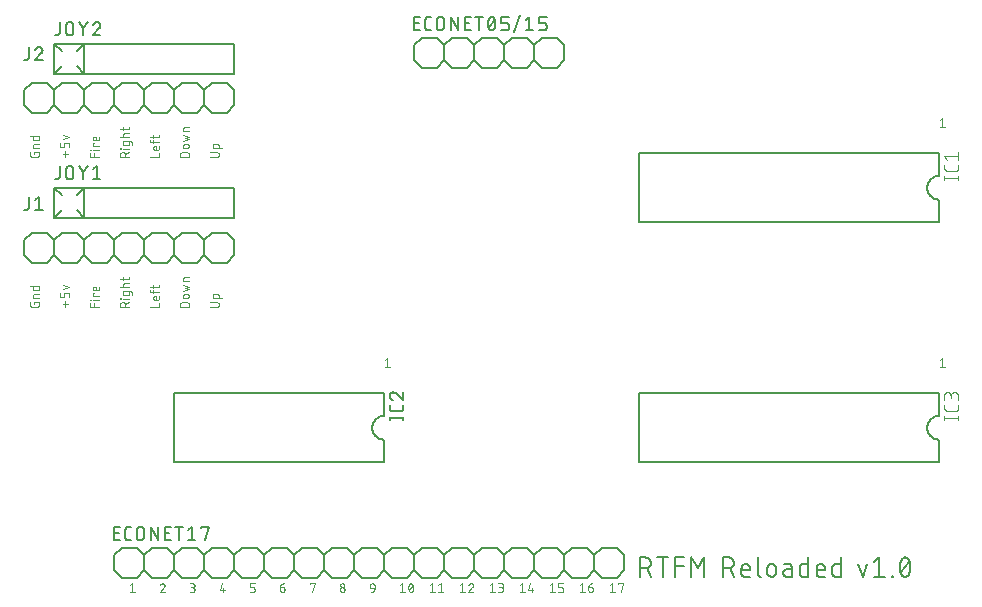
<source format=gbr>
G04 EAGLE Gerber RS-274X export*
G75*
%MOMM*%
%FSLAX34Y34*%
%LPD*%
%INSilkscreen Top*%
%IPPOS*%
%AMOC8*
5,1,8,0,0,1.08239X$1,22.5*%
G01*
%ADD10C,0.076200*%
%ADD11C,0.152400*%
%ADD12C,0.127000*%
%ADD13C,0.101600*%


D10*
X71727Y269946D02*
X71727Y271173D01*
X75819Y271173D01*
X75819Y268718D01*
X75817Y268640D01*
X75812Y268562D01*
X75802Y268485D01*
X75789Y268408D01*
X75773Y268332D01*
X75753Y268257D01*
X75729Y268183D01*
X75702Y268110D01*
X75671Y268038D01*
X75637Y267968D01*
X75600Y267900D01*
X75559Y267833D01*
X75515Y267768D01*
X75469Y267706D01*
X75419Y267646D01*
X75367Y267588D01*
X75312Y267533D01*
X75254Y267481D01*
X75194Y267431D01*
X75132Y267385D01*
X75067Y267341D01*
X75001Y267300D01*
X74932Y267263D01*
X74862Y267229D01*
X74790Y267198D01*
X74717Y267171D01*
X74643Y267147D01*
X74568Y267127D01*
X74492Y267111D01*
X74415Y267098D01*
X74338Y267088D01*
X74260Y267083D01*
X74182Y267081D01*
X70090Y267081D01*
X70010Y267083D01*
X69930Y267089D01*
X69850Y267099D01*
X69771Y267112D01*
X69692Y267130D01*
X69615Y267151D01*
X69539Y267177D01*
X69464Y267206D01*
X69390Y267238D01*
X69318Y267274D01*
X69248Y267314D01*
X69181Y267357D01*
X69115Y267403D01*
X69052Y267453D01*
X68991Y267505D01*
X68932Y267560D01*
X68877Y267619D01*
X68825Y267679D01*
X68775Y267743D01*
X68729Y267808D01*
X68686Y267876D01*
X68646Y267946D01*
X68610Y268018D01*
X68578Y268092D01*
X68549Y268166D01*
X68524Y268243D01*
X68502Y268320D01*
X68484Y268399D01*
X68471Y268478D01*
X68461Y268557D01*
X68455Y268638D01*
X68453Y268718D01*
X68453Y271173D01*
X70908Y274805D02*
X75819Y274805D01*
X70908Y274805D02*
X70908Y276852D01*
X70910Y276921D01*
X70916Y276989D01*
X70925Y277058D01*
X70939Y277125D01*
X70956Y277192D01*
X70977Y277258D01*
X71001Y277322D01*
X71030Y277385D01*
X71061Y277446D01*
X71096Y277505D01*
X71134Y277563D01*
X71176Y277618D01*
X71220Y277670D01*
X71268Y277720D01*
X71318Y277768D01*
X71370Y277812D01*
X71425Y277854D01*
X71483Y277892D01*
X71542Y277927D01*
X71603Y277958D01*
X71666Y277987D01*
X71730Y278011D01*
X71796Y278032D01*
X71863Y278049D01*
X71930Y278063D01*
X71999Y278072D01*
X72067Y278078D01*
X72136Y278080D01*
X72136Y278079D02*
X75819Y278079D01*
X75819Y284622D02*
X68453Y284622D01*
X75819Y284622D02*
X75819Y282576D01*
X75817Y282507D01*
X75811Y282439D01*
X75802Y282370D01*
X75788Y282303D01*
X75771Y282236D01*
X75750Y282170D01*
X75726Y282106D01*
X75697Y282043D01*
X75666Y281982D01*
X75631Y281923D01*
X75593Y281865D01*
X75551Y281810D01*
X75507Y281758D01*
X75459Y281708D01*
X75409Y281660D01*
X75357Y281616D01*
X75302Y281575D01*
X75244Y281536D01*
X75185Y281501D01*
X75124Y281470D01*
X75061Y281441D01*
X74997Y281417D01*
X74931Y281396D01*
X74864Y281379D01*
X74797Y281365D01*
X74729Y281356D01*
X74660Y281350D01*
X74591Y281348D01*
X72136Y281348D01*
X72067Y281350D01*
X71999Y281356D01*
X71930Y281365D01*
X71863Y281379D01*
X71796Y281396D01*
X71730Y281417D01*
X71666Y281441D01*
X71603Y281470D01*
X71542Y281501D01*
X71483Y281536D01*
X71425Y281574D01*
X71370Y281616D01*
X71318Y281660D01*
X71268Y281708D01*
X71220Y281758D01*
X71176Y281810D01*
X71134Y281865D01*
X71096Y281923D01*
X71061Y281982D01*
X71030Y282043D01*
X71001Y282106D01*
X70977Y282170D01*
X70956Y282236D01*
X70939Y282303D01*
X70925Y282370D01*
X70916Y282439D01*
X70910Y282507D01*
X70908Y282576D01*
X70908Y284622D01*
X71727Y396946D02*
X71727Y398173D01*
X75819Y398173D01*
X75819Y395718D01*
X75817Y395640D01*
X75812Y395562D01*
X75802Y395485D01*
X75789Y395408D01*
X75773Y395332D01*
X75753Y395257D01*
X75729Y395183D01*
X75702Y395110D01*
X75671Y395038D01*
X75637Y394968D01*
X75600Y394900D01*
X75559Y394833D01*
X75515Y394768D01*
X75469Y394706D01*
X75419Y394646D01*
X75367Y394588D01*
X75312Y394533D01*
X75254Y394481D01*
X75194Y394431D01*
X75132Y394385D01*
X75067Y394341D01*
X75001Y394300D01*
X74932Y394263D01*
X74862Y394229D01*
X74790Y394198D01*
X74717Y394171D01*
X74643Y394147D01*
X74568Y394127D01*
X74492Y394111D01*
X74415Y394098D01*
X74338Y394088D01*
X74260Y394083D01*
X74182Y394081D01*
X70090Y394081D01*
X70010Y394083D01*
X69930Y394089D01*
X69850Y394099D01*
X69771Y394112D01*
X69692Y394130D01*
X69615Y394151D01*
X69539Y394177D01*
X69464Y394206D01*
X69390Y394238D01*
X69318Y394274D01*
X69248Y394314D01*
X69181Y394357D01*
X69115Y394403D01*
X69052Y394453D01*
X68991Y394505D01*
X68932Y394560D01*
X68877Y394619D01*
X68825Y394679D01*
X68775Y394743D01*
X68729Y394808D01*
X68686Y394876D01*
X68646Y394946D01*
X68610Y395018D01*
X68578Y395092D01*
X68549Y395166D01*
X68524Y395243D01*
X68502Y395320D01*
X68484Y395399D01*
X68471Y395478D01*
X68461Y395557D01*
X68455Y395638D01*
X68453Y395718D01*
X68453Y398173D01*
X70908Y401805D02*
X75819Y401805D01*
X70908Y401805D02*
X70908Y403852D01*
X70910Y403921D01*
X70916Y403989D01*
X70925Y404058D01*
X70939Y404125D01*
X70956Y404192D01*
X70977Y404258D01*
X71001Y404322D01*
X71030Y404385D01*
X71061Y404446D01*
X71096Y404505D01*
X71134Y404563D01*
X71176Y404618D01*
X71220Y404670D01*
X71268Y404720D01*
X71318Y404768D01*
X71370Y404812D01*
X71425Y404854D01*
X71483Y404892D01*
X71542Y404927D01*
X71603Y404958D01*
X71666Y404987D01*
X71730Y405011D01*
X71796Y405032D01*
X71863Y405049D01*
X71930Y405063D01*
X71999Y405072D01*
X72067Y405078D01*
X72136Y405080D01*
X72136Y405079D02*
X75819Y405079D01*
X75819Y411622D02*
X68453Y411622D01*
X75819Y411622D02*
X75819Y409576D01*
X75817Y409507D01*
X75811Y409439D01*
X75802Y409370D01*
X75788Y409303D01*
X75771Y409236D01*
X75750Y409170D01*
X75726Y409106D01*
X75697Y409043D01*
X75666Y408982D01*
X75631Y408923D01*
X75593Y408865D01*
X75551Y408810D01*
X75507Y408758D01*
X75459Y408708D01*
X75409Y408660D01*
X75357Y408616D01*
X75302Y408575D01*
X75244Y408536D01*
X75185Y408501D01*
X75124Y408470D01*
X75061Y408441D01*
X74997Y408417D01*
X74931Y408396D01*
X74864Y408379D01*
X74797Y408365D01*
X74729Y408356D01*
X74660Y408350D01*
X74591Y408348D01*
X72136Y408348D01*
X72067Y408350D01*
X71999Y408356D01*
X71930Y408365D01*
X71863Y408379D01*
X71796Y408396D01*
X71730Y408417D01*
X71666Y408441D01*
X71603Y408470D01*
X71542Y408501D01*
X71483Y408536D01*
X71425Y408574D01*
X71370Y408616D01*
X71318Y408660D01*
X71268Y408708D01*
X71220Y408758D01*
X71176Y408810D01*
X71134Y408865D01*
X71096Y408923D01*
X71061Y408982D01*
X71030Y409043D01*
X71001Y409106D01*
X70977Y409170D01*
X70956Y409236D01*
X70939Y409303D01*
X70925Y409370D01*
X70916Y409439D01*
X70910Y409507D01*
X70908Y409576D01*
X70908Y411622D01*
X98354Y398992D02*
X98354Y394081D01*
X95899Y396536D02*
X100810Y396536D01*
X101219Y402293D02*
X101219Y404748D01*
X101217Y404826D01*
X101212Y404904D01*
X101202Y404981D01*
X101189Y405058D01*
X101173Y405134D01*
X101153Y405209D01*
X101129Y405283D01*
X101102Y405356D01*
X101071Y405428D01*
X101037Y405498D01*
X101000Y405567D01*
X100959Y405633D01*
X100915Y405698D01*
X100869Y405760D01*
X100819Y405820D01*
X100767Y405878D01*
X100712Y405933D01*
X100654Y405985D01*
X100594Y406035D01*
X100532Y406081D01*
X100467Y406125D01*
X100401Y406166D01*
X100332Y406203D01*
X100262Y406237D01*
X100190Y406268D01*
X100117Y406295D01*
X100043Y406319D01*
X99968Y406339D01*
X99892Y406355D01*
X99815Y406368D01*
X99738Y406378D01*
X99660Y406383D01*
X99582Y406385D01*
X98764Y406385D01*
X98684Y406383D01*
X98604Y406377D01*
X98524Y406367D01*
X98445Y406354D01*
X98366Y406336D01*
X98289Y406315D01*
X98213Y406289D01*
X98138Y406260D01*
X98064Y406228D01*
X97992Y406192D01*
X97922Y406152D01*
X97855Y406109D01*
X97789Y406063D01*
X97726Y406013D01*
X97665Y405961D01*
X97606Y405906D01*
X97551Y405847D01*
X97499Y405787D01*
X97449Y405723D01*
X97403Y405657D01*
X97360Y405590D01*
X97320Y405520D01*
X97284Y405448D01*
X97252Y405374D01*
X97223Y405300D01*
X97197Y405223D01*
X97176Y405146D01*
X97158Y405067D01*
X97145Y404988D01*
X97135Y404908D01*
X97129Y404828D01*
X97127Y404748D01*
X97127Y402293D01*
X93853Y402293D01*
X93853Y406385D01*
X96308Y409286D02*
X101219Y410923D01*
X96308Y412560D01*
X98354Y271992D02*
X98354Y267081D01*
X95899Y269536D02*
X100810Y269536D01*
X101219Y275293D02*
X101219Y277748D01*
X101217Y277826D01*
X101212Y277904D01*
X101202Y277981D01*
X101189Y278058D01*
X101173Y278134D01*
X101153Y278209D01*
X101129Y278283D01*
X101102Y278356D01*
X101071Y278428D01*
X101037Y278498D01*
X101000Y278567D01*
X100959Y278633D01*
X100915Y278698D01*
X100869Y278760D01*
X100819Y278820D01*
X100767Y278878D01*
X100712Y278933D01*
X100654Y278985D01*
X100594Y279035D01*
X100532Y279081D01*
X100467Y279125D01*
X100401Y279166D01*
X100332Y279203D01*
X100262Y279237D01*
X100190Y279268D01*
X100117Y279295D01*
X100043Y279319D01*
X99968Y279339D01*
X99892Y279355D01*
X99815Y279368D01*
X99738Y279378D01*
X99660Y279383D01*
X99582Y279385D01*
X98764Y279385D01*
X98684Y279383D01*
X98604Y279377D01*
X98524Y279367D01*
X98445Y279354D01*
X98366Y279336D01*
X98289Y279315D01*
X98213Y279289D01*
X98138Y279260D01*
X98064Y279228D01*
X97992Y279192D01*
X97922Y279152D01*
X97855Y279109D01*
X97789Y279063D01*
X97726Y279013D01*
X97665Y278961D01*
X97606Y278906D01*
X97551Y278847D01*
X97499Y278787D01*
X97449Y278723D01*
X97403Y278657D01*
X97360Y278590D01*
X97320Y278520D01*
X97284Y278448D01*
X97252Y278374D01*
X97223Y278300D01*
X97197Y278223D01*
X97176Y278146D01*
X97158Y278067D01*
X97145Y277988D01*
X97135Y277908D01*
X97129Y277828D01*
X97127Y277748D01*
X97127Y275293D01*
X93853Y275293D01*
X93853Y279385D01*
X96308Y282286D02*
X101219Y283923D01*
X96308Y285560D01*
X119253Y394081D02*
X126619Y394081D01*
X119253Y394081D02*
X119253Y397355D01*
X122527Y397355D02*
X122527Y394081D01*
X121708Y400013D02*
X126619Y400013D01*
X119662Y399808D02*
X119253Y399808D01*
X119253Y400217D01*
X119662Y400217D01*
X119662Y399808D01*
X121708Y403299D02*
X126619Y403299D01*
X121708Y403299D02*
X121708Y405754D01*
X122527Y405754D01*
X126619Y409357D02*
X126619Y411403D01*
X126619Y409357D02*
X126617Y409288D01*
X126611Y409220D01*
X126602Y409151D01*
X126588Y409084D01*
X126571Y409017D01*
X126550Y408951D01*
X126526Y408887D01*
X126497Y408824D01*
X126466Y408763D01*
X126431Y408704D01*
X126393Y408646D01*
X126351Y408591D01*
X126307Y408539D01*
X126259Y408489D01*
X126209Y408441D01*
X126157Y408397D01*
X126102Y408356D01*
X126044Y408317D01*
X125985Y408282D01*
X125924Y408251D01*
X125861Y408222D01*
X125797Y408198D01*
X125731Y408177D01*
X125664Y408160D01*
X125597Y408146D01*
X125529Y408137D01*
X125460Y408131D01*
X125391Y408129D01*
X123345Y408129D01*
X123266Y408131D01*
X123187Y408137D01*
X123108Y408146D01*
X123030Y408159D01*
X122953Y408177D01*
X122877Y408197D01*
X122802Y408222D01*
X122728Y408250D01*
X122655Y408281D01*
X122584Y408317D01*
X122515Y408355D01*
X122448Y408397D01*
X122383Y408442D01*
X122320Y408490D01*
X122259Y408541D01*
X122202Y408595D01*
X122146Y408651D01*
X122094Y408710D01*
X122044Y408772D01*
X121998Y408836D01*
X121954Y408902D01*
X121914Y408970D01*
X121878Y409040D01*
X121844Y409112D01*
X121814Y409186D01*
X121788Y409260D01*
X121765Y409336D01*
X121747Y409413D01*
X121731Y409490D01*
X121720Y409569D01*
X121712Y409647D01*
X121708Y409726D01*
X121708Y409806D01*
X121712Y409885D01*
X121720Y409963D01*
X121731Y410042D01*
X121747Y410119D01*
X121765Y410196D01*
X121788Y410272D01*
X121814Y410346D01*
X121844Y410420D01*
X121878Y410492D01*
X121914Y410562D01*
X121954Y410630D01*
X121998Y410696D01*
X122044Y410760D01*
X122094Y410822D01*
X122146Y410881D01*
X122202Y410937D01*
X122259Y410991D01*
X122320Y411042D01*
X122383Y411090D01*
X122448Y411135D01*
X122515Y411177D01*
X122584Y411215D01*
X122655Y411251D01*
X122728Y411282D01*
X122802Y411310D01*
X122877Y411335D01*
X122953Y411355D01*
X123030Y411373D01*
X123108Y411386D01*
X123187Y411395D01*
X123266Y411401D01*
X123345Y411403D01*
X124164Y411403D01*
X124164Y408129D01*
X126619Y267081D02*
X119253Y267081D01*
X119253Y270355D01*
X122527Y270355D02*
X122527Y267081D01*
X121708Y273013D02*
X126619Y273013D01*
X119662Y272808D02*
X119253Y272808D01*
X119253Y273217D01*
X119662Y273217D01*
X119662Y272808D01*
X121708Y276299D02*
X126619Y276299D01*
X121708Y276299D02*
X121708Y278754D01*
X122527Y278754D01*
X126619Y282357D02*
X126619Y284403D01*
X126619Y282357D02*
X126617Y282288D01*
X126611Y282220D01*
X126602Y282151D01*
X126588Y282084D01*
X126571Y282017D01*
X126550Y281951D01*
X126526Y281887D01*
X126497Y281824D01*
X126466Y281763D01*
X126431Y281704D01*
X126393Y281646D01*
X126351Y281591D01*
X126307Y281539D01*
X126259Y281489D01*
X126209Y281441D01*
X126157Y281397D01*
X126102Y281356D01*
X126044Y281317D01*
X125985Y281282D01*
X125924Y281251D01*
X125861Y281222D01*
X125797Y281198D01*
X125731Y281177D01*
X125664Y281160D01*
X125597Y281146D01*
X125529Y281137D01*
X125460Y281131D01*
X125391Y281129D01*
X123345Y281129D01*
X123266Y281131D01*
X123187Y281137D01*
X123108Y281146D01*
X123030Y281159D01*
X122953Y281177D01*
X122877Y281197D01*
X122802Y281222D01*
X122728Y281250D01*
X122655Y281281D01*
X122584Y281317D01*
X122515Y281355D01*
X122448Y281397D01*
X122383Y281442D01*
X122320Y281490D01*
X122259Y281541D01*
X122202Y281595D01*
X122146Y281651D01*
X122094Y281710D01*
X122044Y281772D01*
X121998Y281836D01*
X121954Y281902D01*
X121914Y281970D01*
X121878Y282040D01*
X121844Y282112D01*
X121814Y282186D01*
X121788Y282260D01*
X121765Y282336D01*
X121747Y282413D01*
X121731Y282490D01*
X121720Y282569D01*
X121712Y282647D01*
X121708Y282726D01*
X121708Y282806D01*
X121712Y282885D01*
X121720Y282963D01*
X121731Y283042D01*
X121747Y283119D01*
X121765Y283196D01*
X121788Y283272D01*
X121814Y283346D01*
X121844Y283420D01*
X121878Y283492D01*
X121914Y283562D01*
X121954Y283630D01*
X121998Y283696D01*
X122044Y283760D01*
X122094Y283822D01*
X122146Y283881D01*
X122202Y283937D01*
X122259Y283991D01*
X122320Y284042D01*
X122383Y284090D01*
X122448Y284135D01*
X122515Y284177D01*
X122584Y284215D01*
X122655Y284251D01*
X122728Y284282D01*
X122802Y284310D01*
X122877Y284335D01*
X122953Y284355D01*
X123030Y284373D01*
X123108Y284386D01*
X123187Y284395D01*
X123266Y284401D01*
X123345Y284403D01*
X124164Y284403D01*
X124164Y281129D01*
X144653Y394081D02*
X152019Y394081D01*
X144653Y394081D02*
X144653Y396127D01*
X144655Y396216D01*
X144661Y396305D01*
X144671Y396394D01*
X144684Y396482D01*
X144701Y396570D01*
X144723Y396657D01*
X144748Y396742D01*
X144776Y396827D01*
X144809Y396910D01*
X144845Y396992D01*
X144884Y397072D01*
X144927Y397150D01*
X144973Y397226D01*
X145023Y397301D01*
X145076Y397373D01*
X145132Y397442D01*
X145191Y397509D01*
X145252Y397574D01*
X145317Y397635D01*
X145384Y397694D01*
X145453Y397750D01*
X145525Y397803D01*
X145600Y397853D01*
X145676Y397899D01*
X145754Y397942D01*
X145834Y397981D01*
X145916Y398017D01*
X145999Y398050D01*
X146084Y398078D01*
X146169Y398103D01*
X146256Y398125D01*
X146344Y398142D01*
X146432Y398155D01*
X146521Y398165D01*
X146610Y398171D01*
X146699Y398173D01*
X146788Y398171D01*
X146877Y398165D01*
X146966Y398155D01*
X147054Y398142D01*
X147142Y398125D01*
X147229Y398103D01*
X147314Y398078D01*
X147399Y398050D01*
X147482Y398017D01*
X147564Y397981D01*
X147644Y397942D01*
X147722Y397899D01*
X147798Y397853D01*
X147873Y397803D01*
X147945Y397750D01*
X148014Y397694D01*
X148081Y397635D01*
X148146Y397574D01*
X148207Y397509D01*
X148266Y397442D01*
X148322Y397373D01*
X148375Y397301D01*
X148425Y397226D01*
X148471Y397150D01*
X148514Y397072D01*
X148553Y396992D01*
X148589Y396910D01*
X148622Y396827D01*
X148650Y396742D01*
X148675Y396657D01*
X148697Y396570D01*
X148714Y396482D01*
X148727Y396394D01*
X148737Y396305D01*
X148743Y396216D01*
X148745Y396127D01*
X148745Y394081D01*
X148745Y396536D02*
X152019Y398173D01*
X152019Y401197D02*
X147108Y401197D01*
X145062Y400992D02*
X144653Y400992D01*
X144653Y401401D01*
X145062Y401401D01*
X145062Y400992D01*
X152019Y405379D02*
X152019Y407425D01*
X152019Y405379D02*
X152017Y405310D01*
X152011Y405242D01*
X152002Y405173D01*
X151988Y405106D01*
X151971Y405039D01*
X151950Y404973D01*
X151926Y404909D01*
X151897Y404846D01*
X151866Y404785D01*
X151831Y404726D01*
X151793Y404668D01*
X151751Y404613D01*
X151707Y404561D01*
X151659Y404511D01*
X151609Y404463D01*
X151557Y404419D01*
X151502Y404378D01*
X151444Y404339D01*
X151385Y404304D01*
X151324Y404273D01*
X151261Y404244D01*
X151197Y404220D01*
X151131Y404199D01*
X151064Y404182D01*
X150997Y404168D01*
X150929Y404159D01*
X150860Y404153D01*
X150791Y404151D01*
X150791Y404152D02*
X148336Y404152D01*
X148336Y404151D02*
X148267Y404153D01*
X148199Y404159D01*
X148130Y404168D01*
X148063Y404182D01*
X147996Y404199D01*
X147930Y404220D01*
X147866Y404244D01*
X147803Y404273D01*
X147742Y404304D01*
X147683Y404339D01*
X147625Y404377D01*
X147570Y404419D01*
X147518Y404463D01*
X147468Y404511D01*
X147420Y404561D01*
X147376Y404613D01*
X147334Y404668D01*
X147296Y404726D01*
X147261Y404785D01*
X147230Y404846D01*
X147201Y404909D01*
X147177Y404973D01*
X147156Y405039D01*
X147139Y405106D01*
X147125Y405173D01*
X147116Y405242D01*
X147110Y405310D01*
X147108Y405379D01*
X147108Y407425D01*
X153247Y407425D01*
X153247Y407426D02*
X153316Y407424D01*
X153384Y407418D01*
X153453Y407409D01*
X153520Y407395D01*
X153587Y407378D01*
X153653Y407357D01*
X153717Y407333D01*
X153780Y407304D01*
X153841Y407273D01*
X153900Y407238D01*
X153958Y407200D01*
X154013Y407158D01*
X154065Y407114D01*
X154115Y407066D01*
X154163Y407016D01*
X154207Y406964D01*
X154249Y406909D01*
X154287Y406851D01*
X154322Y406792D01*
X154353Y406731D01*
X154382Y406668D01*
X154406Y406604D01*
X154427Y406538D01*
X154444Y406471D01*
X154458Y406404D01*
X154467Y406335D01*
X154473Y406267D01*
X154475Y406198D01*
X154474Y406198D02*
X154474Y404561D01*
X152019Y411020D02*
X144653Y411020D01*
X147108Y411020D02*
X147108Y413066D01*
X147110Y413135D01*
X147116Y413203D01*
X147125Y413272D01*
X147139Y413339D01*
X147156Y413406D01*
X147177Y413472D01*
X147201Y413536D01*
X147230Y413599D01*
X147261Y413660D01*
X147296Y413719D01*
X147334Y413777D01*
X147376Y413832D01*
X147420Y413884D01*
X147468Y413934D01*
X147518Y413982D01*
X147570Y414026D01*
X147625Y414068D01*
X147683Y414106D01*
X147742Y414141D01*
X147803Y414172D01*
X147866Y414201D01*
X147930Y414225D01*
X147996Y414246D01*
X148063Y414263D01*
X148130Y414277D01*
X148199Y414286D01*
X148267Y414292D01*
X148336Y414294D01*
X152019Y414294D01*
X147108Y416973D02*
X147108Y419429D01*
X144653Y417792D02*
X150791Y417792D01*
X150791Y417791D02*
X150860Y417793D01*
X150928Y417799D01*
X150997Y417808D01*
X151064Y417822D01*
X151131Y417839D01*
X151197Y417860D01*
X151261Y417884D01*
X151324Y417913D01*
X151385Y417944D01*
X151444Y417979D01*
X151502Y418017D01*
X151557Y418059D01*
X151609Y418103D01*
X151659Y418151D01*
X151707Y418201D01*
X151751Y418253D01*
X151793Y418308D01*
X151831Y418366D01*
X151866Y418425D01*
X151897Y418486D01*
X151926Y418549D01*
X151950Y418613D01*
X151971Y418679D01*
X151988Y418746D01*
X152002Y418813D01*
X152011Y418882D01*
X152017Y418950D01*
X152019Y419019D01*
X152019Y419020D02*
X152019Y419429D01*
X152019Y267081D02*
X144653Y267081D01*
X144653Y269127D01*
X144655Y269216D01*
X144661Y269305D01*
X144671Y269394D01*
X144684Y269482D01*
X144701Y269570D01*
X144723Y269657D01*
X144748Y269742D01*
X144776Y269827D01*
X144809Y269910D01*
X144845Y269992D01*
X144884Y270072D01*
X144927Y270150D01*
X144973Y270226D01*
X145023Y270301D01*
X145076Y270373D01*
X145132Y270442D01*
X145191Y270509D01*
X145252Y270574D01*
X145317Y270635D01*
X145384Y270694D01*
X145453Y270750D01*
X145525Y270803D01*
X145600Y270853D01*
X145676Y270899D01*
X145754Y270942D01*
X145834Y270981D01*
X145916Y271017D01*
X145999Y271050D01*
X146084Y271078D01*
X146169Y271103D01*
X146256Y271125D01*
X146344Y271142D01*
X146432Y271155D01*
X146521Y271165D01*
X146610Y271171D01*
X146699Y271173D01*
X146788Y271171D01*
X146877Y271165D01*
X146966Y271155D01*
X147054Y271142D01*
X147142Y271125D01*
X147229Y271103D01*
X147314Y271078D01*
X147399Y271050D01*
X147482Y271017D01*
X147564Y270981D01*
X147644Y270942D01*
X147722Y270899D01*
X147798Y270853D01*
X147873Y270803D01*
X147945Y270750D01*
X148014Y270694D01*
X148081Y270635D01*
X148146Y270574D01*
X148207Y270509D01*
X148266Y270442D01*
X148322Y270373D01*
X148375Y270301D01*
X148425Y270226D01*
X148471Y270150D01*
X148514Y270072D01*
X148553Y269992D01*
X148589Y269910D01*
X148622Y269827D01*
X148650Y269742D01*
X148675Y269657D01*
X148697Y269570D01*
X148714Y269482D01*
X148727Y269394D01*
X148737Y269305D01*
X148743Y269216D01*
X148745Y269127D01*
X148745Y267081D01*
X148745Y269536D02*
X152019Y271173D01*
X152019Y274197D02*
X147108Y274197D01*
X145062Y273992D02*
X144653Y273992D01*
X144653Y274401D01*
X145062Y274401D01*
X145062Y273992D01*
X152019Y278379D02*
X152019Y280425D01*
X152019Y278379D02*
X152017Y278310D01*
X152011Y278242D01*
X152002Y278173D01*
X151988Y278106D01*
X151971Y278039D01*
X151950Y277973D01*
X151926Y277909D01*
X151897Y277846D01*
X151866Y277785D01*
X151831Y277726D01*
X151793Y277668D01*
X151751Y277613D01*
X151707Y277561D01*
X151659Y277511D01*
X151609Y277463D01*
X151557Y277419D01*
X151502Y277378D01*
X151444Y277339D01*
X151385Y277304D01*
X151324Y277273D01*
X151261Y277244D01*
X151197Y277220D01*
X151131Y277199D01*
X151064Y277182D01*
X150997Y277168D01*
X150929Y277159D01*
X150860Y277153D01*
X150791Y277151D01*
X150791Y277152D02*
X148336Y277152D01*
X148336Y277151D02*
X148267Y277153D01*
X148199Y277159D01*
X148130Y277168D01*
X148063Y277182D01*
X147996Y277199D01*
X147930Y277220D01*
X147866Y277244D01*
X147803Y277273D01*
X147742Y277304D01*
X147683Y277339D01*
X147625Y277377D01*
X147570Y277419D01*
X147518Y277463D01*
X147468Y277511D01*
X147420Y277561D01*
X147376Y277613D01*
X147334Y277668D01*
X147296Y277726D01*
X147261Y277785D01*
X147230Y277846D01*
X147201Y277909D01*
X147177Y277973D01*
X147156Y278039D01*
X147139Y278106D01*
X147125Y278173D01*
X147116Y278242D01*
X147110Y278310D01*
X147108Y278379D01*
X147108Y280425D01*
X153247Y280425D01*
X153247Y280426D02*
X153316Y280424D01*
X153384Y280418D01*
X153453Y280409D01*
X153520Y280395D01*
X153587Y280378D01*
X153653Y280357D01*
X153717Y280333D01*
X153780Y280304D01*
X153841Y280273D01*
X153900Y280238D01*
X153958Y280200D01*
X154013Y280158D01*
X154065Y280114D01*
X154115Y280066D01*
X154163Y280016D01*
X154207Y279964D01*
X154249Y279909D01*
X154287Y279851D01*
X154322Y279792D01*
X154353Y279731D01*
X154382Y279668D01*
X154406Y279604D01*
X154427Y279538D01*
X154444Y279471D01*
X154458Y279404D01*
X154467Y279335D01*
X154473Y279267D01*
X154475Y279198D01*
X154474Y279198D02*
X154474Y277561D01*
X152019Y284020D02*
X144653Y284020D01*
X147108Y284020D02*
X147108Y286066D01*
X147110Y286135D01*
X147116Y286203D01*
X147125Y286272D01*
X147139Y286339D01*
X147156Y286406D01*
X147177Y286472D01*
X147201Y286536D01*
X147230Y286599D01*
X147261Y286660D01*
X147296Y286719D01*
X147334Y286777D01*
X147376Y286832D01*
X147420Y286884D01*
X147468Y286934D01*
X147518Y286982D01*
X147570Y287026D01*
X147625Y287068D01*
X147683Y287106D01*
X147742Y287141D01*
X147803Y287172D01*
X147866Y287201D01*
X147930Y287225D01*
X147996Y287246D01*
X148063Y287263D01*
X148130Y287277D01*
X148199Y287286D01*
X148267Y287292D01*
X148336Y287294D01*
X152019Y287294D01*
X147108Y289973D02*
X147108Y292429D01*
X144653Y290792D02*
X150791Y290792D01*
X150791Y290791D02*
X150860Y290793D01*
X150928Y290799D01*
X150997Y290808D01*
X151064Y290822D01*
X151131Y290839D01*
X151197Y290860D01*
X151261Y290884D01*
X151324Y290913D01*
X151385Y290944D01*
X151444Y290979D01*
X151502Y291017D01*
X151557Y291059D01*
X151609Y291103D01*
X151659Y291151D01*
X151707Y291201D01*
X151751Y291253D01*
X151793Y291308D01*
X151831Y291366D01*
X151866Y291425D01*
X151897Y291486D01*
X151926Y291549D01*
X151950Y291613D01*
X151971Y291679D01*
X151988Y291746D01*
X152002Y291813D01*
X152011Y291882D01*
X152017Y291950D01*
X152019Y292019D01*
X152019Y292020D02*
X152019Y292429D01*
X195453Y267081D02*
X202819Y267081D01*
X195453Y267081D02*
X195453Y269127D01*
X195455Y269216D01*
X195461Y269305D01*
X195471Y269394D01*
X195484Y269482D01*
X195501Y269570D01*
X195523Y269657D01*
X195548Y269742D01*
X195576Y269827D01*
X195609Y269910D01*
X195645Y269992D01*
X195684Y270072D01*
X195727Y270150D01*
X195773Y270226D01*
X195823Y270301D01*
X195876Y270373D01*
X195932Y270442D01*
X195991Y270509D01*
X196052Y270574D01*
X196117Y270635D01*
X196184Y270694D01*
X196253Y270750D01*
X196325Y270803D01*
X196400Y270853D01*
X196476Y270899D01*
X196554Y270942D01*
X196634Y270981D01*
X196716Y271017D01*
X196799Y271050D01*
X196884Y271078D01*
X196969Y271103D01*
X197056Y271125D01*
X197144Y271142D01*
X197232Y271155D01*
X197321Y271165D01*
X197410Y271171D01*
X197499Y271173D01*
X200773Y271173D01*
X200862Y271171D01*
X200951Y271165D01*
X201040Y271155D01*
X201128Y271142D01*
X201216Y271125D01*
X201303Y271103D01*
X201388Y271078D01*
X201473Y271050D01*
X201556Y271017D01*
X201638Y270981D01*
X201718Y270942D01*
X201796Y270899D01*
X201872Y270853D01*
X201947Y270803D01*
X202019Y270750D01*
X202088Y270694D01*
X202155Y270635D01*
X202220Y270574D01*
X202281Y270509D01*
X202340Y270442D01*
X202396Y270373D01*
X202449Y270301D01*
X202499Y270226D01*
X202545Y270150D01*
X202588Y270072D01*
X202627Y269992D01*
X202663Y269910D01*
X202696Y269827D01*
X202724Y269742D01*
X202749Y269657D01*
X202771Y269570D01*
X202788Y269482D01*
X202801Y269394D01*
X202811Y269305D01*
X202817Y269216D01*
X202819Y269127D01*
X202819Y267081D01*
X201182Y274562D02*
X199545Y274562D01*
X199545Y274561D02*
X199466Y274563D01*
X199387Y274569D01*
X199308Y274578D01*
X199230Y274591D01*
X199153Y274609D01*
X199077Y274629D01*
X199002Y274654D01*
X198928Y274682D01*
X198855Y274713D01*
X198784Y274749D01*
X198715Y274787D01*
X198648Y274829D01*
X198583Y274874D01*
X198520Y274922D01*
X198459Y274973D01*
X198402Y275027D01*
X198346Y275083D01*
X198294Y275142D01*
X198244Y275204D01*
X198198Y275268D01*
X198154Y275334D01*
X198114Y275402D01*
X198078Y275472D01*
X198044Y275544D01*
X198014Y275618D01*
X197988Y275692D01*
X197965Y275768D01*
X197947Y275845D01*
X197931Y275922D01*
X197920Y276001D01*
X197912Y276079D01*
X197908Y276158D01*
X197908Y276238D01*
X197912Y276317D01*
X197920Y276395D01*
X197931Y276474D01*
X197947Y276551D01*
X197965Y276628D01*
X197988Y276704D01*
X198014Y276778D01*
X198044Y276852D01*
X198078Y276924D01*
X198114Y276994D01*
X198154Y277062D01*
X198198Y277128D01*
X198244Y277192D01*
X198294Y277254D01*
X198346Y277313D01*
X198402Y277369D01*
X198459Y277423D01*
X198520Y277474D01*
X198583Y277522D01*
X198648Y277567D01*
X198715Y277609D01*
X198784Y277647D01*
X198855Y277683D01*
X198928Y277714D01*
X199002Y277742D01*
X199077Y277767D01*
X199153Y277787D01*
X199230Y277805D01*
X199308Y277818D01*
X199387Y277827D01*
X199466Y277833D01*
X199545Y277835D01*
X201182Y277835D01*
X201261Y277833D01*
X201340Y277827D01*
X201419Y277818D01*
X201497Y277805D01*
X201574Y277787D01*
X201650Y277767D01*
X201725Y277742D01*
X201799Y277714D01*
X201872Y277683D01*
X201943Y277647D01*
X202012Y277609D01*
X202079Y277567D01*
X202144Y277522D01*
X202207Y277474D01*
X202268Y277423D01*
X202325Y277369D01*
X202381Y277313D01*
X202433Y277254D01*
X202483Y277192D01*
X202529Y277128D01*
X202573Y277062D01*
X202613Y276994D01*
X202649Y276924D01*
X202683Y276852D01*
X202713Y276778D01*
X202739Y276704D01*
X202762Y276628D01*
X202780Y276551D01*
X202796Y276474D01*
X202807Y276395D01*
X202815Y276317D01*
X202819Y276238D01*
X202819Y276158D01*
X202815Y276079D01*
X202807Y276001D01*
X202796Y275922D01*
X202780Y275845D01*
X202762Y275768D01*
X202739Y275692D01*
X202713Y275618D01*
X202683Y275544D01*
X202649Y275472D01*
X202613Y275402D01*
X202573Y275334D01*
X202529Y275268D01*
X202483Y275204D01*
X202433Y275142D01*
X202381Y275083D01*
X202325Y275027D01*
X202268Y274973D01*
X202207Y274922D01*
X202144Y274874D01*
X202079Y274829D01*
X202012Y274787D01*
X201943Y274749D01*
X201872Y274713D01*
X201799Y274682D01*
X201725Y274654D01*
X201650Y274629D01*
X201574Y274609D01*
X201497Y274591D01*
X201419Y274578D01*
X201340Y274569D01*
X201261Y274563D01*
X201182Y274561D01*
X197908Y280814D02*
X202819Y282042D01*
X199545Y283270D01*
X202819Y284497D01*
X197908Y285725D01*
X197908Y288948D02*
X202819Y288948D01*
X197908Y288948D02*
X197908Y290994D01*
X197910Y291063D01*
X197916Y291131D01*
X197925Y291200D01*
X197939Y291267D01*
X197956Y291334D01*
X197977Y291400D01*
X198001Y291464D01*
X198030Y291527D01*
X198061Y291588D01*
X198096Y291647D01*
X198134Y291705D01*
X198176Y291760D01*
X198220Y291812D01*
X198268Y291862D01*
X198318Y291910D01*
X198370Y291954D01*
X198425Y291996D01*
X198483Y292034D01*
X198542Y292069D01*
X198603Y292100D01*
X198666Y292129D01*
X198730Y292153D01*
X198796Y292174D01*
X198863Y292191D01*
X198930Y292205D01*
X198999Y292214D01*
X199067Y292220D01*
X199136Y292222D01*
X202819Y292222D01*
X202819Y394081D02*
X195453Y394081D01*
X195453Y396127D01*
X195455Y396216D01*
X195461Y396305D01*
X195471Y396394D01*
X195484Y396482D01*
X195501Y396570D01*
X195523Y396657D01*
X195548Y396742D01*
X195576Y396827D01*
X195609Y396910D01*
X195645Y396992D01*
X195684Y397072D01*
X195727Y397150D01*
X195773Y397226D01*
X195823Y397301D01*
X195876Y397373D01*
X195932Y397442D01*
X195991Y397509D01*
X196052Y397574D01*
X196117Y397635D01*
X196184Y397694D01*
X196253Y397750D01*
X196325Y397803D01*
X196400Y397853D01*
X196476Y397899D01*
X196554Y397942D01*
X196634Y397981D01*
X196716Y398017D01*
X196799Y398050D01*
X196884Y398078D01*
X196969Y398103D01*
X197056Y398125D01*
X197144Y398142D01*
X197232Y398155D01*
X197321Y398165D01*
X197410Y398171D01*
X197499Y398173D01*
X200773Y398173D01*
X200862Y398171D01*
X200951Y398165D01*
X201040Y398155D01*
X201128Y398142D01*
X201216Y398125D01*
X201303Y398103D01*
X201388Y398078D01*
X201473Y398050D01*
X201556Y398017D01*
X201638Y397981D01*
X201718Y397942D01*
X201796Y397899D01*
X201872Y397853D01*
X201947Y397803D01*
X202019Y397750D01*
X202088Y397694D01*
X202155Y397635D01*
X202220Y397574D01*
X202281Y397509D01*
X202340Y397442D01*
X202396Y397373D01*
X202449Y397301D01*
X202499Y397226D01*
X202545Y397150D01*
X202588Y397072D01*
X202627Y396992D01*
X202663Y396910D01*
X202696Y396827D01*
X202724Y396742D01*
X202749Y396657D01*
X202771Y396570D01*
X202788Y396482D01*
X202801Y396394D01*
X202811Y396305D01*
X202817Y396216D01*
X202819Y396127D01*
X202819Y394081D01*
X201182Y401562D02*
X199545Y401562D01*
X199545Y401561D02*
X199466Y401563D01*
X199387Y401569D01*
X199308Y401578D01*
X199230Y401591D01*
X199153Y401609D01*
X199077Y401629D01*
X199002Y401654D01*
X198928Y401682D01*
X198855Y401713D01*
X198784Y401749D01*
X198715Y401787D01*
X198648Y401829D01*
X198583Y401874D01*
X198520Y401922D01*
X198459Y401973D01*
X198402Y402027D01*
X198346Y402083D01*
X198294Y402142D01*
X198244Y402204D01*
X198198Y402268D01*
X198154Y402334D01*
X198114Y402402D01*
X198078Y402472D01*
X198044Y402544D01*
X198014Y402618D01*
X197988Y402692D01*
X197965Y402768D01*
X197947Y402845D01*
X197931Y402922D01*
X197920Y403001D01*
X197912Y403079D01*
X197908Y403158D01*
X197908Y403238D01*
X197912Y403317D01*
X197920Y403395D01*
X197931Y403474D01*
X197947Y403551D01*
X197965Y403628D01*
X197988Y403704D01*
X198014Y403778D01*
X198044Y403852D01*
X198078Y403924D01*
X198114Y403994D01*
X198154Y404062D01*
X198198Y404128D01*
X198244Y404192D01*
X198294Y404254D01*
X198346Y404313D01*
X198402Y404369D01*
X198459Y404423D01*
X198520Y404474D01*
X198583Y404522D01*
X198648Y404567D01*
X198715Y404609D01*
X198784Y404647D01*
X198855Y404683D01*
X198928Y404714D01*
X199002Y404742D01*
X199077Y404767D01*
X199153Y404787D01*
X199230Y404805D01*
X199308Y404818D01*
X199387Y404827D01*
X199466Y404833D01*
X199545Y404835D01*
X201182Y404835D01*
X201261Y404833D01*
X201340Y404827D01*
X201419Y404818D01*
X201497Y404805D01*
X201574Y404787D01*
X201650Y404767D01*
X201725Y404742D01*
X201799Y404714D01*
X201872Y404683D01*
X201943Y404647D01*
X202012Y404609D01*
X202079Y404567D01*
X202144Y404522D01*
X202207Y404474D01*
X202268Y404423D01*
X202325Y404369D01*
X202381Y404313D01*
X202433Y404254D01*
X202483Y404192D01*
X202529Y404128D01*
X202573Y404062D01*
X202613Y403994D01*
X202649Y403924D01*
X202683Y403852D01*
X202713Y403778D01*
X202739Y403704D01*
X202762Y403628D01*
X202780Y403551D01*
X202796Y403474D01*
X202807Y403395D01*
X202815Y403317D01*
X202819Y403238D01*
X202819Y403158D01*
X202815Y403079D01*
X202807Y403001D01*
X202796Y402922D01*
X202780Y402845D01*
X202762Y402768D01*
X202739Y402692D01*
X202713Y402618D01*
X202683Y402544D01*
X202649Y402472D01*
X202613Y402402D01*
X202573Y402334D01*
X202529Y402268D01*
X202483Y402204D01*
X202433Y402142D01*
X202381Y402083D01*
X202325Y402027D01*
X202268Y401973D01*
X202207Y401922D01*
X202144Y401874D01*
X202079Y401829D01*
X202012Y401787D01*
X201943Y401749D01*
X201872Y401713D01*
X201799Y401682D01*
X201725Y401654D01*
X201650Y401629D01*
X201574Y401609D01*
X201497Y401591D01*
X201419Y401578D01*
X201340Y401569D01*
X201261Y401563D01*
X201182Y401561D01*
X197908Y407814D02*
X202819Y409042D01*
X199545Y410270D01*
X202819Y411497D01*
X197908Y412725D01*
X197908Y415948D02*
X202819Y415948D01*
X197908Y415948D02*
X197908Y417994D01*
X197910Y418063D01*
X197916Y418131D01*
X197925Y418200D01*
X197939Y418267D01*
X197956Y418334D01*
X197977Y418400D01*
X198001Y418464D01*
X198030Y418527D01*
X198061Y418588D01*
X198096Y418647D01*
X198134Y418705D01*
X198176Y418760D01*
X198220Y418812D01*
X198268Y418862D01*
X198318Y418910D01*
X198370Y418954D01*
X198425Y418996D01*
X198483Y419034D01*
X198542Y419069D01*
X198603Y419100D01*
X198666Y419129D01*
X198730Y419153D01*
X198796Y419174D01*
X198863Y419191D01*
X198930Y419205D01*
X198999Y419214D01*
X199067Y419220D01*
X199136Y419222D01*
X202819Y419222D01*
X220853Y394081D02*
X226173Y394081D01*
X226262Y394083D01*
X226351Y394089D01*
X226440Y394099D01*
X226528Y394112D01*
X226616Y394129D01*
X226703Y394151D01*
X226788Y394176D01*
X226873Y394204D01*
X226956Y394237D01*
X227038Y394273D01*
X227118Y394312D01*
X227196Y394355D01*
X227272Y394401D01*
X227347Y394451D01*
X227419Y394504D01*
X227488Y394560D01*
X227555Y394619D01*
X227620Y394680D01*
X227681Y394745D01*
X227740Y394812D01*
X227796Y394881D01*
X227849Y394953D01*
X227899Y395028D01*
X227945Y395104D01*
X227988Y395182D01*
X228027Y395262D01*
X228063Y395344D01*
X228096Y395427D01*
X228124Y395512D01*
X228149Y395597D01*
X228171Y395684D01*
X228188Y395772D01*
X228201Y395860D01*
X228211Y395949D01*
X228217Y396038D01*
X228219Y396127D01*
X228217Y396216D01*
X228211Y396305D01*
X228201Y396394D01*
X228188Y396482D01*
X228171Y396570D01*
X228149Y396657D01*
X228124Y396742D01*
X228096Y396827D01*
X228063Y396910D01*
X228027Y396992D01*
X227988Y397072D01*
X227945Y397150D01*
X227899Y397226D01*
X227849Y397301D01*
X227796Y397373D01*
X227740Y397442D01*
X227681Y397509D01*
X227620Y397574D01*
X227555Y397635D01*
X227488Y397694D01*
X227419Y397750D01*
X227347Y397803D01*
X227272Y397853D01*
X227196Y397899D01*
X227118Y397942D01*
X227038Y397981D01*
X226956Y398017D01*
X226873Y398050D01*
X226788Y398078D01*
X226703Y398103D01*
X226616Y398125D01*
X226528Y398142D01*
X226440Y398155D01*
X226351Y398165D01*
X226262Y398171D01*
X226173Y398173D01*
X220853Y398173D01*
X223308Y401846D02*
X230674Y401846D01*
X223308Y401846D02*
X223308Y403892D01*
X223310Y403961D01*
X223316Y404029D01*
X223325Y404098D01*
X223339Y404165D01*
X223356Y404232D01*
X223377Y404298D01*
X223401Y404362D01*
X223430Y404425D01*
X223461Y404486D01*
X223496Y404545D01*
X223534Y404603D01*
X223576Y404658D01*
X223620Y404710D01*
X223668Y404760D01*
X223718Y404808D01*
X223770Y404852D01*
X223825Y404894D01*
X223883Y404932D01*
X223942Y404967D01*
X224003Y404998D01*
X224066Y405027D01*
X224130Y405051D01*
X224196Y405072D01*
X224263Y405089D01*
X224330Y405103D01*
X224399Y405112D01*
X224467Y405118D01*
X224536Y405120D01*
X226991Y405120D01*
X227060Y405118D01*
X227128Y405112D01*
X227197Y405103D01*
X227264Y405089D01*
X227331Y405072D01*
X227397Y405051D01*
X227461Y405027D01*
X227524Y404998D01*
X227585Y404967D01*
X227644Y404932D01*
X227702Y404894D01*
X227757Y404852D01*
X227809Y404808D01*
X227859Y404760D01*
X227907Y404710D01*
X227951Y404658D01*
X227993Y404603D01*
X228031Y404545D01*
X228066Y404486D01*
X228097Y404425D01*
X228126Y404362D01*
X228150Y404298D01*
X228171Y404232D01*
X228188Y404165D01*
X228202Y404098D01*
X228211Y404029D01*
X228217Y403961D01*
X228219Y403892D01*
X228219Y401846D01*
X226173Y267081D02*
X220853Y267081D01*
X226173Y267081D02*
X226262Y267083D01*
X226351Y267089D01*
X226440Y267099D01*
X226528Y267112D01*
X226616Y267129D01*
X226703Y267151D01*
X226788Y267176D01*
X226873Y267204D01*
X226956Y267237D01*
X227038Y267273D01*
X227118Y267312D01*
X227196Y267355D01*
X227272Y267401D01*
X227347Y267451D01*
X227419Y267504D01*
X227488Y267560D01*
X227555Y267619D01*
X227620Y267680D01*
X227681Y267745D01*
X227740Y267812D01*
X227796Y267881D01*
X227849Y267953D01*
X227899Y268028D01*
X227945Y268104D01*
X227988Y268182D01*
X228027Y268262D01*
X228063Y268344D01*
X228096Y268427D01*
X228124Y268512D01*
X228149Y268597D01*
X228171Y268684D01*
X228188Y268772D01*
X228201Y268860D01*
X228211Y268949D01*
X228217Y269038D01*
X228219Y269127D01*
X228217Y269216D01*
X228211Y269305D01*
X228201Y269394D01*
X228188Y269482D01*
X228171Y269570D01*
X228149Y269657D01*
X228124Y269742D01*
X228096Y269827D01*
X228063Y269910D01*
X228027Y269992D01*
X227988Y270072D01*
X227945Y270150D01*
X227899Y270226D01*
X227849Y270301D01*
X227796Y270373D01*
X227740Y270442D01*
X227681Y270509D01*
X227620Y270574D01*
X227555Y270635D01*
X227488Y270694D01*
X227419Y270750D01*
X227347Y270803D01*
X227272Y270853D01*
X227196Y270899D01*
X227118Y270942D01*
X227038Y270981D01*
X226956Y271017D01*
X226873Y271050D01*
X226788Y271078D01*
X226703Y271103D01*
X226616Y271125D01*
X226528Y271142D01*
X226440Y271155D01*
X226351Y271165D01*
X226262Y271171D01*
X226173Y271173D01*
X220853Y271173D01*
X223308Y274846D02*
X230674Y274846D01*
X223308Y274846D02*
X223308Y276892D01*
X223310Y276961D01*
X223316Y277029D01*
X223325Y277098D01*
X223339Y277165D01*
X223356Y277232D01*
X223377Y277298D01*
X223401Y277362D01*
X223430Y277425D01*
X223461Y277486D01*
X223496Y277545D01*
X223534Y277603D01*
X223576Y277658D01*
X223620Y277710D01*
X223668Y277760D01*
X223718Y277808D01*
X223770Y277852D01*
X223825Y277894D01*
X223883Y277932D01*
X223942Y277967D01*
X224003Y277998D01*
X224066Y278027D01*
X224130Y278051D01*
X224196Y278072D01*
X224263Y278089D01*
X224330Y278103D01*
X224399Y278112D01*
X224467Y278118D01*
X224536Y278120D01*
X226991Y278120D01*
X227060Y278118D01*
X227128Y278112D01*
X227197Y278103D01*
X227264Y278089D01*
X227331Y278072D01*
X227397Y278051D01*
X227461Y278027D01*
X227524Y277998D01*
X227585Y277967D01*
X227644Y277932D01*
X227702Y277894D01*
X227757Y277852D01*
X227809Y277808D01*
X227859Y277760D01*
X227907Y277710D01*
X227951Y277658D01*
X227993Y277603D01*
X228031Y277545D01*
X228066Y277486D01*
X228097Y277425D01*
X228126Y277362D01*
X228150Y277298D01*
X228171Y277232D01*
X228188Y277165D01*
X228202Y277098D01*
X228211Y277029D01*
X228217Y276961D01*
X228219Y276892D01*
X228219Y274846D01*
X177419Y394081D02*
X170053Y394081D01*
X177419Y394081D02*
X177419Y397355D01*
X177419Y401310D02*
X177419Y403357D01*
X177419Y401310D02*
X177417Y401241D01*
X177411Y401173D01*
X177402Y401104D01*
X177388Y401037D01*
X177371Y400970D01*
X177350Y400904D01*
X177326Y400840D01*
X177297Y400777D01*
X177266Y400716D01*
X177231Y400657D01*
X177193Y400599D01*
X177151Y400544D01*
X177107Y400492D01*
X177059Y400442D01*
X177009Y400394D01*
X176957Y400350D01*
X176902Y400309D01*
X176844Y400270D01*
X176785Y400235D01*
X176724Y400204D01*
X176661Y400175D01*
X176597Y400151D01*
X176531Y400130D01*
X176464Y400113D01*
X176397Y400099D01*
X176329Y400090D01*
X176260Y400084D01*
X176191Y400082D01*
X176191Y400083D02*
X174145Y400083D01*
X174066Y400085D01*
X173987Y400091D01*
X173908Y400100D01*
X173830Y400113D01*
X173753Y400131D01*
X173677Y400151D01*
X173602Y400176D01*
X173528Y400204D01*
X173455Y400235D01*
X173384Y400271D01*
X173315Y400309D01*
X173248Y400351D01*
X173183Y400396D01*
X173120Y400444D01*
X173059Y400495D01*
X173002Y400549D01*
X172946Y400605D01*
X172894Y400664D01*
X172844Y400726D01*
X172798Y400790D01*
X172754Y400856D01*
X172714Y400924D01*
X172678Y400994D01*
X172644Y401066D01*
X172614Y401140D01*
X172588Y401214D01*
X172565Y401290D01*
X172547Y401367D01*
X172531Y401444D01*
X172520Y401523D01*
X172512Y401601D01*
X172508Y401680D01*
X172508Y401760D01*
X172512Y401839D01*
X172520Y401917D01*
X172531Y401996D01*
X172547Y402073D01*
X172565Y402150D01*
X172588Y402226D01*
X172614Y402300D01*
X172644Y402374D01*
X172678Y402446D01*
X172714Y402516D01*
X172754Y402584D01*
X172798Y402650D01*
X172844Y402714D01*
X172894Y402776D01*
X172946Y402835D01*
X173002Y402891D01*
X173059Y402945D01*
X173120Y402996D01*
X173183Y403044D01*
X173248Y403089D01*
X173315Y403131D01*
X173384Y403169D01*
X173455Y403205D01*
X173528Y403236D01*
X173602Y403264D01*
X173677Y403289D01*
X173753Y403309D01*
X173830Y403327D01*
X173908Y403340D01*
X173987Y403349D01*
X174066Y403355D01*
X174145Y403357D01*
X174964Y403357D01*
X174964Y400083D01*
X177419Y406816D02*
X171281Y406816D01*
X171212Y406818D01*
X171144Y406824D01*
X171075Y406833D01*
X171008Y406847D01*
X170941Y406864D01*
X170875Y406885D01*
X170811Y406909D01*
X170748Y406938D01*
X170687Y406969D01*
X170628Y407004D01*
X170570Y407042D01*
X170515Y407084D01*
X170463Y407128D01*
X170413Y407176D01*
X170365Y407226D01*
X170321Y407278D01*
X170280Y407333D01*
X170241Y407391D01*
X170206Y407450D01*
X170175Y407511D01*
X170146Y407574D01*
X170122Y407638D01*
X170101Y407704D01*
X170084Y407771D01*
X170070Y407838D01*
X170061Y407906D01*
X170055Y407975D01*
X170053Y408044D01*
X170053Y408453D01*
X172508Y408453D02*
X172508Y405998D01*
X172508Y409938D02*
X172508Y412393D01*
X170053Y410756D02*
X176191Y410756D01*
X176260Y410758D01*
X176328Y410764D01*
X176397Y410773D01*
X176464Y410787D01*
X176531Y410804D01*
X176597Y410825D01*
X176661Y410849D01*
X176724Y410878D01*
X176785Y410909D01*
X176844Y410944D01*
X176902Y410982D01*
X176957Y411024D01*
X177009Y411068D01*
X177059Y411116D01*
X177107Y411166D01*
X177151Y411218D01*
X177193Y411273D01*
X177231Y411331D01*
X177266Y411390D01*
X177297Y411451D01*
X177326Y411514D01*
X177350Y411578D01*
X177371Y411644D01*
X177388Y411711D01*
X177402Y411778D01*
X177411Y411847D01*
X177417Y411915D01*
X177419Y411984D01*
X177419Y412393D01*
X177419Y267081D02*
X170053Y267081D01*
X177419Y267081D02*
X177419Y270355D01*
X177419Y274310D02*
X177419Y276357D01*
X177419Y274310D02*
X177417Y274241D01*
X177411Y274173D01*
X177402Y274104D01*
X177388Y274037D01*
X177371Y273970D01*
X177350Y273904D01*
X177326Y273840D01*
X177297Y273777D01*
X177266Y273716D01*
X177231Y273657D01*
X177193Y273599D01*
X177151Y273544D01*
X177107Y273492D01*
X177059Y273442D01*
X177009Y273394D01*
X176957Y273350D01*
X176902Y273309D01*
X176844Y273270D01*
X176785Y273235D01*
X176724Y273204D01*
X176661Y273175D01*
X176597Y273151D01*
X176531Y273130D01*
X176464Y273113D01*
X176397Y273099D01*
X176329Y273090D01*
X176260Y273084D01*
X176191Y273082D01*
X176191Y273083D02*
X174145Y273083D01*
X174066Y273085D01*
X173987Y273091D01*
X173908Y273100D01*
X173830Y273113D01*
X173753Y273131D01*
X173677Y273151D01*
X173602Y273176D01*
X173528Y273204D01*
X173455Y273235D01*
X173384Y273271D01*
X173315Y273309D01*
X173248Y273351D01*
X173183Y273396D01*
X173120Y273444D01*
X173059Y273495D01*
X173002Y273549D01*
X172946Y273605D01*
X172894Y273664D01*
X172844Y273726D01*
X172798Y273790D01*
X172754Y273856D01*
X172714Y273924D01*
X172678Y273994D01*
X172644Y274066D01*
X172614Y274140D01*
X172588Y274214D01*
X172565Y274290D01*
X172547Y274367D01*
X172531Y274444D01*
X172520Y274523D01*
X172512Y274601D01*
X172508Y274680D01*
X172508Y274760D01*
X172512Y274839D01*
X172520Y274917D01*
X172531Y274996D01*
X172547Y275073D01*
X172565Y275150D01*
X172588Y275226D01*
X172614Y275300D01*
X172644Y275374D01*
X172678Y275446D01*
X172714Y275516D01*
X172754Y275584D01*
X172798Y275650D01*
X172844Y275714D01*
X172894Y275776D01*
X172946Y275835D01*
X173002Y275891D01*
X173059Y275945D01*
X173120Y275996D01*
X173183Y276044D01*
X173248Y276089D01*
X173315Y276131D01*
X173384Y276169D01*
X173455Y276205D01*
X173528Y276236D01*
X173602Y276264D01*
X173677Y276289D01*
X173753Y276309D01*
X173830Y276327D01*
X173908Y276340D01*
X173987Y276349D01*
X174066Y276355D01*
X174145Y276357D01*
X174964Y276357D01*
X174964Y273083D01*
X177419Y279816D02*
X171281Y279816D01*
X171212Y279818D01*
X171144Y279824D01*
X171075Y279833D01*
X171008Y279847D01*
X170941Y279864D01*
X170875Y279885D01*
X170811Y279909D01*
X170748Y279938D01*
X170687Y279969D01*
X170628Y280004D01*
X170570Y280042D01*
X170515Y280084D01*
X170463Y280128D01*
X170413Y280176D01*
X170365Y280226D01*
X170321Y280278D01*
X170280Y280333D01*
X170241Y280391D01*
X170206Y280450D01*
X170175Y280511D01*
X170146Y280574D01*
X170122Y280638D01*
X170101Y280704D01*
X170084Y280771D01*
X170070Y280838D01*
X170061Y280906D01*
X170055Y280975D01*
X170053Y281044D01*
X170053Y281453D01*
X172508Y281453D02*
X172508Y278998D01*
X172508Y282938D02*
X172508Y285393D01*
X170053Y283756D02*
X176191Y283756D01*
X176260Y283758D01*
X176328Y283764D01*
X176397Y283773D01*
X176464Y283787D01*
X176531Y283804D01*
X176597Y283825D01*
X176661Y283849D01*
X176724Y283878D01*
X176785Y283909D01*
X176844Y283944D01*
X176902Y283982D01*
X176957Y284024D01*
X177009Y284068D01*
X177059Y284116D01*
X177107Y284166D01*
X177151Y284218D01*
X177193Y284273D01*
X177231Y284331D01*
X177266Y284390D01*
X177297Y284451D01*
X177326Y284514D01*
X177350Y284578D01*
X177371Y284644D01*
X177388Y284711D01*
X177402Y284778D01*
X177411Y284847D01*
X177417Y284915D01*
X177419Y284984D01*
X177419Y285393D01*
X559181Y31510D02*
X561227Y33147D01*
X561227Y25781D01*
X559181Y25781D02*
X563273Y25781D01*
X566496Y32329D02*
X566496Y33147D01*
X570588Y33147D01*
X568542Y25781D01*
X154827Y33147D02*
X152781Y31510D01*
X154827Y33147D02*
X154827Y25781D01*
X152781Y25781D02*
X156873Y25781D01*
X180432Y33148D02*
X180517Y33146D01*
X180602Y33140D01*
X180686Y33130D01*
X180770Y33117D01*
X180854Y33099D01*
X180936Y33078D01*
X181017Y33053D01*
X181097Y33024D01*
X181176Y32991D01*
X181253Y32955D01*
X181328Y32915D01*
X181402Y32872D01*
X181473Y32826D01*
X181542Y32776D01*
X181609Y32723D01*
X181673Y32667D01*
X181734Y32608D01*
X181793Y32547D01*
X181849Y32483D01*
X181902Y32416D01*
X181952Y32347D01*
X181998Y32276D01*
X182041Y32202D01*
X182081Y32127D01*
X182117Y32050D01*
X182150Y31971D01*
X182179Y31891D01*
X182204Y31810D01*
X182225Y31728D01*
X182243Y31644D01*
X182256Y31560D01*
X182266Y31476D01*
X182272Y31391D01*
X182274Y31306D01*
X180432Y33147D02*
X180336Y33145D01*
X180240Y33139D01*
X180145Y33129D01*
X180050Y33116D01*
X179955Y33098D01*
X179862Y33077D01*
X179769Y33052D01*
X179678Y33023D01*
X179587Y32991D01*
X179498Y32955D01*
X179411Y32915D01*
X179325Y32872D01*
X179241Y32826D01*
X179159Y32776D01*
X179079Y32722D01*
X179002Y32666D01*
X178927Y32606D01*
X178854Y32544D01*
X178784Y32478D01*
X178716Y32410D01*
X178651Y32339D01*
X178590Y32266D01*
X178531Y32190D01*
X178475Y32111D01*
X178423Y32031D01*
X178374Y31948D01*
X178328Y31864D01*
X178286Y31778D01*
X178248Y31690D01*
X178213Y31601D01*
X178181Y31510D01*
X181659Y29874D02*
X181719Y29933D01*
X181776Y29995D01*
X181831Y30059D01*
X181882Y30126D01*
X181931Y30195D01*
X181977Y30265D01*
X182020Y30338D01*
X182060Y30412D01*
X182096Y30488D01*
X182129Y30566D01*
X182159Y30645D01*
X182186Y30725D01*
X182209Y30806D01*
X182228Y30888D01*
X182244Y30970D01*
X182257Y31054D01*
X182266Y31138D01*
X182271Y31222D01*
X182273Y31306D01*
X181659Y29873D02*
X178181Y25781D01*
X182273Y25781D01*
X203581Y25781D02*
X205627Y25781D01*
X205716Y25783D01*
X205805Y25789D01*
X205894Y25799D01*
X205982Y25812D01*
X206070Y25829D01*
X206157Y25851D01*
X206242Y25876D01*
X206327Y25904D01*
X206410Y25937D01*
X206492Y25973D01*
X206572Y26012D01*
X206650Y26055D01*
X206726Y26101D01*
X206801Y26151D01*
X206873Y26204D01*
X206942Y26260D01*
X207009Y26319D01*
X207074Y26380D01*
X207135Y26445D01*
X207194Y26512D01*
X207250Y26581D01*
X207303Y26653D01*
X207353Y26728D01*
X207399Y26804D01*
X207442Y26882D01*
X207481Y26962D01*
X207517Y27044D01*
X207550Y27127D01*
X207578Y27212D01*
X207603Y27297D01*
X207625Y27384D01*
X207642Y27472D01*
X207655Y27560D01*
X207665Y27649D01*
X207671Y27738D01*
X207673Y27827D01*
X207671Y27916D01*
X207665Y28005D01*
X207655Y28094D01*
X207642Y28182D01*
X207625Y28270D01*
X207603Y28357D01*
X207578Y28442D01*
X207550Y28527D01*
X207517Y28610D01*
X207481Y28692D01*
X207442Y28772D01*
X207399Y28850D01*
X207353Y28926D01*
X207303Y29001D01*
X207250Y29073D01*
X207194Y29142D01*
X207135Y29209D01*
X207074Y29274D01*
X207009Y29335D01*
X206942Y29394D01*
X206873Y29450D01*
X206801Y29503D01*
X206726Y29553D01*
X206650Y29599D01*
X206572Y29642D01*
X206492Y29681D01*
X206410Y29717D01*
X206327Y29750D01*
X206242Y29778D01*
X206157Y29803D01*
X206070Y29825D01*
X205982Y29842D01*
X205894Y29855D01*
X205805Y29865D01*
X205716Y29871D01*
X205627Y29873D01*
X206036Y33147D02*
X203581Y33147D01*
X206036Y33147D02*
X206115Y33145D01*
X206194Y33139D01*
X206273Y33130D01*
X206351Y33117D01*
X206428Y33099D01*
X206504Y33079D01*
X206579Y33054D01*
X206653Y33026D01*
X206726Y32995D01*
X206797Y32959D01*
X206866Y32921D01*
X206933Y32879D01*
X206998Y32834D01*
X207061Y32786D01*
X207122Y32735D01*
X207179Y32681D01*
X207235Y32625D01*
X207287Y32566D01*
X207337Y32504D01*
X207383Y32440D01*
X207427Y32374D01*
X207467Y32306D01*
X207503Y32236D01*
X207537Y32164D01*
X207567Y32090D01*
X207593Y32016D01*
X207616Y31940D01*
X207634Y31863D01*
X207650Y31786D01*
X207661Y31707D01*
X207669Y31629D01*
X207673Y31550D01*
X207673Y31470D01*
X207669Y31391D01*
X207661Y31313D01*
X207650Y31234D01*
X207634Y31157D01*
X207616Y31080D01*
X207593Y31004D01*
X207567Y30930D01*
X207537Y30856D01*
X207503Y30784D01*
X207467Y30714D01*
X207427Y30646D01*
X207383Y30580D01*
X207337Y30516D01*
X207287Y30454D01*
X207235Y30395D01*
X207179Y30339D01*
X207122Y30285D01*
X207061Y30234D01*
X206998Y30186D01*
X206933Y30141D01*
X206866Y30099D01*
X206797Y30061D01*
X206726Y30025D01*
X206653Y29994D01*
X206579Y29966D01*
X206504Y29941D01*
X206428Y29921D01*
X206351Y29903D01*
X206273Y29890D01*
X206194Y29881D01*
X206115Y29875D01*
X206036Y29873D01*
X204399Y29873D01*
X228981Y27418D02*
X230618Y33147D01*
X228981Y27418D02*
X233073Y27418D01*
X231846Y29055D02*
X231846Y25781D01*
X254381Y25781D02*
X256836Y25781D01*
X256914Y25783D01*
X256992Y25788D01*
X257069Y25798D01*
X257146Y25811D01*
X257222Y25827D01*
X257297Y25847D01*
X257371Y25871D01*
X257444Y25898D01*
X257516Y25929D01*
X257586Y25963D01*
X257655Y26000D01*
X257721Y26041D01*
X257786Y26085D01*
X257848Y26131D01*
X257908Y26181D01*
X257966Y26233D01*
X258021Y26288D01*
X258073Y26346D01*
X258123Y26406D01*
X258169Y26468D01*
X258213Y26533D01*
X258254Y26600D01*
X258291Y26668D01*
X258325Y26738D01*
X258356Y26810D01*
X258383Y26883D01*
X258407Y26957D01*
X258427Y27032D01*
X258443Y27108D01*
X258456Y27185D01*
X258466Y27262D01*
X258471Y27340D01*
X258473Y27418D01*
X258473Y28236D01*
X258471Y28314D01*
X258466Y28392D01*
X258456Y28469D01*
X258443Y28546D01*
X258427Y28622D01*
X258407Y28697D01*
X258383Y28771D01*
X258356Y28844D01*
X258325Y28916D01*
X258291Y28986D01*
X258254Y29055D01*
X258213Y29121D01*
X258169Y29186D01*
X258123Y29248D01*
X258073Y29308D01*
X258021Y29366D01*
X257966Y29421D01*
X257908Y29473D01*
X257848Y29523D01*
X257786Y29569D01*
X257721Y29613D01*
X257655Y29654D01*
X257586Y29691D01*
X257516Y29725D01*
X257444Y29756D01*
X257371Y29783D01*
X257297Y29807D01*
X257222Y29827D01*
X257146Y29843D01*
X257069Y29856D01*
X256992Y29866D01*
X256914Y29871D01*
X256836Y29873D01*
X254381Y29873D01*
X254381Y33147D01*
X258473Y33147D01*
X279781Y29873D02*
X282236Y29873D01*
X282314Y29871D01*
X282392Y29866D01*
X282469Y29856D01*
X282546Y29843D01*
X282622Y29827D01*
X282697Y29807D01*
X282771Y29783D01*
X282844Y29756D01*
X282916Y29725D01*
X282986Y29691D01*
X283055Y29654D01*
X283121Y29613D01*
X283186Y29569D01*
X283248Y29523D01*
X283308Y29473D01*
X283366Y29421D01*
X283421Y29366D01*
X283473Y29308D01*
X283523Y29248D01*
X283569Y29186D01*
X283613Y29121D01*
X283654Y29055D01*
X283691Y28986D01*
X283725Y28916D01*
X283756Y28844D01*
X283783Y28771D01*
X283807Y28697D01*
X283827Y28622D01*
X283843Y28546D01*
X283856Y28469D01*
X283866Y28392D01*
X283871Y28314D01*
X283873Y28236D01*
X283873Y27827D01*
X283871Y27738D01*
X283865Y27649D01*
X283855Y27560D01*
X283842Y27472D01*
X283825Y27384D01*
X283803Y27297D01*
X283778Y27212D01*
X283750Y27127D01*
X283717Y27044D01*
X283681Y26962D01*
X283642Y26882D01*
X283599Y26804D01*
X283553Y26728D01*
X283503Y26653D01*
X283450Y26581D01*
X283394Y26512D01*
X283335Y26445D01*
X283274Y26380D01*
X283209Y26319D01*
X283142Y26260D01*
X283073Y26204D01*
X283001Y26151D01*
X282926Y26101D01*
X282850Y26055D01*
X282772Y26012D01*
X282692Y25973D01*
X282610Y25937D01*
X282527Y25904D01*
X282442Y25876D01*
X282357Y25851D01*
X282270Y25829D01*
X282182Y25812D01*
X282094Y25799D01*
X282005Y25789D01*
X281916Y25783D01*
X281827Y25781D01*
X281738Y25783D01*
X281649Y25789D01*
X281560Y25799D01*
X281472Y25812D01*
X281384Y25829D01*
X281297Y25851D01*
X281212Y25876D01*
X281127Y25904D01*
X281044Y25937D01*
X280962Y25973D01*
X280882Y26012D01*
X280804Y26055D01*
X280728Y26101D01*
X280653Y26151D01*
X280581Y26204D01*
X280512Y26260D01*
X280445Y26319D01*
X280380Y26380D01*
X280319Y26445D01*
X280260Y26512D01*
X280204Y26581D01*
X280151Y26653D01*
X280101Y26728D01*
X280055Y26804D01*
X280012Y26882D01*
X279973Y26962D01*
X279937Y27044D01*
X279904Y27127D01*
X279876Y27212D01*
X279851Y27297D01*
X279829Y27384D01*
X279812Y27472D01*
X279799Y27560D01*
X279789Y27649D01*
X279783Y27738D01*
X279781Y27827D01*
X279781Y29873D01*
X279783Y29987D01*
X279789Y30101D01*
X279799Y30215D01*
X279813Y30329D01*
X279831Y30442D01*
X279853Y30554D01*
X279878Y30665D01*
X279908Y30775D01*
X279941Y30885D01*
X279978Y30993D01*
X280019Y31099D01*
X280064Y31205D01*
X280112Y31308D01*
X280164Y31410D01*
X280220Y31510D01*
X280278Y31608D01*
X280341Y31704D01*
X280406Y31797D01*
X280475Y31889D01*
X280547Y31977D01*
X280622Y32064D01*
X280700Y32147D01*
X280781Y32228D01*
X280864Y32306D01*
X280951Y32381D01*
X281039Y32453D01*
X281131Y32522D01*
X281224Y32587D01*
X281320Y32649D01*
X281418Y32708D01*
X281518Y32764D01*
X281620Y32816D01*
X281723Y32864D01*
X281829Y32909D01*
X281935Y32950D01*
X282043Y32987D01*
X282153Y33020D01*
X282263Y33050D01*
X282374Y33075D01*
X282486Y33097D01*
X282599Y33115D01*
X282713Y33129D01*
X282827Y33139D01*
X282941Y33145D01*
X283055Y33147D01*
X305181Y33147D02*
X305181Y32329D01*
X305181Y33147D02*
X309273Y33147D01*
X307227Y25781D01*
X330581Y27827D02*
X330583Y27916D01*
X330589Y28005D01*
X330599Y28094D01*
X330612Y28182D01*
X330629Y28270D01*
X330651Y28357D01*
X330676Y28442D01*
X330704Y28527D01*
X330737Y28610D01*
X330773Y28692D01*
X330812Y28772D01*
X330855Y28850D01*
X330901Y28926D01*
X330951Y29001D01*
X331004Y29073D01*
X331060Y29142D01*
X331119Y29209D01*
X331180Y29274D01*
X331245Y29335D01*
X331312Y29394D01*
X331381Y29450D01*
X331453Y29503D01*
X331528Y29553D01*
X331604Y29599D01*
X331682Y29642D01*
X331762Y29681D01*
X331844Y29717D01*
X331927Y29750D01*
X332012Y29778D01*
X332097Y29803D01*
X332184Y29825D01*
X332272Y29842D01*
X332360Y29855D01*
X332449Y29865D01*
X332538Y29871D01*
X332627Y29873D01*
X332716Y29871D01*
X332805Y29865D01*
X332894Y29855D01*
X332982Y29842D01*
X333070Y29825D01*
X333157Y29803D01*
X333242Y29778D01*
X333327Y29750D01*
X333410Y29717D01*
X333492Y29681D01*
X333572Y29642D01*
X333650Y29599D01*
X333726Y29553D01*
X333801Y29503D01*
X333873Y29450D01*
X333942Y29394D01*
X334009Y29335D01*
X334074Y29274D01*
X334135Y29209D01*
X334194Y29142D01*
X334250Y29073D01*
X334303Y29001D01*
X334353Y28926D01*
X334399Y28850D01*
X334442Y28772D01*
X334481Y28692D01*
X334517Y28610D01*
X334550Y28527D01*
X334578Y28442D01*
X334603Y28357D01*
X334625Y28270D01*
X334642Y28182D01*
X334655Y28094D01*
X334665Y28005D01*
X334671Y27916D01*
X334673Y27827D01*
X334671Y27738D01*
X334665Y27649D01*
X334655Y27560D01*
X334642Y27472D01*
X334625Y27384D01*
X334603Y27297D01*
X334578Y27212D01*
X334550Y27127D01*
X334517Y27044D01*
X334481Y26962D01*
X334442Y26882D01*
X334399Y26804D01*
X334353Y26728D01*
X334303Y26653D01*
X334250Y26581D01*
X334194Y26512D01*
X334135Y26445D01*
X334074Y26380D01*
X334009Y26319D01*
X333942Y26260D01*
X333873Y26204D01*
X333801Y26151D01*
X333726Y26101D01*
X333650Y26055D01*
X333572Y26012D01*
X333492Y25973D01*
X333410Y25937D01*
X333327Y25904D01*
X333242Y25876D01*
X333157Y25851D01*
X333070Y25829D01*
X332982Y25812D01*
X332894Y25799D01*
X332805Y25789D01*
X332716Y25783D01*
X332627Y25781D01*
X332538Y25783D01*
X332449Y25789D01*
X332360Y25799D01*
X332272Y25812D01*
X332184Y25829D01*
X332097Y25851D01*
X332012Y25876D01*
X331927Y25904D01*
X331844Y25937D01*
X331762Y25973D01*
X331682Y26012D01*
X331604Y26055D01*
X331528Y26101D01*
X331453Y26151D01*
X331381Y26204D01*
X331312Y26260D01*
X331245Y26319D01*
X331180Y26380D01*
X331119Y26445D01*
X331060Y26512D01*
X331004Y26581D01*
X330951Y26653D01*
X330901Y26728D01*
X330855Y26804D01*
X330812Y26882D01*
X330773Y26962D01*
X330737Y27044D01*
X330704Y27127D01*
X330676Y27212D01*
X330651Y27297D01*
X330629Y27384D01*
X330612Y27472D01*
X330599Y27560D01*
X330589Y27649D01*
X330583Y27738D01*
X330581Y27827D01*
X330990Y31510D02*
X330992Y31589D01*
X330998Y31668D01*
X331007Y31747D01*
X331020Y31825D01*
X331038Y31902D01*
X331058Y31978D01*
X331083Y32053D01*
X331111Y32127D01*
X331142Y32200D01*
X331178Y32271D01*
X331216Y32340D01*
X331258Y32407D01*
X331303Y32472D01*
X331351Y32535D01*
X331402Y32596D01*
X331456Y32653D01*
X331512Y32709D01*
X331571Y32761D01*
X331633Y32811D01*
X331697Y32857D01*
X331763Y32901D01*
X331831Y32941D01*
X331901Y32977D01*
X331973Y33011D01*
X332047Y33041D01*
X332121Y33067D01*
X332197Y33090D01*
X332274Y33108D01*
X332351Y33124D01*
X332430Y33135D01*
X332508Y33143D01*
X332587Y33147D01*
X332667Y33147D01*
X332746Y33143D01*
X332824Y33135D01*
X332903Y33124D01*
X332980Y33108D01*
X333057Y33090D01*
X333133Y33067D01*
X333207Y33041D01*
X333281Y33011D01*
X333353Y32977D01*
X333423Y32941D01*
X333491Y32901D01*
X333557Y32857D01*
X333621Y32811D01*
X333683Y32761D01*
X333742Y32709D01*
X333798Y32653D01*
X333852Y32596D01*
X333903Y32535D01*
X333951Y32472D01*
X333996Y32407D01*
X334038Y32340D01*
X334076Y32271D01*
X334112Y32200D01*
X334143Y32127D01*
X334171Y32053D01*
X334196Y31978D01*
X334216Y31902D01*
X334234Y31825D01*
X334247Y31747D01*
X334256Y31668D01*
X334262Y31589D01*
X334264Y31510D01*
X334262Y31431D01*
X334256Y31352D01*
X334247Y31273D01*
X334234Y31195D01*
X334216Y31118D01*
X334196Y31042D01*
X334171Y30967D01*
X334143Y30893D01*
X334112Y30820D01*
X334076Y30749D01*
X334038Y30680D01*
X333996Y30613D01*
X333951Y30548D01*
X333903Y30485D01*
X333852Y30424D01*
X333798Y30367D01*
X333742Y30311D01*
X333683Y30259D01*
X333621Y30209D01*
X333557Y30163D01*
X333491Y30119D01*
X333423Y30079D01*
X333353Y30043D01*
X333281Y30009D01*
X333207Y29979D01*
X333133Y29953D01*
X333057Y29930D01*
X332980Y29912D01*
X332903Y29896D01*
X332824Y29885D01*
X332746Y29877D01*
X332667Y29873D01*
X332587Y29873D01*
X332508Y29877D01*
X332430Y29885D01*
X332351Y29896D01*
X332274Y29912D01*
X332197Y29930D01*
X332121Y29953D01*
X332047Y29979D01*
X331973Y30009D01*
X331901Y30043D01*
X331831Y30079D01*
X331763Y30119D01*
X331697Y30163D01*
X331633Y30209D01*
X331571Y30259D01*
X331512Y30311D01*
X331456Y30367D01*
X331402Y30424D01*
X331351Y30485D01*
X331303Y30548D01*
X331258Y30613D01*
X331216Y30680D01*
X331178Y30749D01*
X331142Y30820D01*
X331111Y30893D01*
X331083Y30967D01*
X331058Y31042D01*
X331038Y31118D01*
X331020Y31195D01*
X331007Y31273D01*
X330998Y31352D01*
X330992Y31431D01*
X330990Y31510D01*
X357618Y29055D02*
X360073Y29055D01*
X357618Y29055D02*
X357540Y29057D01*
X357462Y29062D01*
X357385Y29072D01*
X357308Y29085D01*
X357232Y29101D01*
X357157Y29121D01*
X357083Y29145D01*
X357010Y29172D01*
X356938Y29203D01*
X356868Y29237D01*
X356799Y29274D01*
X356733Y29315D01*
X356668Y29359D01*
X356606Y29405D01*
X356546Y29455D01*
X356488Y29507D01*
X356433Y29562D01*
X356381Y29620D01*
X356331Y29680D01*
X356285Y29742D01*
X356241Y29807D01*
X356200Y29874D01*
X356163Y29942D01*
X356129Y30012D01*
X356098Y30084D01*
X356071Y30157D01*
X356047Y30231D01*
X356027Y30306D01*
X356011Y30382D01*
X355998Y30459D01*
X355988Y30536D01*
X355983Y30614D01*
X355981Y30692D01*
X355981Y31101D01*
X355983Y31190D01*
X355989Y31279D01*
X355999Y31368D01*
X356012Y31456D01*
X356029Y31544D01*
X356051Y31631D01*
X356076Y31716D01*
X356104Y31801D01*
X356137Y31884D01*
X356173Y31966D01*
X356212Y32046D01*
X356255Y32124D01*
X356301Y32200D01*
X356351Y32275D01*
X356404Y32347D01*
X356460Y32416D01*
X356519Y32483D01*
X356580Y32548D01*
X356645Y32609D01*
X356712Y32668D01*
X356781Y32724D01*
X356853Y32777D01*
X356928Y32827D01*
X357004Y32873D01*
X357082Y32916D01*
X357162Y32955D01*
X357244Y32991D01*
X357327Y33024D01*
X357412Y33052D01*
X357497Y33077D01*
X357584Y33099D01*
X357672Y33116D01*
X357760Y33129D01*
X357849Y33139D01*
X357938Y33145D01*
X358027Y33147D01*
X358116Y33145D01*
X358205Y33139D01*
X358294Y33129D01*
X358382Y33116D01*
X358470Y33099D01*
X358557Y33077D01*
X358642Y33052D01*
X358727Y33024D01*
X358810Y32991D01*
X358892Y32955D01*
X358972Y32916D01*
X359050Y32873D01*
X359126Y32827D01*
X359201Y32777D01*
X359273Y32724D01*
X359342Y32668D01*
X359409Y32609D01*
X359474Y32548D01*
X359535Y32483D01*
X359594Y32416D01*
X359650Y32347D01*
X359703Y32275D01*
X359753Y32200D01*
X359799Y32124D01*
X359842Y32046D01*
X359881Y31966D01*
X359917Y31884D01*
X359950Y31801D01*
X359978Y31716D01*
X360003Y31631D01*
X360025Y31544D01*
X360042Y31456D01*
X360055Y31368D01*
X360065Y31279D01*
X360071Y31190D01*
X360073Y31101D01*
X360073Y29055D01*
X360071Y28943D01*
X360065Y28832D01*
X360056Y28720D01*
X360043Y28609D01*
X360025Y28499D01*
X360005Y28389D01*
X359980Y28280D01*
X359952Y28172D01*
X359920Y28065D01*
X359884Y27959D01*
X359845Y27854D01*
X359802Y27751D01*
X359756Y27649D01*
X359706Y27549D01*
X359653Y27450D01*
X359596Y27354D01*
X359537Y27259D01*
X359474Y27167D01*
X359408Y27077D01*
X359339Y26989D01*
X359267Y26903D01*
X359192Y26820D01*
X359114Y26740D01*
X359034Y26662D01*
X358951Y26587D01*
X358865Y26515D01*
X358777Y26446D01*
X358687Y26380D01*
X358595Y26317D01*
X358500Y26258D01*
X358404Y26201D01*
X358305Y26148D01*
X358205Y26098D01*
X358103Y26052D01*
X358000Y26009D01*
X357895Y25970D01*
X357789Y25934D01*
X357682Y25902D01*
X357574Y25874D01*
X357465Y25849D01*
X357355Y25829D01*
X357245Y25811D01*
X357134Y25798D01*
X357022Y25789D01*
X356911Y25783D01*
X356799Y25781D01*
X381381Y31510D02*
X383427Y33147D01*
X383427Y25781D01*
X381381Y25781D02*
X385473Y25781D01*
X388697Y29464D02*
X388699Y29617D01*
X388705Y29770D01*
X388714Y29922D01*
X388728Y30075D01*
X388745Y30227D01*
X388766Y30378D01*
X388791Y30529D01*
X388820Y30679D01*
X388852Y30829D01*
X388889Y30977D01*
X388929Y31125D01*
X388972Y31272D01*
X389020Y31417D01*
X389071Y31561D01*
X389125Y31704D01*
X389184Y31846D01*
X389245Y31985D01*
X389311Y32124D01*
X389310Y32124D02*
X389336Y32194D01*
X389366Y32264D01*
X389399Y32331D01*
X389435Y32397D01*
X389474Y32461D01*
X389517Y32523D01*
X389563Y32582D01*
X389611Y32640D01*
X389662Y32694D01*
X389716Y32747D01*
X389773Y32796D01*
X389832Y32843D01*
X389893Y32886D01*
X389956Y32927D01*
X390021Y32964D01*
X390088Y32999D01*
X390157Y33029D01*
X390227Y33057D01*
X390298Y33080D01*
X390370Y33101D01*
X390443Y33117D01*
X390517Y33130D01*
X390592Y33140D01*
X390667Y33145D01*
X390742Y33147D01*
X390817Y33145D01*
X390892Y33140D01*
X390967Y33130D01*
X391041Y33117D01*
X391114Y33101D01*
X391186Y33080D01*
X391257Y33057D01*
X391327Y33029D01*
X391396Y32999D01*
X391463Y32964D01*
X391528Y32927D01*
X391591Y32886D01*
X391652Y32843D01*
X391711Y32796D01*
X391768Y32747D01*
X391822Y32694D01*
X391873Y32640D01*
X391922Y32582D01*
X391967Y32523D01*
X392010Y32461D01*
X392049Y32397D01*
X392086Y32331D01*
X392118Y32263D01*
X392148Y32194D01*
X392174Y32124D01*
X392239Y31986D01*
X392301Y31846D01*
X392359Y31704D01*
X392414Y31561D01*
X392465Y31417D01*
X392513Y31272D01*
X392556Y31125D01*
X392596Y30978D01*
X392633Y30829D01*
X392665Y30679D01*
X392694Y30529D01*
X392719Y30378D01*
X392740Y30227D01*
X392757Y30075D01*
X392771Y29922D01*
X392780Y29770D01*
X392786Y29617D01*
X392788Y29464D01*
X388696Y29464D02*
X388698Y29311D01*
X388704Y29158D01*
X388713Y29005D01*
X388727Y28853D01*
X388744Y28701D01*
X388765Y28550D01*
X388790Y28399D01*
X388819Y28248D01*
X388851Y28099D01*
X388888Y27950D01*
X388928Y27803D01*
X388971Y27656D01*
X389019Y27511D01*
X389070Y27366D01*
X389125Y27224D01*
X389183Y27082D01*
X389245Y26942D01*
X389310Y26804D01*
X389336Y26733D01*
X389366Y26664D01*
X389399Y26597D01*
X389435Y26531D01*
X389474Y26467D01*
X389517Y26405D01*
X389563Y26346D01*
X389611Y26288D01*
X389662Y26234D01*
X389716Y26181D01*
X389773Y26132D01*
X389832Y26085D01*
X389893Y26042D01*
X389956Y26001D01*
X390021Y25964D01*
X390088Y25929D01*
X390157Y25899D01*
X390227Y25871D01*
X390298Y25848D01*
X390370Y25827D01*
X390443Y25811D01*
X390517Y25798D01*
X390592Y25788D01*
X390667Y25783D01*
X390742Y25781D01*
X392174Y26804D02*
X392239Y26942D01*
X392301Y27082D01*
X392359Y27224D01*
X392414Y27367D01*
X392465Y27511D01*
X392513Y27656D01*
X392556Y27803D01*
X392596Y27951D01*
X392633Y28099D01*
X392665Y28249D01*
X392694Y28399D01*
X392719Y28550D01*
X392740Y28701D01*
X392757Y28853D01*
X392771Y29006D01*
X392780Y29158D01*
X392786Y29311D01*
X392788Y29464D01*
X392174Y26804D02*
X392148Y26734D01*
X392118Y26664D01*
X392086Y26597D01*
X392049Y26531D01*
X392010Y26467D01*
X391967Y26405D01*
X391921Y26346D01*
X391873Y26288D01*
X391822Y26234D01*
X391768Y26181D01*
X391711Y26132D01*
X391652Y26085D01*
X391591Y26042D01*
X391528Y26001D01*
X391463Y25964D01*
X391396Y25929D01*
X391327Y25899D01*
X391257Y25871D01*
X391186Y25848D01*
X391114Y25827D01*
X391041Y25811D01*
X390967Y25798D01*
X390892Y25788D01*
X390817Y25783D01*
X390742Y25781D01*
X389105Y27418D02*
X392379Y31510D01*
X406781Y31510D02*
X408827Y33147D01*
X408827Y25781D01*
X406781Y25781D02*
X410873Y25781D01*
X414096Y31510D02*
X416142Y33147D01*
X416142Y25781D01*
X414096Y25781D02*
X418188Y25781D01*
X432181Y31510D02*
X434227Y33147D01*
X434227Y25781D01*
X432181Y25781D02*
X436273Y25781D01*
X443589Y31306D02*
X443587Y31391D01*
X443581Y31476D01*
X443571Y31560D01*
X443558Y31644D01*
X443540Y31728D01*
X443519Y31810D01*
X443494Y31891D01*
X443465Y31971D01*
X443432Y32050D01*
X443396Y32127D01*
X443356Y32202D01*
X443313Y32276D01*
X443267Y32347D01*
X443217Y32416D01*
X443164Y32483D01*
X443108Y32547D01*
X443049Y32608D01*
X442988Y32667D01*
X442924Y32723D01*
X442857Y32776D01*
X442788Y32826D01*
X442717Y32872D01*
X442643Y32915D01*
X442568Y32955D01*
X442491Y32991D01*
X442412Y33024D01*
X442332Y33053D01*
X442251Y33078D01*
X442169Y33099D01*
X442085Y33117D01*
X442001Y33130D01*
X441917Y33140D01*
X441832Y33146D01*
X441747Y33148D01*
X441747Y33147D02*
X441651Y33145D01*
X441555Y33139D01*
X441460Y33129D01*
X441365Y33116D01*
X441270Y33098D01*
X441177Y33077D01*
X441084Y33052D01*
X440993Y33023D01*
X440902Y32991D01*
X440813Y32955D01*
X440726Y32915D01*
X440640Y32872D01*
X440556Y32826D01*
X440474Y32776D01*
X440394Y32722D01*
X440317Y32666D01*
X440242Y32606D01*
X440169Y32544D01*
X440099Y32478D01*
X440031Y32410D01*
X439966Y32339D01*
X439905Y32266D01*
X439846Y32190D01*
X439790Y32111D01*
X439738Y32031D01*
X439689Y31948D01*
X439643Y31864D01*
X439601Y31778D01*
X439563Y31690D01*
X439528Y31601D01*
X439496Y31510D01*
X442975Y29874D02*
X443035Y29933D01*
X443092Y29995D01*
X443147Y30059D01*
X443198Y30126D01*
X443247Y30195D01*
X443293Y30265D01*
X443336Y30338D01*
X443376Y30412D01*
X443412Y30488D01*
X443445Y30566D01*
X443475Y30645D01*
X443502Y30725D01*
X443525Y30806D01*
X443544Y30888D01*
X443560Y30970D01*
X443573Y31054D01*
X443582Y31138D01*
X443587Y31222D01*
X443589Y31306D01*
X442975Y29873D02*
X439496Y25781D01*
X443588Y25781D01*
X457581Y31510D02*
X459627Y33147D01*
X459627Y25781D01*
X457581Y25781D02*
X461673Y25781D01*
X464896Y25781D02*
X466942Y25781D01*
X467031Y25783D01*
X467120Y25789D01*
X467209Y25799D01*
X467297Y25812D01*
X467385Y25829D01*
X467472Y25851D01*
X467557Y25876D01*
X467642Y25904D01*
X467725Y25937D01*
X467807Y25973D01*
X467887Y26012D01*
X467965Y26055D01*
X468041Y26101D01*
X468116Y26151D01*
X468188Y26204D01*
X468257Y26260D01*
X468324Y26319D01*
X468389Y26380D01*
X468450Y26445D01*
X468509Y26512D01*
X468565Y26581D01*
X468618Y26653D01*
X468668Y26728D01*
X468714Y26804D01*
X468757Y26882D01*
X468796Y26962D01*
X468832Y27044D01*
X468865Y27127D01*
X468893Y27212D01*
X468918Y27297D01*
X468940Y27384D01*
X468957Y27472D01*
X468970Y27560D01*
X468980Y27649D01*
X468986Y27738D01*
X468988Y27827D01*
X468986Y27916D01*
X468980Y28005D01*
X468970Y28094D01*
X468957Y28182D01*
X468940Y28270D01*
X468918Y28357D01*
X468893Y28442D01*
X468865Y28527D01*
X468832Y28610D01*
X468796Y28692D01*
X468757Y28772D01*
X468714Y28850D01*
X468668Y28926D01*
X468618Y29001D01*
X468565Y29073D01*
X468509Y29142D01*
X468450Y29209D01*
X468389Y29274D01*
X468324Y29335D01*
X468257Y29394D01*
X468188Y29450D01*
X468116Y29503D01*
X468041Y29553D01*
X467965Y29599D01*
X467887Y29642D01*
X467807Y29681D01*
X467725Y29717D01*
X467642Y29750D01*
X467557Y29778D01*
X467472Y29803D01*
X467385Y29825D01*
X467297Y29842D01*
X467209Y29855D01*
X467120Y29865D01*
X467031Y29871D01*
X466942Y29873D01*
X467352Y33147D02*
X464896Y33147D01*
X467352Y33147D02*
X467431Y33145D01*
X467510Y33139D01*
X467589Y33130D01*
X467667Y33117D01*
X467744Y33099D01*
X467820Y33079D01*
X467895Y33054D01*
X467969Y33026D01*
X468042Y32995D01*
X468113Y32959D01*
X468182Y32921D01*
X468249Y32879D01*
X468314Y32834D01*
X468377Y32786D01*
X468438Y32735D01*
X468495Y32681D01*
X468551Y32625D01*
X468603Y32566D01*
X468653Y32504D01*
X468699Y32440D01*
X468743Y32374D01*
X468783Y32306D01*
X468819Y32236D01*
X468853Y32164D01*
X468883Y32090D01*
X468909Y32016D01*
X468932Y31940D01*
X468950Y31863D01*
X468966Y31786D01*
X468977Y31707D01*
X468985Y31629D01*
X468989Y31550D01*
X468989Y31470D01*
X468985Y31391D01*
X468977Y31313D01*
X468966Y31234D01*
X468950Y31157D01*
X468932Y31080D01*
X468909Y31004D01*
X468883Y30930D01*
X468853Y30856D01*
X468819Y30784D01*
X468783Y30714D01*
X468743Y30646D01*
X468699Y30580D01*
X468653Y30516D01*
X468603Y30454D01*
X468551Y30395D01*
X468495Y30339D01*
X468438Y30285D01*
X468377Y30234D01*
X468314Y30186D01*
X468249Y30141D01*
X468182Y30099D01*
X468113Y30061D01*
X468042Y30025D01*
X467969Y29994D01*
X467895Y29966D01*
X467820Y29941D01*
X467744Y29921D01*
X467667Y29903D01*
X467589Y29890D01*
X467510Y29881D01*
X467431Y29875D01*
X467352Y29873D01*
X465715Y29873D01*
X482981Y31510D02*
X485027Y33147D01*
X485027Y25781D01*
X482981Y25781D02*
X487073Y25781D01*
X490296Y27418D02*
X491933Y33147D01*
X490296Y27418D02*
X494388Y27418D01*
X493161Y29055D02*
X493161Y25781D01*
X508381Y31510D02*
X510427Y33147D01*
X510427Y25781D01*
X508381Y25781D02*
X512473Y25781D01*
X515696Y25781D02*
X518152Y25781D01*
X518230Y25783D01*
X518308Y25788D01*
X518385Y25798D01*
X518462Y25811D01*
X518538Y25827D01*
X518613Y25847D01*
X518687Y25871D01*
X518760Y25898D01*
X518832Y25929D01*
X518902Y25963D01*
X518971Y26000D01*
X519037Y26041D01*
X519102Y26085D01*
X519164Y26131D01*
X519224Y26181D01*
X519282Y26233D01*
X519337Y26288D01*
X519389Y26346D01*
X519439Y26406D01*
X519485Y26468D01*
X519529Y26533D01*
X519570Y26600D01*
X519607Y26668D01*
X519641Y26738D01*
X519672Y26810D01*
X519699Y26883D01*
X519723Y26957D01*
X519743Y27032D01*
X519759Y27108D01*
X519772Y27185D01*
X519782Y27262D01*
X519787Y27340D01*
X519789Y27418D01*
X519788Y27418D02*
X519788Y28236D01*
X519789Y28236D02*
X519787Y28314D01*
X519782Y28392D01*
X519772Y28469D01*
X519759Y28546D01*
X519743Y28622D01*
X519723Y28697D01*
X519699Y28771D01*
X519672Y28844D01*
X519641Y28916D01*
X519607Y28986D01*
X519570Y29055D01*
X519529Y29121D01*
X519485Y29186D01*
X519439Y29248D01*
X519389Y29308D01*
X519337Y29366D01*
X519282Y29421D01*
X519224Y29473D01*
X519164Y29523D01*
X519102Y29569D01*
X519037Y29613D01*
X518971Y29654D01*
X518902Y29691D01*
X518832Y29725D01*
X518760Y29756D01*
X518687Y29783D01*
X518613Y29807D01*
X518538Y29827D01*
X518462Y29843D01*
X518385Y29856D01*
X518308Y29866D01*
X518230Y29871D01*
X518152Y29873D01*
X515696Y29873D01*
X515696Y33147D01*
X519788Y33147D01*
X533781Y31510D02*
X535827Y33147D01*
X535827Y25781D01*
X533781Y25781D02*
X537873Y25781D01*
X541096Y29873D02*
X543552Y29873D01*
X543630Y29871D01*
X543708Y29866D01*
X543785Y29856D01*
X543862Y29843D01*
X543938Y29827D01*
X544013Y29807D01*
X544087Y29783D01*
X544160Y29756D01*
X544232Y29725D01*
X544302Y29691D01*
X544371Y29654D01*
X544437Y29613D01*
X544502Y29569D01*
X544564Y29523D01*
X544624Y29473D01*
X544682Y29421D01*
X544737Y29366D01*
X544789Y29308D01*
X544839Y29248D01*
X544885Y29186D01*
X544929Y29121D01*
X544970Y29055D01*
X545007Y28986D01*
X545041Y28916D01*
X545072Y28844D01*
X545099Y28771D01*
X545123Y28697D01*
X545143Y28622D01*
X545159Y28546D01*
X545172Y28469D01*
X545182Y28392D01*
X545187Y28314D01*
X545189Y28236D01*
X545188Y28236D02*
X545188Y27827D01*
X545186Y27738D01*
X545180Y27649D01*
X545170Y27560D01*
X545157Y27472D01*
X545140Y27384D01*
X545118Y27297D01*
X545093Y27212D01*
X545065Y27127D01*
X545032Y27044D01*
X544996Y26962D01*
X544957Y26882D01*
X544914Y26804D01*
X544868Y26728D01*
X544818Y26653D01*
X544765Y26581D01*
X544709Y26512D01*
X544650Y26445D01*
X544589Y26380D01*
X544524Y26319D01*
X544457Y26260D01*
X544388Y26204D01*
X544316Y26151D01*
X544241Y26101D01*
X544165Y26055D01*
X544087Y26012D01*
X544007Y25973D01*
X543925Y25937D01*
X543842Y25904D01*
X543757Y25876D01*
X543672Y25851D01*
X543585Y25829D01*
X543497Y25812D01*
X543409Y25799D01*
X543320Y25789D01*
X543231Y25783D01*
X543142Y25781D01*
X543053Y25783D01*
X542964Y25789D01*
X542875Y25799D01*
X542787Y25812D01*
X542699Y25829D01*
X542612Y25851D01*
X542527Y25876D01*
X542442Y25904D01*
X542359Y25937D01*
X542277Y25973D01*
X542197Y26012D01*
X542119Y26055D01*
X542043Y26101D01*
X541968Y26151D01*
X541896Y26204D01*
X541827Y26260D01*
X541760Y26319D01*
X541695Y26380D01*
X541634Y26445D01*
X541575Y26512D01*
X541519Y26581D01*
X541466Y26653D01*
X541416Y26728D01*
X541370Y26804D01*
X541327Y26882D01*
X541288Y26962D01*
X541252Y27044D01*
X541219Y27127D01*
X541191Y27212D01*
X541166Y27297D01*
X541144Y27384D01*
X541127Y27472D01*
X541114Y27560D01*
X541104Y27649D01*
X541098Y27738D01*
X541096Y27827D01*
X541096Y29873D01*
X541098Y29987D01*
X541104Y30101D01*
X541114Y30215D01*
X541128Y30329D01*
X541146Y30442D01*
X541168Y30554D01*
X541193Y30665D01*
X541223Y30775D01*
X541256Y30885D01*
X541293Y30993D01*
X541334Y31099D01*
X541379Y31205D01*
X541427Y31308D01*
X541479Y31410D01*
X541535Y31510D01*
X541593Y31608D01*
X541656Y31704D01*
X541721Y31797D01*
X541790Y31889D01*
X541862Y31977D01*
X541937Y32064D01*
X542015Y32147D01*
X542096Y32228D01*
X542179Y32306D01*
X542266Y32381D01*
X542354Y32453D01*
X542446Y32522D01*
X542539Y32587D01*
X542635Y32649D01*
X542733Y32708D01*
X542833Y32764D01*
X542935Y32816D01*
X543038Y32864D01*
X543144Y32909D01*
X543250Y32950D01*
X543358Y32987D01*
X543468Y33020D01*
X543578Y33050D01*
X543689Y33075D01*
X543801Y33097D01*
X543914Y33115D01*
X544028Y33129D01*
X544142Y33139D01*
X544256Y33145D01*
X544370Y33147D01*
X370727Y223647D02*
X368681Y222010D01*
X370727Y223647D02*
X370727Y216281D01*
X368681Y216281D02*
X372773Y216281D01*
X838581Y425210D02*
X840627Y426847D01*
X840627Y419481D01*
X838581Y419481D02*
X842673Y419481D01*
X840627Y223647D02*
X838581Y222010D01*
X840627Y223647D02*
X840627Y216281D01*
X838581Y216281D02*
X842673Y216281D01*
D11*
X584962Y55118D02*
X584962Y38862D01*
X584962Y55118D02*
X589478Y55118D01*
X589611Y55116D01*
X589743Y55110D01*
X589875Y55100D01*
X590007Y55087D01*
X590139Y55069D01*
X590269Y55048D01*
X590400Y55023D01*
X590529Y54994D01*
X590657Y54961D01*
X590785Y54925D01*
X590911Y54885D01*
X591036Y54841D01*
X591160Y54793D01*
X591282Y54742D01*
X591403Y54687D01*
X591522Y54629D01*
X591640Y54567D01*
X591755Y54502D01*
X591869Y54433D01*
X591980Y54362D01*
X592089Y54286D01*
X592196Y54208D01*
X592301Y54127D01*
X592403Y54042D01*
X592503Y53955D01*
X592600Y53865D01*
X592695Y53772D01*
X592786Y53676D01*
X592875Y53578D01*
X592961Y53477D01*
X593044Y53373D01*
X593124Y53267D01*
X593200Y53159D01*
X593274Y53049D01*
X593344Y52936D01*
X593411Y52822D01*
X593474Y52705D01*
X593534Y52587D01*
X593591Y52467D01*
X593644Y52345D01*
X593693Y52222D01*
X593739Y52098D01*
X593781Y51972D01*
X593819Y51845D01*
X593854Y51717D01*
X593885Y51588D01*
X593912Y51459D01*
X593935Y51328D01*
X593955Y51197D01*
X593970Y51065D01*
X593982Y50933D01*
X593990Y50801D01*
X593994Y50668D01*
X593994Y50536D01*
X593990Y50403D01*
X593982Y50271D01*
X593970Y50139D01*
X593955Y50007D01*
X593935Y49876D01*
X593912Y49745D01*
X593885Y49616D01*
X593854Y49487D01*
X593819Y49359D01*
X593781Y49232D01*
X593739Y49106D01*
X593693Y48982D01*
X593644Y48859D01*
X593591Y48737D01*
X593534Y48617D01*
X593474Y48499D01*
X593411Y48382D01*
X593344Y48268D01*
X593274Y48155D01*
X593200Y48045D01*
X593124Y47937D01*
X593044Y47831D01*
X592961Y47727D01*
X592875Y47626D01*
X592786Y47528D01*
X592695Y47432D01*
X592600Y47339D01*
X592503Y47249D01*
X592403Y47162D01*
X592301Y47077D01*
X592196Y46996D01*
X592089Y46918D01*
X591980Y46842D01*
X591869Y46771D01*
X591755Y46702D01*
X591640Y46637D01*
X591522Y46575D01*
X591403Y46517D01*
X591282Y46462D01*
X591160Y46411D01*
X591036Y46363D01*
X590911Y46319D01*
X590785Y46279D01*
X590657Y46243D01*
X590529Y46210D01*
X590400Y46181D01*
X590269Y46156D01*
X590139Y46135D01*
X590007Y46117D01*
X589875Y46104D01*
X589743Y46094D01*
X589611Y46088D01*
X589478Y46086D01*
X589478Y46087D02*
X584962Y46087D01*
X590381Y46087D02*
X593993Y38862D01*
X603975Y38862D02*
X603975Y55118D01*
X599460Y55118D02*
X608491Y55118D01*
X614600Y55118D02*
X614600Y38862D01*
X614600Y55118D02*
X621824Y55118D01*
X621824Y47893D02*
X614600Y47893D01*
X628256Y55118D02*
X628256Y38862D01*
X633675Y46087D02*
X628256Y55118D01*
X633675Y46087D02*
X639093Y55118D01*
X639093Y38862D01*
X655303Y38862D02*
X655303Y55118D01*
X659818Y55118D01*
X659951Y55116D01*
X660083Y55110D01*
X660215Y55100D01*
X660347Y55087D01*
X660479Y55069D01*
X660609Y55048D01*
X660740Y55023D01*
X660869Y54994D01*
X660997Y54961D01*
X661125Y54925D01*
X661251Y54885D01*
X661376Y54841D01*
X661500Y54793D01*
X661622Y54742D01*
X661743Y54687D01*
X661862Y54629D01*
X661980Y54567D01*
X662095Y54502D01*
X662209Y54433D01*
X662320Y54362D01*
X662429Y54286D01*
X662536Y54208D01*
X662641Y54127D01*
X662743Y54042D01*
X662843Y53955D01*
X662940Y53865D01*
X663035Y53772D01*
X663126Y53676D01*
X663215Y53578D01*
X663301Y53477D01*
X663384Y53373D01*
X663464Y53267D01*
X663540Y53159D01*
X663614Y53049D01*
X663684Y52936D01*
X663751Y52822D01*
X663814Y52705D01*
X663874Y52587D01*
X663931Y52467D01*
X663984Y52345D01*
X664033Y52222D01*
X664079Y52098D01*
X664121Y51972D01*
X664159Y51845D01*
X664194Y51717D01*
X664225Y51588D01*
X664252Y51459D01*
X664275Y51328D01*
X664295Y51197D01*
X664310Y51065D01*
X664322Y50933D01*
X664330Y50801D01*
X664334Y50668D01*
X664334Y50536D01*
X664330Y50403D01*
X664322Y50271D01*
X664310Y50139D01*
X664295Y50007D01*
X664275Y49876D01*
X664252Y49745D01*
X664225Y49616D01*
X664194Y49487D01*
X664159Y49359D01*
X664121Y49232D01*
X664079Y49106D01*
X664033Y48982D01*
X663984Y48859D01*
X663931Y48737D01*
X663874Y48617D01*
X663814Y48499D01*
X663751Y48382D01*
X663684Y48268D01*
X663614Y48155D01*
X663540Y48045D01*
X663464Y47937D01*
X663384Y47831D01*
X663301Y47727D01*
X663215Y47626D01*
X663126Y47528D01*
X663035Y47432D01*
X662940Y47339D01*
X662843Y47249D01*
X662743Y47162D01*
X662641Y47077D01*
X662536Y46996D01*
X662429Y46918D01*
X662320Y46842D01*
X662209Y46771D01*
X662095Y46702D01*
X661980Y46637D01*
X661862Y46575D01*
X661743Y46517D01*
X661622Y46462D01*
X661500Y46411D01*
X661376Y46363D01*
X661251Y46319D01*
X661125Y46279D01*
X660997Y46243D01*
X660869Y46210D01*
X660740Y46181D01*
X660609Y46156D01*
X660479Y46135D01*
X660347Y46117D01*
X660215Y46104D01*
X660083Y46094D01*
X659951Y46088D01*
X659818Y46086D01*
X659818Y46087D02*
X655303Y46087D01*
X660721Y46087D02*
X664334Y38862D01*
X673413Y38862D02*
X677928Y38862D01*
X673413Y38862D02*
X673312Y38864D01*
X673211Y38870D01*
X673110Y38879D01*
X673009Y38892D01*
X672909Y38909D01*
X672810Y38930D01*
X672712Y38954D01*
X672615Y38982D01*
X672518Y39014D01*
X672423Y39049D01*
X672330Y39088D01*
X672238Y39130D01*
X672147Y39176D01*
X672059Y39225D01*
X671972Y39277D01*
X671887Y39333D01*
X671804Y39391D01*
X671724Y39453D01*
X671646Y39518D01*
X671570Y39585D01*
X671497Y39655D01*
X671427Y39728D01*
X671360Y39804D01*
X671295Y39882D01*
X671233Y39962D01*
X671175Y40045D01*
X671119Y40130D01*
X671067Y40216D01*
X671018Y40305D01*
X670972Y40396D01*
X670930Y40488D01*
X670891Y40581D01*
X670856Y40676D01*
X670824Y40773D01*
X670796Y40870D01*
X670772Y40968D01*
X670751Y41067D01*
X670734Y41167D01*
X670721Y41268D01*
X670712Y41369D01*
X670706Y41470D01*
X670704Y41571D01*
X670703Y41571D02*
X670703Y46087D01*
X670704Y46087D02*
X670706Y46206D01*
X670712Y46326D01*
X670722Y46445D01*
X670736Y46563D01*
X670753Y46682D01*
X670775Y46799D01*
X670800Y46916D01*
X670830Y47031D01*
X670863Y47146D01*
X670900Y47260D01*
X670940Y47372D01*
X670985Y47483D01*
X671033Y47592D01*
X671084Y47700D01*
X671139Y47806D01*
X671198Y47910D01*
X671260Y48012D01*
X671325Y48112D01*
X671394Y48210D01*
X671466Y48306D01*
X671541Y48399D01*
X671618Y48489D01*
X671699Y48577D01*
X671783Y48662D01*
X671870Y48744D01*
X671959Y48824D01*
X672051Y48900D01*
X672145Y48974D01*
X672242Y49044D01*
X672340Y49111D01*
X672441Y49175D01*
X672545Y49235D01*
X672650Y49292D01*
X672757Y49345D01*
X672865Y49395D01*
X672975Y49441D01*
X673087Y49483D01*
X673200Y49522D01*
X673314Y49557D01*
X673429Y49588D01*
X673546Y49616D01*
X673663Y49639D01*
X673780Y49659D01*
X673899Y49675D01*
X674018Y49687D01*
X674137Y49695D01*
X674256Y49699D01*
X674376Y49699D01*
X674495Y49695D01*
X674614Y49687D01*
X674733Y49675D01*
X674852Y49659D01*
X674969Y49639D01*
X675086Y49616D01*
X675203Y49588D01*
X675318Y49557D01*
X675432Y49522D01*
X675545Y49483D01*
X675657Y49441D01*
X675767Y49395D01*
X675875Y49345D01*
X675982Y49292D01*
X676087Y49235D01*
X676191Y49175D01*
X676292Y49111D01*
X676390Y49044D01*
X676487Y48974D01*
X676581Y48900D01*
X676673Y48824D01*
X676762Y48744D01*
X676849Y48662D01*
X676933Y48577D01*
X677014Y48489D01*
X677091Y48399D01*
X677166Y48306D01*
X677238Y48210D01*
X677307Y48112D01*
X677372Y48012D01*
X677434Y47910D01*
X677493Y47806D01*
X677548Y47700D01*
X677599Y47592D01*
X677647Y47483D01*
X677692Y47372D01*
X677732Y47260D01*
X677769Y47146D01*
X677802Y47031D01*
X677832Y46916D01*
X677857Y46799D01*
X677879Y46682D01*
X677896Y46563D01*
X677910Y46445D01*
X677920Y46326D01*
X677926Y46206D01*
X677928Y46087D01*
X677928Y44281D01*
X670703Y44281D01*
X684487Y41571D02*
X684487Y55118D01*
X684488Y41571D02*
X684490Y41470D01*
X684496Y41369D01*
X684505Y41268D01*
X684518Y41167D01*
X684535Y41067D01*
X684556Y40968D01*
X684580Y40870D01*
X684608Y40773D01*
X684640Y40676D01*
X684675Y40581D01*
X684714Y40488D01*
X684756Y40396D01*
X684802Y40305D01*
X684851Y40216D01*
X684903Y40130D01*
X684959Y40045D01*
X685017Y39962D01*
X685079Y39882D01*
X685144Y39804D01*
X685211Y39728D01*
X685281Y39655D01*
X685354Y39585D01*
X685430Y39518D01*
X685508Y39453D01*
X685588Y39391D01*
X685671Y39333D01*
X685756Y39277D01*
X685843Y39225D01*
X685931Y39176D01*
X686022Y39130D01*
X686114Y39088D01*
X686207Y39049D01*
X686302Y39014D01*
X686399Y38982D01*
X686496Y38954D01*
X686594Y38930D01*
X686693Y38909D01*
X686793Y38892D01*
X686894Y38879D01*
X686995Y38870D01*
X687096Y38864D01*
X687197Y38862D01*
X692587Y42474D02*
X692587Y46087D01*
X692589Y46206D01*
X692595Y46326D01*
X692605Y46445D01*
X692619Y46563D01*
X692636Y46682D01*
X692658Y46799D01*
X692683Y46916D01*
X692713Y47031D01*
X692746Y47146D01*
X692783Y47260D01*
X692823Y47372D01*
X692868Y47483D01*
X692916Y47592D01*
X692967Y47700D01*
X693022Y47806D01*
X693081Y47910D01*
X693143Y48012D01*
X693208Y48112D01*
X693277Y48210D01*
X693349Y48306D01*
X693424Y48399D01*
X693501Y48489D01*
X693582Y48577D01*
X693666Y48662D01*
X693753Y48744D01*
X693842Y48824D01*
X693934Y48900D01*
X694028Y48974D01*
X694125Y49044D01*
X694223Y49111D01*
X694324Y49175D01*
X694428Y49235D01*
X694533Y49292D01*
X694640Y49345D01*
X694748Y49395D01*
X694858Y49441D01*
X694970Y49483D01*
X695083Y49522D01*
X695197Y49557D01*
X695312Y49588D01*
X695429Y49616D01*
X695546Y49639D01*
X695663Y49659D01*
X695782Y49675D01*
X695901Y49687D01*
X696020Y49695D01*
X696139Y49699D01*
X696259Y49699D01*
X696378Y49695D01*
X696497Y49687D01*
X696616Y49675D01*
X696735Y49659D01*
X696852Y49639D01*
X696969Y49616D01*
X697086Y49588D01*
X697201Y49557D01*
X697315Y49522D01*
X697428Y49483D01*
X697540Y49441D01*
X697650Y49395D01*
X697758Y49345D01*
X697865Y49292D01*
X697970Y49235D01*
X698074Y49175D01*
X698175Y49111D01*
X698273Y49044D01*
X698370Y48974D01*
X698464Y48900D01*
X698556Y48824D01*
X698645Y48744D01*
X698732Y48662D01*
X698816Y48577D01*
X698897Y48489D01*
X698974Y48399D01*
X699049Y48306D01*
X699121Y48210D01*
X699190Y48112D01*
X699255Y48012D01*
X699317Y47910D01*
X699376Y47806D01*
X699431Y47700D01*
X699482Y47592D01*
X699530Y47483D01*
X699575Y47372D01*
X699615Y47260D01*
X699652Y47146D01*
X699685Y47031D01*
X699715Y46916D01*
X699740Y46799D01*
X699762Y46682D01*
X699779Y46563D01*
X699793Y46445D01*
X699803Y46326D01*
X699809Y46206D01*
X699811Y46087D01*
X699812Y46087D02*
X699812Y42474D01*
X699811Y42474D02*
X699809Y42355D01*
X699803Y42235D01*
X699793Y42116D01*
X699779Y41998D01*
X699762Y41879D01*
X699740Y41762D01*
X699715Y41645D01*
X699685Y41530D01*
X699652Y41415D01*
X699615Y41301D01*
X699575Y41189D01*
X699530Y41078D01*
X699482Y40969D01*
X699431Y40861D01*
X699376Y40755D01*
X699317Y40651D01*
X699255Y40549D01*
X699190Y40449D01*
X699121Y40351D01*
X699049Y40255D01*
X698974Y40162D01*
X698897Y40072D01*
X698816Y39984D01*
X698732Y39899D01*
X698645Y39817D01*
X698556Y39737D01*
X698464Y39661D01*
X698370Y39587D01*
X698273Y39517D01*
X698175Y39450D01*
X698074Y39386D01*
X697970Y39326D01*
X697865Y39269D01*
X697758Y39216D01*
X697650Y39166D01*
X697540Y39120D01*
X697428Y39078D01*
X697315Y39039D01*
X697201Y39004D01*
X697086Y38973D01*
X696969Y38945D01*
X696852Y38922D01*
X696735Y38902D01*
X696616Y38886D01*
X696497Y38874D01*
X696378Y38866D01*
X696259Y38862D01*
X696139Y38862D01*
X696020Y38866D01*
X695901Y38874D01*
X695782Y38886D01*
X695663Y38902D01*
X695546Y38922D01*
X695429Y38945D01*
X695312Y38973D01*
X695197Y39004D01*
X695083Y39039D01*
X694970Y39078D01*
X694858Y39120D01*
X694748Y39166D01*
X694640Y39216D01*
X694533Y39269D01*
X694428Y39326D01*
X694324Y39386D01*
X694223Y39450D01*
X694125Y39517D01*
X694028Y39587D01*
X693934Y39661D01*
X693842Y39737D01*
X693753Y39817D01*
X693666Y39899D01*
X693582Y39984D01*
X693501Y40072D01*
X693424Y40162D01*
X693349Y40255D01*
X693277Y40351D01*
X693208Y40449D01*
X693143Y40549D01*
X693081Y40651D01*
X693022Y40755D01*
X692967Y40861D01*
X692916Y40969D01*
X692868Y41078D01*
X692823Y41189D01*
X692783Y41301D01*
X692746Y41415D01*
X692713Y41530D01*
X692683Y41645D01*
X692658Y41762D01*
X692636Y41879D01*
X692619Y41998D01*
X692605Y42116D01*
X692595Y42235D01*
X692589Y42355D01*
X692587Y42474D01*
X709222Y45184D02*
X713286Y45184D01*
X709222Y45184D02*
X709110Y45182D01*
X708999Y45176D01*
X708888Y45166D01*
X708777Y45153D01*
X708667Y45135D01*
X708558Y45113D01*
X708449Y45088D01*
X708341Y45059D01*
X708235Y45026D01*
X708129Y44989D01*
X708025Y44949D01*
X707923Y44905D01*
X707822Y44857D01*
X707723Y44806D01*
X707625Y44751D01*
X707530Y44693D01*
X707437Y44632D01*
X707346Y44567D01*
X707257Y44499D01*
X707171Y44428D01*
X707088Y44355D01*
X707007Y44278D01*
X706928Y44198D01*
X706853Y44116D01*
X706781Y44031D01*
X706711Y43944D01*
X706645Y43854D01*
X706582Y43762D01*
X706522Y43667D01*
X706466Y43571D01*
X706413Y43473D01*
X706364Y43373D01*
X706318Y43271D01*
X706276Y43168D01*
X706237Y43063D01*
X706202Y42957D01*
X706171Y42850D01*
X706144Y42742D01*
X706120Y42633D01*
X706101Y42523D01*
X706085Y42413D01*
X706073Y42302D01*
X706065Y42190D01*
X706061Y42079D01*
X706061Y41967D01*
X706065Y41856D01*
X706073Y41744D01*
X706085Y41633D01*
X706101Y41523D01*
X706120Y41413D01*
X706144Y41304D01*
X706171Y41196D01*
X706202Y41089D01*
X706237Y40983D01*
X706276Y40878D01*
X706318Y40775D01*
X706364Y40673D01*
X706413Y40573D01*
X706466Y40475D01*
X706522Y40379D01*
X706582Y40284D01*
X706645Y40192D01*
X706711Y40102D01*
X706781Y40015D01*
X706853Y39930D01*
X706928Y39848D01*
X707007Y39768D01*
X707088Y39691D01*
X707171Y39618D01*
X707257Y39547D01*
X707346Y39479D01*
X707437Y39414D01*
X707530Y39353D01*
X707625Y39295D01*
X707723Y39240D01*
X707822Y39189D01*
X707923Y39141D01*
X708025Y39097D01*
X708129Y39057D01*
X708235Y39020D01*
X708341Y38987D01*
X708449Y38958D01*
X708558Y38933D01*
X708667Y38911D01*
X708777Y38893D01*
X708888Y38880D01*
X708999Y38870D01*
X709110Y38864D01*
X709222Y38862D01*
X713286Y38862D01*
X713286Y46990D01*
X713285Y46990D02*
X713283Y47091D01*
X713277Y47192D01*
X713268Y47293D01*
X713255Y47394D01*
X713238Y47494D01*
X713217Y47593D01*
X713193Y47691D01*
X713165Y47788D01*
X713133Y47885D01*
X713098Y47980D01*
X713059Y48073D01*
X713017Y48165D01*
X712971Y48256D01*
X712922Y48345D01*
X712870Y48431D01*
X712814Y48516D01*
X712756Y48599D01*
X712694Y48679D01*
X712629Y48757D01*
X712562Y48833D01*
X712492Y48906D01*
X712419Y48976D01*
X712343Y49043D01*
X712265Y49108D01*
X712185Y49170D01*
X712102Y49228D01*
X712017Y49284D01*
X711931Y49336D01*
X711842Y49385D01*
X711751Y49431D01*
X711659Y49473D01*
X711566Y49512D01*
X711471Y49547D01*
X711374Y49579D01*
X711277Y49607D01*
X711179Y49631D01*
X711080Y49652D01*
X710980Y49669D01*
X710879Y49682D01*
X710778Y49691D01*
X710677Y49697D01*
X710576Y49699D01*
X706964Y49699D01*
X727354Y55118D02*
X727354Y38862D01*
X722838Y38862D01*
X722737Y38864D01*
X722636Y38870D01*
X722535Y38879D01*
X722434Y38892D01*
X722334Y38909D01*
X722235Y38930D01*
X722137Y38954D01*
X722040Y38982D01*
X721943Y39014D01*
X721848Y39049D01*
X721755Y39088D01*
X721663Y39130D01*
X721572Y39176D01*
X721484Y39225D01*
X721397Y39277D01*
X721312Y39333D01*
X721229Y39391D01*
X721149Y39453D01*
X721071Y39518D01*
X720995Y39585D01*
X720922Y39655D01*
X720852Y39728D01*
X720785Y39804D01*
X720720Y39882D01*
X720658Y39962D01*
X720600Y40045D01*
X720544Y40130D01*
X720492Y40216D01*
X720443Y40305D01*
X720397Y40396D01*
X720355Y40488D01*
X720316Y40581D01*
X720281Y40676D01*
X720249Y40773D01*
X720221Y40870D01*
X720197Y40968D01*
X720176Y41067D01*
X720159Y41167D01*
X720146Y41268D01*
X720137Y41369D01*
X720131Y41470D01*
X720129Y41571D01*
X720129Y46990D01*
X720131Y47091D01*
X720137Y47192D01*
X720146Y47293D01*
X720159Y47394D01*
X720176Y47494D01*
X720197Y47593D01*
X720221Y47691D01*
X720249Y47788D01*
X720281Y47885D01*
X720316Y47980D01*
X720355Y48073D01*
X720397Y48165D01*
X720443Y48256D01*
X720492Y48345D01*
X720544Y48431D01*
X720600Y48516D01*
X720658Y48599D01*
X720720Y48679D01*
X720785Y48757D01*
X720852Y48833D01*
X720922Y48906D01*
X720995Y48976D01*
X721071Y49043D01*
X721149Y49108D01*
X721229Y49170D01*
X721312Y49228D01*
X721397Y49284D01*
X721484Y49336D01*
X721572Y49385D01*
X721663Y49431D01*
X721755Y49473D01*
X721848Y49512D01*
X721943Y49547D01*
X722040Y49579D01*
X722137Y49607D01*
X722235Y49631D01*
X722334Y49652D01*
X722434Y49669D01*
X722535Y49682D01*
X722636Y49691D01*
X722737Y49697D01*
X722838Y49699D01*
X727354Y49699D01*
X736980Y38862D02*
X741495Y38862D01*
X736980Y38862D02*
X736879Y38864D01*
X736778Y38870D01*
X736677Y38879D01*
X736576Y38892D01*
X736476Y38909D01*
X736377Y38930D01*
X736279Y38954D01*
X736182Y38982D01*
X736085Y39014D01*
X735990Y39049D01*
X735897Y39088D01*
X735805Y39130D01*
X735714Y39176D01*
X735626Y39225D01*
X735539Y39277D01*
X735454Y39333D01*
X735371Y39391D01*
X735291Y39453D01*
X735213Y39518D01*
X735137Y39585D01*
X735064Y39655D01*
X734994Y39728D01*
X734927Y39804D01*
X734862Y39882D01*
X734800Y39962D01*
X734742Y40045D01*
X734686Y40130D01*
X734634Y40216D01*
X734585Y40305D01*
X734539Y40396D01*
X734497Y40488D01*
X734458Y40581D01*
X734423Y40676D01*
X734391Y40773D01*
X734363Y40870D01*
X734339Y40968D01*
X734318Y41067D01*
X734301Y41167D01*
X734288Y41268D01*
X734279Y41369D01*
X734273Y41470D01*
X734271Y41571D01*
X734270Y41571D02*
X734270Y46087D01*
X734271Y46087D02*
X734273Y46206D01*
X734279Y46326D01*
X734289Y46445D01*
X734303Y46563D01*
X734320Y46682D01*
X734342Y46799D01*
X734367Y46916D01*
X734397Y47031D01*
X734430Y47146D01*
X734467Y47260D01*
X734507Y47372D01*
X734552Y47483D01*
X734600Y47592D01*
X734651Y47700D01*
X734706Y47806D01*
X734765Y47910D01*
X734827Y48012D01*
X734892Y48112D01*
X734961Y48210D01*
X735033Y48306D01*
X735108Y48399D01*
X735185Y48489D01*
X735266Y48577D01*
X735350Y48662D01*
X735437Y48744D01*
X735526Y48824D01*
X735618Y48900D01*
X735712Y48974D01*
X735809Y49044D01*
X735907Y49111D01*
X736008Y49175D01*
X736112Y49235D01*
X736217Y49292D01*
X736324Y49345D01*
X736432Y49395D01*
X736542Y49441D01*
X736654Y49483D01*
X736767Y49522D01*
X736881Y49557D01*
X736996Y49588D01*
X737113Y49616D01*
X737230Y49639D01*
X737347Y49659D01*
X737466Y49675D01*
X737585Y49687D01*
X737704Y49695D01*
X737823Y49699D01*
X737943Y49699D01*
X738062Y49695D01*
X738181Y49687D01*
X738300Y49675D01*
X738419Y49659D01*
X738536Y49639D01*
X738653Y49616D01*
X738770Y49588D01*
X738885Y49557D01*
X738999Y49522D01*
X739112Y49483D01*
X739224Y49441D01*
X739334Y49395D01*
X739442Y49345D01*
X739549Y49292D01*
X739654Y49235D01*
X739758Y49175D01*
X739859Y49111D01*
X739957Y49044D01*
X740054Y48974D01*
X740148Y48900D01*
X740240Y48824D01*
X740329Y48744D01*
X740416Y48662D01*
X740500Y48577D01*
X740581Y48489D01*
X740658Y48399D01*
X740733Y48306D01*
X740805Y48210D01*
X740874Y48112D01*
X740939Y48012D01*
X741001Y47910D01*
X741060Y47806D01*
X741115Y47700D01*
X741166Y47592D01*
X741214Y47483D01*
X741259Y47372D01*
X741299Y47260D01*
X741336Y47146D01*
X741369Y47031D01*
X741399Y46916D01*
X741424Y46799D01*
X741446Y46682D01*
X741463Y46563D01*
X741477Y46445D01*
X741487Y46326D01*
X741493Y46206D01*
X741495Y46087D01*
X741495Y44281D01*
X734270Y44281D01*
X754969Y38862D02*
X754969Y55118D01*
X754969Y38862D02*
X750453Y38862D01*
X750352Y38864D01*
X750251Y38870D01*
X750150Y38879D01*
X750049Y38892D01*
X749949Y38909D01*
X749850Y38930D01*
X749752Y38954D01*
X749655Y38982D01*
X749558Y39014D01*
X749463Y39049D01*
X749370Y39088D01*
X749278Y39130D01*
X749187Y39176D01*
X749099Y39225D01*
X749012Y39277D01*
X748927Y39333D01*
X748844Y39391D01*
X748764Y39453D01*
X748686Y39518D01*
X748610Y39585D01*
X748537Y39655D01*
X748467Y39728D01*
X748400Y39804D01*
X748335Y39882D01*
X748273Y39962D01*
X748215Y40045D01*
X748159Y40130D01*
X748107Y40216D01*
X748058Y40305D01*
X748012Y40396D01*
X747970Y40488D01*
X747931Y40581D01*
X747896Y40676D01*
X747864Y40773D01*
X747836Y40870D01*
X747812Y40968D01*
X747791Y41067D01*
X747774Y41167D01*
X747761Y41268D01*
X747752Y41369D01*
X747746Y41470D01*
X747744Y41571D01*
X747744Y46990D01*
X747746Y47091D01*
X747752Y47192D01*
X747761Y47293D01*
X747774Y47394D01*
X747791Y47494D01*
X747812Y47593D01*
X747836Y47691D01*
X747864Y47788D01*
X747896Y47885D01*
X747931Y47980D01*
X747970Y48073D01*
X748012Y48165D01*
X748058Y48256D01*
X748107Y48345D01*
X748159Y48431D01*
X748215Y48516D01*
X748273Y48599D01*
X748335Y48679D01*
X748400Y48757D01*
X748467Y48833D01*
X748537Y48906D01*
X748610Y48976D01*
X748686Y49043D01*
X748764Y49108D01*
X748844Y49170D01*
X748927Y49228D01*
X749012Y49284D01*
X749099Y49336D01*
X749187Y49385D01*
X749278Y49431D01*
X749370Y49473D01*
X749463Y49512D01*
X749558Y49547D01*
X749655Y49579D01*
X749752Y49607D01*
X749850Y49631D01*
X749949Y49652D01*
X750049Y49669D01*
X750150Y49682D01*
X750251Y49691D01*
X750352Y49697D01*
X750453Y49699D01*
X754969Y49699D01*
X769701Y49699D02*
X773313Y38862D01*
X776926Y49699D01*
X782866Y51506D02*
X787381Y55118D01*
X787381Y38862D01*
X782866Y38862D02*
X791897Y38862D01*
X797872Y38862D02*
X797872Y39765D01*
X798775Y39765D01*
X798775Y38862D01*
X797872Y38862D01*
X804750Y46990D02*
X804754Y47310D01*
X804765Y47629D01*
X804784Y47949D01*
X804811Y48267D01*
X804845Y48585D01*
X804887Y48902D01*
X804937Y49218D01*
X804994Y49533D01*
X805058Y49846D01*
X805130Y50158D01*
X805209Y50468D01*
X805296Y50775D01*
X805390Y51081D01*
X805491Y51384D01*
X805600Y51685D01*
X805715Y51983D01*
X805838Y52279D01*
X805968Y52571D01*
X806105Y52860D01*
X806104Y52861D02*
X806143Y52969D01*
X806186Y53076D01*
X806232Y53181D01*
X806283Y53285D01*
X806336Y53387D01*
X806393Y53487D01*
X806454Y53585D01*
X806518Y53680D01*
X806585Y53774D01*
X806656Y53865D01*
X806729Y53954D01*
X806806Y54040D01*
X806885Y54123D01*
X806967Y54204D01*
X807052Y54282D01*
X807140Y54356D01*
X807230Y54428D01*
X807322Y54496D01*
X807417Y54562D01*
X807514Y54624D01*
X807613Y54682D01*
X807715Y54738D01*
X807817Y54789D01*
X807922Y54837D01*
X808028Y54882D01*
X808136Y54923D01*
X808245Y54960D01*
X808355Y54993D01*
X808467Y55022D01*
X808579Y55048D01*
X808692Y55070D01*
X808806Y55087D01*
X808920Y55101D01*
X809035Y55111D01*
X809150Y55117D01*
X809265Y55119D01*
X809265Y55118D02*
X809380Y55116D01*
X809495Y55110D01*
X809610Y55100D01*
X809724Y55086D01*
X809838Y55069D01*
X809951Y55047D01*
X810063Y55021D01*
X810175Y54992D01*
X810285Y54959D01*
X810394Y54922D01*
X810502Y54881D01*
X810608Y54836D01*
X810713Y54788D01*
X810815Y54737D01*
X810916Y54681D01*
X811016Y54623D01*
X811113Y54561D01*
X811207Y54496D01*
X811300Y54427D01*
X811390Y54355D01*
X811478Y54281D01*
X811563Y54203D01*
X811645Y54122D01*
X811724Y54039D01*
X811801Y53953D01*
X811874Y53864D01*
X811945Y53773D01*
X812012Y53679D01*
X812076Y53584D01*
X812137Y53486D01*
X812194Y53386D01*
X812247Y53284D01*
X812298Y53180D01*
X812344Y53075D01*
X812387Y52968D01*
X812426Y52860D01*
X812563Y52571D01*
X812693Y52279D01*
X812816Y51983D01*
X812931Y51685D01*
X813040Y51384D01*
X813141Y51081D01*
X813235Y50775D01*
X813322Y50468D01*
X813401Y50158D01*
X813473Y49846D01*
X813537Y49533D01*
X813594Y49218D01*
X813644Y48902D01*
X813686Y48585D01*
X813720Y48267D01*
X813747Y47949D01*
X813766Y47629D01*
X813777Y47310D01*
X813781Y46990D01*
X804750Y46990D02*
X804754Y46670D01*
X804765Y46351D01*
X804784Y46031D01*
X804811Y45713D01*
X804845Y45395D01*
X804887Y45078D01*
X804937Y44762D01*
X804994Y44447D01*
X805058Y44134D01*
X805130Y43822D01*
X805209Y43512D01*
X805296Y43205D01*
X805390Y42899D01*
X805491Y42596D01*
X805600Y42295D01*
X805715Y41997D01*
X805838Y41701D01*
X805968Y41409D01*
X806105Y41120D01*
X806104Y41120D02*
X806143Y41012D01*
X806186Y40905D01*
X806232Y40800D01*
X806283Y40696D01*
X806336Y40594D01*
X806393Y40494D01*
X806454Y40396D01*
X806518Y40301D01*
X806585Y40207D01*
X806656Y40116D01*
X806729Y40027D01*
X806806Y39941D01*
X806885Y39858D01*
X806967Y39777D01*
X807052Y39699D01*
X807140Y39625D01*
X807230Y39553D01*
X807323Y39484D01*
X807417Y39419D01*
X807514Y39357D01*
X807614Y39299D01*
X807715Y39243D01*
X807817Y39192D01*
X807922Y39144D01*
X808028Y39099D01*
X808136Y39058D01*
X808245Y39021D01*
X808355Y38988D01*
X808467Y38959D01*
X808579Y38933D01*
X808692Y38911D01*
X808806Y38894D01*
X808920Y38880D01*
X809035Y38870D01*
X809150Y38864D01*
X809265Y38862D01*
X812425Y41120D02*
X812562Y41409D01*
X812692Y41701D01*
X812815Y41997D01*
X812930Y42295D01*
X813039Y42596D01*
X813140Y42899D01*
X813234Y43205D01*
X813321Y43512D01*
X813400Y43822D01*
X813472Y44134D01*
X813536Y44447D01*
X813593Y44762D01*
X813643Y45078D01*
X813685Y45395D01*
X813719Y45713D01*
X813746Y46031D01*
X813765Y46351D01*
X813776Y46670D01*
X813780Y46990D01*
X812426Y41120D02*
X812387Y41012D01*
X812344Y40905D01*
X812298Y40800D01*
X812247Y40696D01*
X812194Y40594D01*
X812137Y40494D01*
X812076Y40396D01*
X812012Y40301D01*
X811945Y40207D01*
X811874Y40116D01*
X811801Y40027D01*
X811724Y39941D01*
X811645Y39858D01*
X811563Y39777D01*
X811478Y39699D01*
X811390Y39625D01*
X811300Y39553D01*
X811207Y39484D01*
X811113Y39419D01*
X811016Y39357D01*
X810916Y39299D01*
X810815Y39243D01*
X810712Y39192D01*
X810608Y39144D01*
X810502Y39099D01*
X810394Y39058D01*
X810285Y39021D01*
X810175Y38988D01*
X810063Y38959D01*
X809951Y38933D01*
X809838Y38911D01*
X809724Y38894D01*
X809610Y38880D01*
X809495Y38870D01*
X809380Y38864D01*
X809265Y38862D01*
X805653Y42474D02*
X812878Y51506D01*
X241300Y342900D02*
X241300Y368300D01*
X88900Y368300D02*
X88900Y342900D01*
X95250Y349250D01*
X95250Y361950D02*
X88900Y368300D01*
X107950Y361950D02*
X114300Y368300D01*
X241300Y368300D01*
X114300Y342900D02*
X107950Y349250D01*
X114300Y342900D02*
X88900Y342900D01*
X114300Y342900D02*
X114300Y368300D01*
X88900Y368300D01*
X114300Y342900D02*
X241300Y342900D01*
D12*
X93345Y377825D02*
X93345Y386715D01*
X93345Y377825D02*
X93343Y377725D01*
X93337Y377626D01*
X93327Y377526D01*
X93314Y377428D01*
X93296Y377329D01*
X93275Y377232D01*
X93250Y377136D01*
X93221Y377040D01*
X93188Y376946D01*
X93152Y376853D01*
X93112Y376762D01*
X93068Y376672D01*
X93021Y376584D01*
X92971Y376498D01*
X92917Y376414D01*
X92860Y376332D01*
X92800Y376253D01*
X92736Y376175D01*
X92670Y376101D01*
X92601Y376029D01*
X92529Y375960D01*
X92455Y375894D01*
X92377Y375830D01*
X92298Y375770D01*
X92216Y375713D01*
X92132Y375659D01*
X92046Y375609D01*
X91958Y375562D01*
X91868Y375518D01*
X91777Y375478D01*
X91684Y375442D01*
X91590Y375409D01*
X91494Y375380D01*
X91398Y375355D01*
X91301Y375334D01*
X91202Y375316D01*
X91104Y375303D01*
X91004Y375293D01*
X90905Y375287D01*
X90805Y375285D01*
X89535Y375285D01*
X98754Y378460D02*
X98754Y383540D01*
X98756Y383651D01*
X98762Y383761D01*
X98771Y383872D01*
X98785Y383982D01*
X98802Y384091D01*
X98823Y384200D01*
X98848Y384308D01*
X98877Y384415D01*
X98909Y384521D01*
X98945Y384626D01*
X98985Y384729D01*
X99028Y384831D01*
X99075Y384932D01*
X99126Y385031D01*
X99179Y385128D01*
X99236Y385222D01*
X99297Y385315D01*
X99360Y385406D01*
X99427Y385495D01*
X99497Y385581D01*
X99570Y385664D01*
X99645Y385746D01*
X99723Y385824D01*
X99805Y385899D01*
X99888Y385972D01*
X99974Y386042D01*
X100063Y386109D01*
X100154Y386172D01*
X100247Y386233D01*
X100342Y386290D01*
X100438Y386343D01*
X100537Y386394D01*
X100638Y386441D01*
X100740Y386484D01*
X100843Y386524D01*
X100948Y386560D01*
X101054Y386592D01*
X101161Y386621D01*
X101269Y386646D01*
X101378Y386667D01*
X101487Y386684D01*
X101597Y386698D01*
X101708Y386707D01*
X101818Y386713D01*
X101929Y386715D01*
X102040Y386713D01*
X102150Y386707D01*
X102261Y386698D01*
X102371Y386684D01*
X102480Y386667D01*
X102589Y386646D01*
X102697Y386621D01*
X102804Y386592D01*
X102910Y386560D01*
X103015Y386524D01*
X103118Y386484D01*
X103220Y386441D01*
X103321Y386394D01*
X103420Y386343D01*
X103517Y386290D01*
X103611Y386233D01*
X103704Y386172D01*
X103795Y386109D01*
X103884Y386042D01*
X103970Y385972D01*
X104053Y385899D01*
X104135Y385824D01*
X104213Y385746D01*
X104288Y385664D01*
X104361Y385581D01*
X104431Y385495D01*
X104498Y385406D01*
X104561Y385315D01*
X104622Y385222D01*
X104679Y385128D01*
X104732Y385031D01*
X104783Y384932D01*
X104830Y384831D01*
X104873Y384729D01*
X104913Y384626D01*
X104949Y384521D01*
X104981Y384415D01*
X105010Y384308D01*
X105035Y384200D01*
X105056Y384091D01*
X105073Y383982D01*
X105087Y383872D01*
X105096Y383761D01*
X105102Y383651D01*
X105104Y383540D01*
X105104Y378460D01*
X105102Y378349D01*
X105096Y378239D01*
X105087Y378128D01*
X105073Y378018D01*
X105056Y377909D01*
X105035Y377800D01*
X105010Y377692D01*
X104981Y377585D01*
X104949Y377479D01*
X104913Y377374D01*
X104873Y377271D01*
X104830Y377169D01*
X104783Y377068D01*
X104732Y376969D01*
X104679Y376872D01*
X104622Y376778D01*
X104561Y376685D01*
X104498Y376594D01*
X104431Y376505D01*
X104361Y376419D01*
X104288Y376336D01*
X104213Y376254D01*
X104135Y376176D01*
X104053Y376101D01*
X103970Y376028D01*
X103884Y375958D01*
X103795Y375891D01*
X103704Y375828D01*
X103611Y375767D01*
X103516Y375710D01*
X103420Y375657D01*
X103321Y375606D01*
X103220Y375559D01*
X103118Y375516D01*
X103015Y375476D01*
X102910Y375440D01*
X102804Y375408D01*
X102697Y375379D01*
X102589Y375354D01*
X102480Y375333D01*
X102371Y375316D01*
X102261Y375302D01*
X102150Y375293D01*
X102040Y375287D01*
X101929Y375285D01*
X101818Y375287D01*
X101708Y375293D01*
X101597Y375302D01*
X101487Y375316D01*
X101378Y375333D01*
X101269Y375354D01*
X101161Y375379D01*
X101054Y375408D01*
X100948Y375440D01*
X100843Y375476D01*
X100740Y375516D01*
X100638Y375559D01*
X100537Y375606D01*
X100438Y375657D01*
X100342Y375710D01*
X100247Y375767D01*
X100154Y375828D01*
X100063Y375891D01*
X99974Y375958D01*
X99888Y376028D01*
X99805Y376101D01*
X99723Y376176D01*
X99645Y376254D01*
X99570Y376336D01*
X99497Y376419D01*
X99427Y376505D01*
X99360Y376594D01*
X99297Y376685D01*
X99236Y376778D01*
X99179Y376873D01*
X99126Y376969D01*
X99075Y377068D01*
X99028Y377169D01*
X98985Y377271D01*
X98945Y377374D01*
X98909Y377479D01*
X98877Y377585D01*
X98848Y377692D01*
X98823Y377800D01*
X98802Y377909D01*
X98785Y378018D01*
X98771Y378128D01*
X98762Y378239D01*
X98756Y378349D01*
X98754Y378460D01*
X109549Y386715D02*
X113359Y381318D01*
X117169Y386715D01*
X113359Y381318D02*
X113359Y375285D01*
X121614Y384175D02*
X124789Y386715D01*
X124789Y375285D01*
X121614Y375285D02*
X127964Y375285D01*
D11*
X241300Y464820D02*
X241300Y490220D01*
X88900Y490220D02*
X88900Y464820D01*
X95250Y471170D01*
X95250Y483870D02*
X88900Y490220D01*
X107950Y483870D02*
X114300Y490220D01*
X241300Y490220D01*
X114300Y464820D02*
X107950Y471170D01*
X114300Y464820D02*
X88900Y464820D01*
X114300Y464820D02*
X114300Y490220D01*
X88900Y490220D01*
X114300Y464820D02*
X241300Y464820D01*
D12*
X93345Y499745D02*
X93345Y508635D01*
X93345Y499745D02*
X93343Y499645D01*
X93337Y499546D01*
X93327Y499446D01*
X93314Y499348D01*
X93296Y499249D01*
X93275Y499152D01*
X93250Y499056D01*
X93221Y498960D01*
X93188Y498866D01*
X93152Y498773D01*
X93112Y498682D01*
X93068Y498592D01*
X93021Y498504D01*
X92971Y498418D01*
X92917Y498334D01*
X92860Y498252D01*
X92800Y498173D01*
X92736Y498095D01*
X92670Y498021D01*
X92601Y497949D01*
X92529Y497880D01*
X92455Y497814D01*
X92377Y497750D01*
X92298Y497690D01*
X92216Y497633D01*
X92132Y497579D01*
X92046Y497529D01*
X91958Y497482D01*
X91868Y497438D01*
X91777Y497398D01*
X91684Y497362D01*
X91590Y497329D01*
X91494Y497300D01*
X91398Y497275D01*
X91301Y497254D01*
X91202Y497236D01*
X91104Y497223D01*
X91004Y497213D01*
X90905Y497207D01*
X90805Y497205D01*
X89535Y497205D01*
X98754Y500380D02*
X98754Y505460D01*
X98756Y505571D01*
X98762Y505681D01*
X98771Y505792D01*
X98785Y505902D01*
X98802Y506011D01*
X98823Y506120D01*
X98848Y506228D01*
X98877Y506335D01*
X98909Y506441D01*
X98945Y506546D01*
X98985Y506649D01*
X99028Y506751D01*
X99075Y506852D01*
X99126Y506951D01*
X99179Y507048D01*
X99236Y507142D01*
X99297Y507235D01*
X99360Y507326D01*
X99427Y507415D01*
X99497Y507501D01*
X99570Y507584D01*
X99645Y507666D01*
X99723Y507744D01*
X99805Y507819D01*
X99888Y507892D01*
X99974Y507962D01*
X100063Y508029D01*
X100154Y508092D01*
X100247Y508153D01*
X100342Y508210D01*
X100438Y508263D01*
X100537Y508314D01*
X100638Y508361D01*
X100740Y508404D01*
X100843Y508444D01*
X100948Y508480D01*
X101054Y508512D01*
X101161Y508541D01*
X101269Y508566D01*
X101378Y508587D01*
X101487Y508604D01*
X101597Y508618D01*
X101708Y508627D01*
X101818Y508633D01*
X101929Y508635D01*
X102040Y508633D01*
X102150Y508627D01*
X102261Y508618D01*
X102371Y508604D01*
X102480Y508587D01*
X102589Y508566D01*
X102697Y508541D01*
X102804Y508512D01*
X102910Y508480D01*
X103015Y508444D01*
X103118Y508404D01*
X103220Y508361D01*
X103321Y508314D01*
X103420Y508263D01*
X103517Y508210D01*
X103611Y508153D01*
X103704Y508092D01*
X103795Y508029D01*
X103884Y507962D01*
X103970Y507892D01*
X104053Y507819D01*
X104135Y507744D01*
X104213Y507666D01*
X104288Y507584D01*
X104361Y507501D01*
X104431Y507415D01*
X104498Y507326D01*
X104561Y507235D01*
X104622Y507142D01*
X104679Y507048D01*
X104732Y506951D01*
X104783Y506852D01*
X104830Y506751D01*
X104873Y506649D01*
X104913Y506546D01*
X104949Y506441D01*
X104981Y506335D01*
X105010Y506228D01*
X105035Y506120D01*
X105056Y506011D01*
X105073Y505902D01*
X105087Y505792D01*
X105096Y505681D01*
X105102Y505571D01*
X105104Y505460D01*
X105104Y500380D01*
X105102Y500269D01*
X105096Y500159D01*
X105087Y500048D01*
X105073Y499938D01*
X105056Y499829D01*
X105035Y499720D01*
X105010Y499612D01*
X104981Y499505D01*
X104949Y499399D01*
X104913Y499294D01*
X104873Y499191D01*
X104830Y499089D01*
X104783Y498988D01*
X104732Y498889D01*
X104679Y498792D01*
X104622Y498698D01*
X104561Y498605D01*
X104498Y498514D01*
X104431Y498425D01*
X104361Y498339D01*
X104288Y498256D01*
X104213Y498174D01*
X104135Y498096D01*
X104053Y498021D01*
X103970Y497948D01*
X103884Y497878D01*
X103795Y497811D01*
X103704Y497748D01*
X103611Y497687D01*
X103516Y497630D01*
X103420Y497577D01*
X103321Y497526D01*
X103220Y497479D01*
X103118Y497436D01*
X103015Y497396D01*
X102910Y497360D01*
X102804Y497328D01*
X102697Y497299D01*
X102589Y497274D01*
X102480Y497253D01*
X102371Y497236D01*
X102261Y497222D01*
X102150Y497213D01*
X102040Y497207D01*
X101929Y497205D01*
X101818Y497207D01*
X101708Y497213D01*
X101597Y497222D01*
X101487Y497236D01*
X101378Y497253D01*
X101269Y497274D01*
X101161Y497299D01*
X101054Y497328D01*
X100948Y497360D01*
X100843Y497396D01*
X100740Y497436D01*
X100638Y497479D01*
X100537Y497526D01*
X100438Y497577D01*
X100342Y497630D01*
X100247Y497687D01*
X100154Y497748D01*
X100063Y497811D01*
X99974Y497878D01*
X99888Y497948D01*
X99805Y498021D01*
X99723Y498096D01*
X99645Y498174D01*
X99570Y498256D01*
X99497Y498339D01*
X99427Y498425D01*
X99360Y498514D01*
X99297Y498605D01*
X99236Y498698D01*
X99179Y498793D01*
X99126Y498889D01*
X99075Y498988D01*
X99028Y499089D01*
X98985Y499191D01*
X98945Y499294D01*
X98909Y499399D01*
X98877Y499505D01*
X98848Y499612D01*
X98823Y499720D01*
X98802Y499829D01*
X98785Y499938D01*
X98771Y500048D01*
X98762Y500159D01*
X98756Y500269D01*
X98754Y500380D01*
X109549Y508635D02*
X113359Y503238D01*
X117169Y508635D01*
X113359Y503238D02*
X113359Y497205D01*
X125106Y508636D02*
X125210Y508634D01*
X125315Y508628D01*
X125419Y508619D01*
X125522Y508606D01*
X125625Y508588D01*
X125727Y508568D01*
X125829Y508543D01*
X125929Y508515D01*
X126029Y508483D01*
X126127Y508447D01*
X126224Y508408D01*
X126319Y508366D01*
X126413Y508320D01*
X126505Y508270D01*
X126595Y508218D01*
X126683Y508162D01*
X126769Y508102D01*
X126853Y508040D01*
X126934Y507975D01*
X127013Y507907D01*
X127090Y507835D01*
X127163Y507762D01*
X127235Y507685D01*
X127303Y507606D01*
X127368Y507525D01*
X127430Y507441D01*
X127490Y507355D01*
X127546Y507267D01*
X127598Y507177D01*
X127648Y507085D01*
X127694Y506991D01*
X127736Y506896D01*
X127775Y506799D01*
X127811Y506701D01*
X127843Y506601D01*
X127871Y506501D01*
X127896Y506399D01*
X127916Y506297D01*
X127934Y506194D01*
X127947Y506091D01*
X127956Y505987D01*
X127962Y505882D01*
X127964Y505778D01*
X125106Y508635D02*
X124988Y508633D01*
X124869Y508627D01*
X124751Y508618D01*
X124634Y508605D01*
X124517Y508587D01*
X124400Y508567D01*
X124284Y508542D01*
X124169Y508514D01*
X124056Y508481D01*
X123943Y508446D01*
X123831Y508406D01*
X123721Y508364D01*
X123612Y508317D01*
X123504Y508267D01*
X123399Y508214D01*
X123295Y508157D01*
X123193Y508097D01*
X123093Y508034D01*
X122995Y507967D01*
X122899Y507898D01*
X122806Y507825D01*
X122715Y507749D01*
X122626Y507671D01*
X122540Y507589D01*
X122457Y507505D01*
X122376Y507419D01*
X122299Y507329D01*
X122224Y507238D01*
X122152Y507144D01*
X122083Y507047D01*
X122018Y506949D01*
X121955Y506848D01*
X121896Y506745D01*
X121840Y506641D01*
X121788Y506535D01*
X121739Y506427D01*
X121694Y506318D01*
X121652Y506207D01*
X121614Y506095D01*
X127012Y503556D02*
X127088Y503631D01*
X127163Y503710D01*
X127234Y503791D01*
X127303Y503875D01*
X127368Y503961D01*
X127430Y504049D01*
X127490Y504139D01*
X127546Y504231D01*
X127599Y504326D01*
X127648Y504422D01*
X127694Y504520D01*
X127737Y504619D01*
X127776Y504720D01*
X127811Y504822D01*
X127843Y504925D01*
X127871Y505029D01*
X127896Y505134D01*
X127917Y505241D01*
X127934Y505347D01*
X127947Y505454D01*
X127956Y505562D01*
X127962Y505670D01*
X127964Y505778D01*
X127011Y503555D02*
X121614Y497205D01*
X127964Y497205D01*
D11*
X584200Y339090D02*
X838200Y339090D01*
X838200Y397510D02*
X584200Y397510D01*
X584200Y339090D01*
X838200Y339090D02*
X838200Y358140D01*
X838200Y378460D02*
X838200Y397510D01*
X838200Y378460D02*
X837953Y378457D01*
X837705Y378448D01*
X837458Y378433D01*
X837212Y378412D01*
X836966Y378385D01*
X836721Y378352D01*
X836476Y378313D01*
X836233Y378268D01*
X835991Y378217D01*
X835750Y378160D01*
X835511Y378098D01*
X835273Y378029D01*
X835037Y377955D01*
X834803Y377875D01*
X834571Y377790D01*
X834341Y377698D01*
X834113Y377602D01*
X833888Y377499D01*
X833665Y377392D01*
X833445Y377278D01*
X833228Y377160D01*
X833013Y377036D01*
X832802Y376907D01*
X832594Y376773D01*
X832389Y376634D01*
X832188Y376490D01*
X831990Y376342D01*
X831796Y376188D01*
X831606Y376030D01*
X831420Y375867D01*
X831238Y375700D01*
X831060Y375528D01*
X830886Y375352D01*
X830716Y375172D01*
X830551Y374987D01*
X830391Y374799D01*
X830235Y374607D01*
X830083Y374411D01*
X829937Y374212D01*
X829795Y374009D01*
X829659Y373802D01*
X829527Y373593D01*
X829401Y373380D01*
X829280Y373164D01*
X829164Y372946D01*
X829054Y372724D01*
X828949Y372500D01*
X828849Y372274D01*
X828755Y372045D01*
X828667Y371814D01*
X828584Y371580D01*
X828507Y371345D01*
X828436Y371108D01*
X828370Y370870D01*
X828311Y370630D01*
X828257Y370388D01*
X828209Y370145D01*
X828167Y369902D01*
X828131Y369657D01*
X828101Y369411D01*
X828077Y369165D01*
X828059Y368918D01*
X828047Y368671D01*
X828041Y368424D01*
X828041Y368176D01*
X828047Y367929D01*
X828059Y367682D01*
X828077Y367435D01*
X828101Y367189D01*
X828131Y366943D01*
X828167Y366698D01*
X828209Y366455D01*
X828257Y366212D01*
X828311Y365970D01*
X828370Y365730D01*
X828436Y365492D01*
X828507Y365255D01*
X828584Y365020D01*
X828667Y364786D01*
X828755Y364555D01*
X828849Y364326D01*
X828949Y364100D01*
X829054Y363876D01*
X829164Y363654D01*
X829280Y363436D01*
X829401Y363220D01*
X829527Y363007D01*
X829659Y362798D01*
X829795Y362591D01*
X829937Y362388D01*
X830083Y362189D01*
X830235Y361993D01*
X830391Y361801D01*
X830551Y361613D01*
X830716Y361428D01*
X830886Y361248D01*
X831060Y361072D01*
X831238Y360900D01*
X831420Y360733D01*
X831606Y360570D01*
X831796Y360412D01*
X831990Y360258D01*
X832188Y360110D01*
X832389Y359966D01*
X832594Y359827D01*
X832802Y359693D01*
X833013Y359564D01*
X833228Y359440D01*
X833445Y359322D01*
X833665Y359208D01*
X833888Y359101D01*
X834113Y358998D01*
X834341Y358902D01*
X834571Y358810D01*
X834803Y358725D01*
X835037Y358645D01*
X835273Y358571D01*
X835511Y358502D01*
X835750Y358440D01*
X835991Y358383D01*
X836233Y358332D01*
X836476Y358287D01*
X836721Y358248D01*
X836966Y358215D01*
X837212Y358188D01*
X837458Y358167D01*
X837705Y358152D01*
X837953Y358143D01*
X838200Y358140D01*
D13*
X842518Y376357D02*
X854202Y376357D01*
X854202Y375059D02*
X854202Y377656D01*
X842518Y377656D02*
X842518Y375059D01*
X854202Y384819D02*
X854202Y387416D01*
X854202Y384819D02*
X854200Y384720D01*
X854194Y384620D01*
X854185Y384521D01*
X854172Y384423D01*
X854155Y384325D01*
X854134Y384227D01*
X854109Y384131D01*
X854081Y384036D01*
X854049Y383942D01*
X854014Y383849D01*
X853975Y383757D01*
X853932Y383667D01*
X853887Y383579D01*
X853837Y383492D01*
X853785Y383408D01*
X853729Y383325D01*
X853671Y383245D01*
X853609Y383167D01*
X853544Y383092D01*
X853476Y383019D01*
X853406Y382949D01*
X853333Y382881D01*
X853258Y382816D01*
X853180Y382754D01*
X853100Y382696D01*
X853017Y382640D01*
X852933Y382588D01*
X852846Y382538D01*
X852758Y382493D01*
X852668Y382450D01*
X852576Y382411D01*
X852483Y382376D01*
X852389Y382344D01*
X852294Y382316D01*
X852198Y382291D01*
X852100Y382270D01*
X852002Y382253D01*
X851904Y382240D01*
X851805Y382231D01*
X851705Y382225D01*
X851606Y382223D01*
X845114Y382223D01*
X845114Y382222D02*
X845015Y382224D01*
X844915Y382230D01*
X844816Y382239D01*
X844718Y382252D01*
X844620Y382270D01*
X844522Y382290D01*
X844426Y382315D01*
X844330Y382343D01*
X844236Y382375D01*
X844143Y382410D01*
X844052Y382449D01*
X843962Y382492D01*
X843873Y382537D01*
X843787Y382587D01*
X843702Y382639D01*
X843620Y382695D01*
X843540Y382754D01*
X843462Y382815D01*
X843386Y382880D01*
X843313Y382948D01*
X843243Y383018D01*
X843175Y383091D01*
X843110Y383167D01*
X843049Y383245D01*
X842990Y383325D01*
X842934Y383407D01*
X842882Y383492D01*
X842833Y383578D01*
X842787Y383667D01*
X842744Y383757D01*
X842705Y383848D01*
X842670Y383941D01*
X842638Y384035D01*
X842610Y384131D01*
X842585Y384227D01*
X842565Y384325D01*
X842547Y384423D01*
X842534Y384521D01*
X842525Y384620D01*
X842519Y384719D01*
X842517Y384819D01*
X842518Y384819D02*
X842518Y387416D01*
X845114Y391781D02*
X842518Y395026D01*
X854202Y395026D01*
X854202Y391781D02*
X854202Y398272D01*
D11*
X368300Y135890D02*
X190500Y135890D01*
X190500Y194310D02*
X368300Y194310D01*
X190500Y194310D02*
X190500Y135890D01*
X368300Y135890D02*
X368300Y154940D01*
X368300Y175260D02*
X368300Y194310D01*
X368300Y175260D02*
X368053Y175257D01*
X367805Y175248D01*
X367558Y175233D01*
X367312Y175212D01*
X367066Y175185D01*
X366821Y175152D01*
X366576Y175113D01*
X366333Y175068D01*
X366091Y175017D01*
X365850Y174960D01*
X365611Y174898D01*
X365373Y174829D01*
X365137Y174755D01*
X364903Y174675D01*
X364671Y174590D01*
X364441Y174498D01*
X364213Y174402D01*
X363988Y174299D01*
X363765Y174192D01*
X363545Y174078D01*
X363328Y173960D01*
X363113Y173836D01*
X362902Y173707D01*
X362694Y173573D01*
X362489Y173434D01*
X362288Y173290D01*
X362090Y173142D01*
X361896Y172988D01*
X361706Y172830D01*
X361520Y172667D01*
X361338Y172500D01*
X361160Y172328D01*
X360986Y172152D01*
X360816Y171972D01*
X360651Y171787D01*
X360491Y171599D01*
X360335Y171407D01*
X360183Y171211D01*
X360037Y171012D01*
X359895Y170809D01*
X359759Y170602D01*
X359627Y170393D01*
X359501Y170180D01*
X359380Y169964D01*
X359264Y169746D01*
X359154Y169524D01*
X359049Y169300D01*
X358949Y169074D01*
X358855Y168845D01*
X358767Y168614D01*
X358684Y168380D01*
X358607Y168145D01*
X358536Y167908D01*
X358470Y167670D01*
X358411Y167430D01*
X358357Y167188D01*
X358309Y166945D01*
X358267Y166702D01*
X358231Y166457D01*
X358201Y166211D01*
X358177Y165965D01*
X358159Y165718D01*
X358147Y165471D01*
X358141Y165224D01*
X358141Y164976D01*
X358147Y164729D01*
X358159Y164482D01*
X358177Y164235D01*
X358201Y163989D01*
X358231Y163743D01*
X358267Y163498D01*
X358309Y163255D01*
X358357Y163012D01*
X358411Y162770D01*
X358470Y162530D01*
X358536Y162292D01*
X358607Y162055D01*
X358684Y161820D01*
X358767Y161586D01*
X358855Y161355D01*
X358949Y161126D01*
X359049Y160900D01*
X359154Y160676D01*
X359264Y160454D01*
X359380Y160236D01*
X359501Y160020D01*
X359627Y159807D01*
X359759Y159598D01*
X359895Y159391D01*
X360037Y159188D01*
X360183Y158989D01*
X360335Y158793D01*
X360491Y158601D01*
X360651Y158413D01*
X360816Y158228D01*
X360986Y158048D01*
X361160Y157872D01*
X361338Y157700D01*
X361520Y157533D01*
X361706Y157370D01*
X361896Y157212D01*
X362090Y157058D01*
X362288Y156910D01*
X362489Y156766D01*
X362694Y156627D01*
X362902Y156493D01*
X363113Y156364D01*
X363328Y156240D01*
X363545Y156122D01*
X363765Y156008D01*
X363988Y155901D01*
X364213Y155798D01*
X364441Y155702D01*
X364671Y155610D01*
X364903Y155525D01*
X365137Y155445D01*
X365373Y155371D01*
X365611Y155302D01*
X365850Y155240D01*
X366091Y155183D01*
X366333Y155132D01*
X366576Y155087D01*
X366821Y155048D01*
X367066Y155015D01*
X367312Y154988D01*
X367558Y154967D01*
X367805Y154952D01*
X368053Y154943D01*
X368300Y154940D01*
D12*
X372745Y173101D02*
X384175Y173101D01*
X384175Y171831D02*
X384175Y174371D01*
X372745Y174371D02*
X372745Y171831D01*
X384175Y181573D02*
X384175Y184113D01*
X384175Y181573D02*
X384173Y181473D01*
X384167Y181374D01*
X384157Y181274D01*
X384144Y181176D01*
X384126Y181077D01*
X384105Y180980D01*
X384080Y180884D01*
X384051Y180788D01*
X384018Y180694D01*
X383982Y180601D01*
X383942Y180510D01*
X383898Y180420D01*
X383851Y180332D01*
X383801Y180246D01*
X383747Y180162D01*
X383690Y180080D01*
X383630Y180001D01*
X383566Y179923D01*
X383500Y179849D01*
X383431Y179777D01*
X383359Y179708D01*
X383285Y179642D01*
X383207Y179578D01*
X383128Y179518D01*
X383046Y179461D01*
X382962Y179407D01*
X382876Y179357D01*
X382788Y179310D01*
X382698Y179266D01*
X382607Y179226D01*
X382514Y179190D01*
X382420Y179157D01*
X382324Y179128D01*
X382228Y179103D01*
X382131Y179082D01*
X382032Y179064D01*
X381934Y179051D01*
X381834Y179041D01*
X381735Y179035D01*
X381635Y179033D01*
X375285Y179033D01*
X375185Y179035D01*
X375086Y179041D01*
X374986Y179051D01*
X374888Y179064D01*
X374789Y179082D01*
X374692Y179103D01*
X374596Y179128D01*
X374500Y179157D01*
X374406Y179190D01*
X374313Y179226D01*
X374222Y179266D01*
X374132Y179310D01*
X374044Y179357D01*
X373958Y179407D01*
X373874Y179461D01*
X373792Y179518D01*
X373713Y179578D01*
X373635Y179642D01*
X373561Y179708D01*
X373489Y179777D01*
X373420Y179849D01*
X373354Y179923D01*
X373290Y180001D01*
X373230Y180080D01*
X373173Y180162D01*
X373119Y180246D01*
X373069Y180332D01*
X373022Y180420D01*
X372978Y180510D01*
X372938Y180601D01*
X372902Y180694D01*
X372869Y180788D01*
X372840Y180884D01*
X372815Y180980D01*
X372794Y181077D01*
X372776Y181176D01*
X372763Y181274D01*
X372753Y181374D01*
X372747Y181473D01*
X372745Y181573D01*
X372745Y184113D01*
X372745Y192088D02*
X372747Y192192D01*
X372753Y192297D01*
X372762Y192401D01*
X372775Y192504D01*
X372793Y192607D01*
X372813Y192709D01*
X372838Y192811D01*
X372866Y192911D01*
X372898Y193011D01*
X372934Y193109D01*
X372973Y193206D01*
X373015Y193301D01*
X373061Y193395D01*
X373111Y193487D01*
X373163Y193577D01*
X373219Y193665D01*
X373279Y193751D01*
X373341Y193835D01*
X373406Y193916D01*
X373474Y193995D01*
X373546Y194072D01*
X373619Y194145D01*
X373696Y194217D01*
X373775Y194285D01*
X373856Y194350D01*
X373940Y194412D01*
X374026Y194472D01*
X374114Y194528D01*
X374204Y194580D01*
X374296Y194630D01*
X374390Y194676D01*
X374485Y194718D01*
X374582Y194757D01*
X374680Y194793D01*
X374780Y194825D01*
X374880Y194853D01*
X374982Y194878D01*
X375084Y194898D01*
X375187Y194916D01*
X375290Y194929D01*
X375394Y194938D01*
X375499Y194944D01*
X375603Y194946D01*
X372745Y192088D02*
X372747Y191970D01*
X372753Y191851D01*
X372762Y191733D01*
X372775Y191616D01*
X372793Y191499D01*
X372813Y191382D01*
X372838Y191266D01*
X372866Y191151D01*
X372899Y191038D01*
X372934Y190925D01*
X372974Y190813D01*
X373016Y190703D01*
X373063Y190594D01*
X373113Y190486D01*
X373166Y190381D01*
X373223Y190277D01*
X373283Y190175D01*
X373346Y190075D01*
X373413Y189977D01*
X373482Y189881D01*
X373555Y189788D01*
X373631Y189697D01*
X373709Y189608D01*
X373791Y189522D01*
X373875Y189439D01*
X373961Y189358D01*
X374051Y189281D01*
X374142Y189206D01*
X374236Y189134D01*
X374333Y189065D01*
X374431Y189000D01*
X374532Y188937D01*
X374635Y188878D01*
X374739Y188822D01*
X374845Y188770D01*
X374953Y188721D01*
X375062Y188676D01*
X375173Y188634D01*
X375285Y188596D01*
X377825Y193993D02*
X377750Y194069D01*
X377671Y194144D01*
X377590Y194215D01*
X377506Y194284D01*
X377420Y194349D01*
X377332Y194411D01*
X377242Y194471D01*
X377150Y194527D01*
X377055Y194580D01*
X376959Y194629D01*
X376861Y194675D01*
X376762Y194718D01*
X376661Y194757D01*
X376559Y194792D01*
X376456Y194824D01*
X376352Y194852D01*
X376247Y194877D01*
X376140Y194898D01*
X376034Y194915D01*
X375927Y194928D01*
X375819Y194937D01*
X375711Y194943D01*
X375603Y194945D01*
X377825Y193993D02*
X384175Y188595D01*
X384175Y194945D01*
D11*
X584200Y135890D02*
X838200Y135890D01*
X838200Y194310D02*
X584200Y194310D01*
X584200Y135890D01*
X838200Y135890D02*
X838200Y154940D01*
X838200Y175260D02*
X838200Y194310D01*
X838200Y175260D02*
X837953Y175257D01*
X837705Y175248D01*
X837458Y175233D01*
X837212Y175212D01*
X836966Y175185D01*
X836721Y175152D01*
X836476Y175113D01*
X836233Y175068D01*
X835991Y175017D01*
X835750Y174960D01*
X835511Y174898D01*
X835273Y174829D01*
X835037Y174755D01*
X834803Y174675D01*
X834571Y174590D01*
X834341Y174498D01*
X834113Y174402D01*
X833888Y174299D01*
X833665Y174192D01*
X833445Y174078D01*
X833228Y173960D01*
X833013Y173836D01*
X832802Y173707D01*
X832594Y173573D01*
X832389Y173434D01*
X832188Y173290D01*
X831990Y173142D01*
X831796Y172988D01*
X831606Y172830D01*
X831420Y172667D01*
X831238Y172500D01*
X831060Y172328D01*
X830886Y172152D01*
X830716Y171972D01*
X830551Y171787D01*
X830391Y171599D01*
X830235Y171407D01*
X830083Y171211D01*
X829937Y171012D01*
X829795Y170809D01*
X829659Y170602D01*
X829527Y170393D01*
X829401Y170180D01*
X829280Y169964D01*
X829164Y169746D01*
X829054Y169524D01*
X828949Y169300D01*
X828849Y169074D01*
X828755Y168845D01*
X828667Y168614D01*
X828584Y168380D01*
X828507Y168145D01*
X828436Y167908D01*
X828370Y167670D01*
X828311Y167430D01*
X828257Y167188D01*
X828209Y166945D01*
X828167Y166702D01*
X828131Y166457D01*
X828101Y166211D01*
X828077Y165965D01*
X828059Y165718D01*
X828047Y165471D01*
X828041Y165224D01*
X828041Y164976D01*
X828047Y164729D01*
X828059Y164482D01*
X828077Y164235D01*
X828101Y163989D01*
X828131Y163743D01*
X828167Y163498D01*
X828209Y163255D01*
X828257Y163012D01*
X828311Y162770D01*
X828370Y162530D01*
X828436Y162292D01*
X828507Y162055D01*
X828584Y161820D01*
X828667Y161586D01*
X828755Y161355D01*
X828849Y161126D01*
X828949Y160900D01*
X829054Y160676D01*
X829164Y160454D01*
X829280Y160236D01*
X829401Y160020D01*
X829527Y159807D01*
X829659Y159598D01*
X829795Y159391D01*
X829937Y159188D01*
X830083Y158989D01*
X830235Y158793D01*
X830391Y158601D01*
X830551Y158413D01*
X830716Y158228D01*
X830886Y158048D01*
X831060Y157872D01*
X831238Y157700D01*
X831420Y157533D01*
X831606Y157370D01*
X831796Y157212D01*
X831990Y157058D01*
X832188Y156910D01*
X832389Y156766D01*
X832594Y156627D01*
X832802Y156493D01*
X833013Y156364D01*
X833228Y156240D01*
X833445Y156122D01*
X833665Y156008D01*
X833888Y155901D01*
X834113Y155798D01*
X834341Y155702D01*
X834571Y155610D01*
X834803Y155525D01*
X835037Y155445D01*
X835273Y155371D01*
X835511Y155302D01*
X835750Y155240D01*
X835991Y155183D01*
X836233Y155132D01*
X836476Y155087D01*
X836721Y155048D01*
X836966Y155015D01*
X837212Y154988D01*
X837458Y154967D01*
X837705Y154952D01*
X837953Y154943D01*
X838200Y154940D01*
D13*
X842518Y173157D02*
X854202Y173157D01*
X854202Y171859D02*
X854202Y174456D01*
X842518Y174456D02*
X842518Y171859D01*
X854202Y181619D02*
X854202Y184216D01*
X854202Y181619D02*
X854200Y181520D01*
X854194Y181420D01*
X854185Y181321D01*
X854172Y181223D01*
X854155Y181125D01*
X854134Y181027D01*
X854109Y180931D01*
X854081Y180836D01*
X854049Y180742D01*
X854014Y180649D01*
X853975Y180557D01*
X853932Y180467D01*
X853887Y180379D01*
X853837Y180292D01*
X853785Y180208D01*
X853729Y180125D01*
X853671Y180045D01*
X853609Y179967D01*
X853544Y179892D01*
X853476Y179819D01*
X853406Y179749D01*
X853333Y179681D01*
X853258Y179616D01*
X853180Y179554D01*
X853100Y179496D01*
X853017Y179440D01*
X852933Y179388D01*
X852846Y179338D01*
X852758Y179293D01*
X852668Y179250D01*
X852576Y179211D01*
X852483Y179176D01*
X852389Y179144D01*
X852294Y179116D01*
X852198Y179091D01*
X852100Y179070D01*
X852002Y179053D01*
X851904Y179040D01*
X851805Y179031D01*
X851705Y179025D01*
X851606Y179023D01*
X845114Y179023D01*
X845114Y179022D02*
X845015Y179024D01*
X844915Y179030D01*
X844816Y179039D01*
X844718Y179052D01*
X844620Y179070D01*
X844522Y179090D01*
X844426Y179115D01*
X844330Y179143D01*
X844236Y179175D01*
X844143Y179210D01*
X844052Y179249D01*
X843962Y179292D01*
X843873Y179337D01*
X843787Y179387D01*
X843702Y179439D01*
X843620Y179495D01*
X843540Y179554D01*
X843462Y179615D01*
X843386Y179680D01*
X843313Y179748D01*
X843243Y179818D01*
X843175Y179891D01*
X843110Y179967D01*
X843049Y180045D01*
X842990Y180125D01*
X842934Y180207D01*
X842882Y180292D01*
X842833Y180378D01*
X842787Y180467D01*
X842744Y180557D01*
X842705Y180648D01*
X842670Y180741D01*
X842638Y180835D01*
X842610Y180931D01*
X842585Y181027D01*
X842565Y181125D01*
X842547Y181223D01*
X842534Y181321D01*
X842525Y181420D01*
X842519Y181519D01*
X842517Y181619D01*
X842518Y181619D02*
X842518Y184216D01*
X854202Y188581D02*
X854202Y191826D01*
X854200Y191939D01*
X854194Y192052D01*
X854184Y192165D01*
X854170Y192278D01*
X854153Y192390D01*
X854131Y192501D01*
X854106Y192611D01*
X854076Y192721D01*
X854043Y192829D01*
X854006Y192936D01*
X853966Y193042D01*
X853921Y193146D01*
X853873Y193249D01*
X853822Y193350D01*
X853767Y193449D01*
X853709Y193546D01*
X853647Y193641D01*
X853582Y193734D01*
X853514Y193824D01*
X853443Y193912D01*
X853368Y193998D01*
X853291Y194081D01*
X853211Y194161D01*
X853128Y194238D01*
X853042Y194313D01*
X852954Y194384D01*
X852864Y194452D01*
X852771Y194517D01*
X852676Y194579D01*
X852579Y194637D01*
X852480Y194692D01*
X852379Y194743D01*
X852276Y194791D01*
X852172Y194836D01*
X852066Y194876D01*
X851959Y194913D01*
X851851Y194946D01*
X851741Y194976D01*
X851631Y195001D01*
X851520Y195023D01*
X851408Y195040D01*
X851295Y195054D01*
X851182Y195064D01*
X851069Y195070D01*
X850956Y195072D01*
X850843Y195070D01*
X850730Y195064D01*
X850617Y195054D01*
X850504Y195040D01*
X850392Y195023D01*
X850281Y195001D01*
X850171Y194976D01*
X850061Y194946D01*
X849953Y194913D01*
X849846Y194876D01*
X849740Y194836D01*
X849636Y194791D01*
X849533Y194743D01*
X849432Y194692D01*
X849333Y194637D01*
X849236Y194579D01*
X849141Y194517D01*
X849048Y194452D01*
X848958Y194384D01*
X848870Y194313D01*
X848784Y194238D01*
X848701Y194161D01*
X848621Y194081D01*
X848544Y193998D01*
X848469Y193912D01*
X848398Y193824D01*
X848330Y193734D01*
X848265Y193641D01*
X848203Y193546D01*
X848145Y193449D01*
X848090Y193350D01*
X848039Y193249D01*
X847991Y193146D01*
X847946Y193042D01*
X847906Y192936D01*
X847869Y192829D01*
X847836Y192721D01*
X847806Y192611D01*
X847781Y192501D01*
X847759Y192390D01*
X847742Y192278D01*
X847728Y192165D01*
X847718Y192052D01*
X847712Y191939D01*
X847710Y191826D01*
X842518Y192476D02*
X842518Y188581D01*
X842518Y192476D02*
X842520Y192577D01*
X842526Y192677D01*
X842536Y192777D01*
X842549Y192877D01*
X842567Y192976D01*
X842588Y193075D01*
X842613Y193172D01*
X842642Y193269D01*
X842675Y193364D01*
X842711Y193458D01*
X842751Y193550D01*
X842794Y193641D01*
X842841Y193730D01*
X842891Y193817D01*
X842945Y193903D01*
X843002Y193986D01*
X843062Y194066D01*
X843125Y194145D01*
X843192Y194221D01*
X843261Y194294D01*
X843333Y194364D01*
X843407Y194432D01*
X843484Y194497D01*
X843564Y194558D01*
X843646Y194617D01*
X843730Y194672D01*
X843816Y194724D01*
X843904Y194773D01*
X843994Y194818D01*
X844086Y194860D01*
X844179Y194898D01*
X844274Y194932D01*
X844369Y194963D01*
X844466Y194990D01*
X844564Y195013D01*
X844663Y195033D01*
X844763Y195048D01*
X844863Y195060D01*
X844963Y195068D01*
X845064Y195072D01*
X845164Y195072D01*
X845265Y195068D01*
X845365Y195060D01*
X845465Y195048D01*
X845565Y195033D01*
X845664Y195013D01*
X845762Y194990D01*
X845859Y194963D01*
X845954Y194932D01*
X846049Y194898D01*
X846142Y194860D01*
X846234Y194818D01*
X846324Y194773D01*
X846412Y194724D01*
X846498Y194672D01*
X846582Y194617D01*
X846664Y194558D01*
X846744Y194497D01*
X846821Y194432D01*
X846895Y194364D01*
X846967Y194294D01*
X847036Y194221D01*
X847103Y194145D01*
X847166Y194066D01*
X847226Y193986D01*
X847283Y193903D01*
X847337Y193817D01*
X847387Y193730D01*
X847434Y193641D01*
X847477Y193550D01*
X847517Y193458D01*
X847553Y193364D01*
X847586Y193269D01*
X847615Y193172D01*
X847640Y193075D01*
X847661Y192976D01*
X847679Y192877D01*
X847692Y192777D01*
X847702Y192677D01*
X847708Y192577D01*
X847710Y192476D01*
X847711Y192476D02*
X847711Y189879D01*
D11*
X539750Y63500D02*
X527050Y63500D01*
X539750Y63500D02*
X546100Y57150D01*
X546100Y44450D01*
X539750Y38100D01*
X501650Y63500D02*
X495300Y57150D01*
X501650Y63500D02*
X514350Y63500D01*
X520700Y57150D01*
X520700Y44450D01*
X514350Y38100D01*
X501650Y38100D01*
X495300Y44450D01*
X520700Y57150D02*
X527050Y63500D01*
X520700Y44450D02*
X527050Y38100D01*
X539750Y38100D01*
X463550Y63500D02*
X450850Y63500D01*
X463550Y63500D02*
X469900Y57150D01*
X469900Y44450D01*
X463550Y38100D01*
X469900Y57150D02*
X476250Y63500D01*
X488950Y63500D01*
X495300Y57150D01*
X495300Y44450D01*
X488950Y38100D01*
X476250Y38100D01*
X469900Y44450D01*
X425450Y63500D02*
X419100Y57150D01*
X425450Y63500D02*
X438150Y63500D01*
X444500Y57150D01*
X444500Y44450D01*
X438150Y38100D01*
X425450Y38100D01*
X419100Y44450D01*
X444500Y57150D02*
X450850Y63500D01*
X444500Y44450D02*
X450850Y38100D01*
X463550Y38100D01*
X387350Y63500D02*
X374650Y63500D01*
X387350Y63500D02*
X393700Y57150D01*
X393700Y44450D01*
X387350Y38100D01*
X393700Y57150D02*
X400050Y63500D01*
X412750Y63500D01*
X419100Y57150D01*
X419100Y44450D01*
X412750Y38100D01*
X400050Y38100D01*
X393700Y44450D01*
X349250Y63500D02*
X342900Y57150D01*
X349250Y63500D02*
X361950Y63500D01*
X368300Y57150D01*
X368300Y44450D01*
X361950Y38100D01*
X349250Y38100D01*
X342900Y44450D01*
X368300Y57150D02*
X374650Y63500D01*
X368300Y44450D02*
X374650Y38100D01*
X387350Y38100D01*
X311150Y63500D02*
X298450Y63500D01*
X311150Y63500D02*
X317500Y57150D01*
X317500Y44450D01*
X311150Y38100D01*
X317500Y57150D02*
X323850Y63500D01*
X336550Y63500D01*
X342900Y57150D01*
X342900Y44450D01*
X336550Y38100D01*
X323850Y38100D01*
X317500Y44450D01*
X273050Y63500D02*
X266700Y57150D01*
X273050Y63500D02*
X285750Y63500D01*
X292100Y57150D01*
X292100Y44450D01*
X285750Y38100D01*
X273050Y38100D01*
X266700Y44450D01*
X292100Y57150D02*
X298450Y63500D01*
X292100Y44450D02*
X298450Y38100D01*
X311150Y38100D01*
X234950Y63500D02*
X222250Y63500D01*
X234950Y63500D02*
X241300Y57150D01*
X241300Y44450D01*
X234950Y38100D01*
X241300Y57150D02*
X247650Y63500D01*
X260350Y63500D01*
X266700Y57150D01*
X266700Y44450D01*
X260350Y38100D01*
X247650Y38100D01*
X241300Y44450D01*
X196850Y63500D02*
X190500Y57150D01*
X196850Y63500D02*
X209550Y63500D01*
X215900Y57150D01*
X215900Y44450D01*
X209550Y38100D01*
X196850Y38100D01*
X190500Y44450D01*
X215900Y57150D02*
X222250Y63500D01*
X215900Y44450D02*
X222250Y38100D01*
X234950Y38100D01*
X158750Y63500D02*
X146050Y63500D01*
X158750Y63500D02*
X165100Y57150D01*
X165100Y44450D01*
X158750Y38100D01*
X165100Y57150D02*
X171450Y63500D01*
X184150Y63500D01*
X190500Y57150D01*
X190500Y44450D01*
X184150Y38100D01*
X171450Y38100D01*
X165100Y44450D01*
X139700Y44450D02*
X139700Y57150D01*
X146050Y63500D01*
X139700Y44450D02*
X146050Y38100D01*
X158750Y38100D01*
X546100Y57150D02*
X552450Y63500D01*
X565150Y63500D01*
X571500Y57150D01*
X571500Y44450D01*
X565150Y38100D01*
X552450Y38100D01*
X546100Y44450D01*
D12*
X144653Y69723D02*
X139573Y69723D01*
X139573Y81153D01*
X144653Y81153D01*
X143383Y76073D02*
X139573Y76073D01*
X151575Y69723D02*
X154115Y69723D01*
X151575Y69723D02*
X151475Y69725D01*
X151376Y69731D01*
X151276Y69741D01*
X151178Y69754D01*
X151079Y69772D01*
X150982Y69793D01*
X150886Y69818D01*
X150790Y69847D01*
X150696Y69880D01*
X150603Y69916D01*
X150512Y69956D01*
X150422Y70000D01*
X150334Y70047D01*
X150248Y70097D01*
X150164Y70151D01*
X150082Y70208D01*
X150003Y70268D01*
X149925Y70332D01*
X149851Y70398D01*
X149779Y70467D01*
X149710Y70539D01*
X149644Y70613D01*
X149580Y70691D01*
X149520Y70770D01*
X149463Y70852D01*
X149409Y70936D01*
X149359Y71022D01*
X149312Y71110D01*
X149268Y71200D01*
X149228Y71291D01*
X149192Y71384D01*
X149159Y71478D01*
X149130Y71574D01*
X149105Y71670D01*
X149084Y71767D01*
X149066Y71866D01*
X149053Y71964D01*
X149043Y72064D01*
X149037Y72163D01*
X149035Y72263D01*
X149035Y78613D01*
X149037Y78713D01*
X149043Y78812D01*
X149053Y78912D01*
X149066Y79010D01*
X149084Y79109D01*
X149105Y79206D01*
X149130Y79302D01*
X149159Y79398D01*
X149192Y79492D01*
X149228Y79585D01*
X149268Y79676D01*
X149312Y79766D01*
X149359Y79854D01*
X149409Y79940D01*
X149463Y80024D01*
X149520Y80106D01*
X149580Y80185D01*
X149644Y80263D01*
X149710Y80337D01*
X149779Y80409D01*
X149851Y80478D01*
X149925Y80544D01*
X150003Y80608D01*
X150082Y80668D01*
X150164Y80725D01*
X150248Y80779D01*
X150334Y80829D01*
X150422Y80876D01*
X150512Y80920D01*
X150603Y80960D01*
X150696Y80996D01*
X150790Y81029D01*
X150886Y81058D01*
X150982Y81083D01*
X151079Y81104D01*
X151178Y81122D01*
X151276Y81135D01*
X151376Y81145D01*
X151475Y81151D01*
X151575Y81153D01*
X154115Y81153D01*
X158598Y77978D02*
X158598Y72898D01*
X158598Y77978D02*
X158600Y78089D01*
X158606Y78199D01*
X158615Y78310D01*
X158629Y78420D01*
X158646Y78529D01*
X158667Y78638D01*
X158692Y78746D01*
X158721Y78853D01*
X158753Y78959D01*
X158789Y79064D01*
X158829Y79167D01*
X158872Y79269D01*
X158919Y79370D01*
X158970Y79469D01*
X159023Y79565D01*
X159080Y79660D01*
X159141Y79753D01*
X159204Y79844D01*
X159271Y79933D01*
X159341Y80019D01*
X159414Y80102D01*
X159489Y80184D01*
X159567Y80262D01*
X159649Y80337D01*
X159732Y80410D01*
X159818Y80480D01*
X159907Y80547D01*
X159998Y80610D01*
X160091Y80671D01*
X160186Y80728D01*
X160282Y80781D01*
X160381Y80832D01*
X160482Y80879D01*
X160584Y80922D01*
X160687Y80962D01*
X160792Y80998D01*
X160898Y81030D01*
X161005Y81059D01*
X161113Y81084D01*
X161222Y81105D01*
X161331Y81122D01*
X161441Y81136D01*
X161552Y81145D01*
X161662Y81151D01*
X161773Y81153D01*
X161884Y81151D01*
X161994Y81145D01*
X162105Y81136D01*
X162215Y81122D01*
X162324Y81105D01*
X162433Y81084D01*
X162541Y81059D01*
X162648Y81030D01*
X162754Y80998D01*
X162859Y80962D01*
X162962Y80922D01*
X163064Y80879D01*
X163165Y80832D01*
X163264Y80781D01*
X163361Y80728D01*
X163455Y80671D01*
X163548Y80610D01*
X163639Y80547D01*
X163728Y80480D01*
X163814Y80410D01*
X163897Y80337D01*
X163979Y80262D01*
X164057Y80184D01*
X164132Y80102D01*
X164205Y80019D01*
X164275Y79933D01*
X164342Y79844D01*
X164405Y79753D01*
X164466Y79660D01*
X164523Y79566D01*
X164576Y79469D01*
X164627Y79370D01*
X164674Y79269D01*
X164717Y79167D01*
X164757Y79064D01*
X164793Y78959D01*
X164825Y78853D01*
X164854Y78746D01*
X164879Y78638D01*
X164900Y78529D01*
X164917Y78420D01*
X164931Y78310D01*
X164940Y78199D01*
X164946Y78089D01*
X164948Y77978D01*
X164948Y72898D01*
X164946Y72787D01*
X164940Y72677D01*
X164931Y72566D01*
X164917Y72456D01*
X164900Y72347D01*
X164879Y72238D01*
X164854Y72130D01*
X164825Y72023D01*
X164793Y71917D01*
X164757Y71812D01*
X164717Y71709D01*
X164674Y71607D01*
X164627Y71506D01*
X164576Y71407D01*
X164523Y71310D01*
X164466Y71216D01*
X164405Y71123D01*
X164342Y71032D01*
X164275Y70943D01*
X164205Y70857D01*
X164132Y70774D01*
X164057Y70692D01*
X163979Y70614D01*
X163897Y70539D01*
X163814Y70466D01*
X163728Y70396D01*
X163639Y70329D01*
X163548Y70266D01*
X163455Y70205D01*
X163360Y70148D01*
X163264Y70095D01*
X163165Y70044D01*
X163064Y69997D01*
X162962Y69954D01*
X162859Y69914D01*
X162754Y69878D01*
X162648Y69846D01*
X162541Y69817D01*
X162433Y69792D01*
X162324Y69771D01*
X162215Y69754D01*
X162105Y69740D01*
X161994Y69731D01*
X161884Y69725D01*
X161773Y69723D01*
X161662Y69725D01*
X161552Y69731D01*
X161441Y69740D01*
X161331Y69754D01*
X161222Y69771D01*
X161113Y69792D01*
X161005Y69817D01*
X160898Y69846D01*
X160792Y69878D01*
X160687Y69914D01*
X160584Y69954D01*
X160482Y69997D01*
X160381Y70044D01*
X160282Y70095D01*
X160186Y70148D01*
X160091Y70205D01*
X159998Y70266D01*
X159907Y70329D01*
X159818Y70396D01*
X159732Y70466D01*
X159649Y70539D01*
X159567Y70614D01*
X159489Y70692D01*
X159414Y70774D01*
X159341Y70857D01*
X159271Y70943D01*
X159204Y71032D01*
X159141Y71123D01*
X159080Y71216D01*
X159023Y71311D01*
X158970Y71407D01*
X158919Y71506D01*
X158872Y71607D01*
X158829Y71709D01*
X158789Y71812D01*
X158753Y71917D01*
X158721Y72023D01*
X158692Y72130D01*
X158667Y72238D01*
X158646Y72347D01*
X158629Y72456D01*
X158615Y72566D01*
X158606Y72677D01*
X158600Y72787D01*
X158598Y72898D01*
X170409Y69723D02*
X170409Y81153D01*
X176759Y69723D01*
X176759Y81153D01*
X182626Y69723D02*
X187706Y69723D01*
X182626Y69723D02*
X182626Y81153D01*
X187706Y81153D01*
X186436Y76073D02*
X182626Y76073D01*
X194539Y81153D02*
X194539Y69723D01*
X191364Y81153D02*
X197714Y81153D01*
X202032Y78613D02*
X205207Y81153D01*
X205207Y69723D01*
X202032Y69723D02*
X208382Y69723D01*
X213462Y79883D02*
X213462Y81153D01*
X219812Y81153D01*
X216637Y69723D01*
D11*
X476250Y495300D02*
X488950Y495300D01*
X495300Y488950D01*
X495300Y476250D01*
X488950Y469900D01*
X450850Y495300D02*
X444500Y488950D01*
X450850Y495300D02*
X463550Y495300D01*
X469900Y488950D01*
X469900Y476250D01*
X463550Y469900D01*
X450850Y469900D01*
X444500Y476250D01*
X469900Y488950D02*
X476250Y495300D01*
X469900Y476250D02*
X476250Y469900D01*
X488950Y469900D01*
X412750Y495300D02*
X400050Y495300D01*
X412750Y495300D02*
X419100Y488950D01*
X419100Y476250D01*
X412750Y469900D01*
X419100Y488950D02*
X425450Y495300D01*
X438150Y495300D01*
X444500Y488950D01*
X444500Y476250D01*
X438150Y469900D01*
X425450Y469900D01*
X419100Y476250D01*
X393700Y476250D02*
X393700Y488950D01*
X400050Y495300D01*
X393700Y476250D02*
X400050Y469900D01*
X412750Y469900D01*
X501650Y495300D02*
X514350Y495300D01*
X520700Y488950D01*
X520700Y476250D01*
X514350Y469900D01*
X495300Y488950D02*
X501650Y495300D01*
X495300Y476250D02*
X501650Y469900D01*
X514350Y469900D01*
D12*
X398653Y501523D02*
X393573Y501523D01*
X393573Y512953D01*
X398653Y512953D01*
X397383Y507873D02*
X393573Y507873D01*
X405575Y501523D02*
X408115Y501523D01*
X405575Y501523D02*
X405475Y501525D01*
X405376Y501531D01*
X405276Y501541D01*
X405178Y501554D01*
X405079Y501572D01*
X404982Y501593D01*
X404886Y501618D01*
X404790Y501647D01*
X404696Y501680D01*
X404603Y501716D01*
X404512Y501756D01*
X404422Y501800D01*
X404334Y501847D01*
X404248Y501897D01*
X404164Y501951D01*
X404082Y502008D01*
X404003Y502068D01*
X403925Y502132D01*
X403851Y502198D01*
X403779Y502267D01*
X403710Y502339D01*
X403644Y502413D01*
X403580Y502491D01*
X403520Y502570D01*
X403463Y502652D01*
X403409Y502736D01*
X403359Y502822D01*
X403312Y502910D01*
X403268Y503000D01*
X403228Y503091D01*
X403192Y503184D01*
X403159Y503278D01*
X403130Y503374D01*
X403105Y503470D01*
X403084Y503567D01*
X403066Y503666D01*
X403053Y503764D01*
X403043Y503864D01*
X403037Y503963D01*
X403035Y504063D01*
X403035Y510413D01*
X403037Y510513D01*
X403043Y510612D01*
X403053Y510712D01*
X403066Y510810D01*
X403084Y510909D01*
X403105Y511006D01*
X403130Y511102D01*
X403159Y511198D01*
X403192Y511292D01*
X403228Y511385D01*
X403268Y511476D01*
X403312Y511566D01*
X403359Y511654D01*
X403409Y511740D01*
X403463Y511824D01*
X403520Y511906D01*
X403580Y511985D01*
X403644Y512063D01*
X403710Y512137D01*
X403779Y512209D01*
X403851Y512278D01*
X403925Y512344D01*
X404003Y512408D01*
X404082Y512468D01*
X404164Y512525D01*
X404248Y512579D01*
X404334Y512629D01*
X404422Y512676D01*
X404512Y512720D01*
X404603Y512760D01*
X404696Y512796D01*
X404790Y512829D01*
X404886Y512858D01*
X404982Y512883D01*
X405079Y512904D01*
X405178Y512922D01*
X405276Y512935D01*
X405376Y512945D01*
X405475Y512951D01*
X405575Y512953D01*
X408115Y512953D01*
X412598Y509778D02*
X412598Y504698D01*
X412598Y509778D02*
X412600Y509889D01*
X412606Y509999D01*
X412615Y510110D01*
X412629Y510220D01*
X412646Y510329D01*
X412667Y510438D01*
X412692Y510546D01*
X412721Y510653D01*
X412753Y510759D01*
X412789Y510864D01*
X412829Y510967D01*
X412872Y511069D01*
X412919Y511170D01*
X412970Y511269D01*
X413023Y511366D01*
X413080Y511460D01*
X413141Y511553D01*
X413204Y511644D01*
X413271Y511733D01*
X413341Y511819D01*
X413414Y511902D01*
X413489Y511984D01*
X413567Y512062D01*
X413649Y512137D01*
X413732Y512210D01*
X413818Y512280D01*
X413907Y512347D01*
X413998Y512410D01*
X414091Y512471D01*
X414186Y512528D01*
X414282Y512581D01*
X414381Y512632D01*
X414482Y512679D01*
X414584Y512722D01*
X414687Y512762D01*
X414792Y512798D01*
X414898Y512830D01*
X415005Y512859D01*
X415113Y512884D01*
X415222Y512905D01*
X415331Y512922D01*
X415441Y512936D01*
X415552Y512945D01*
X415662Y512951D01*
X415773Y512953D01*
X415884Y512951D01*
X415994Y512945D01*
X416105Y512936D01*
X416215Y512922D01*
X416324Y512905D01*
X416433Y512884D01*
X416541Y512859D01*
X416648Y512830D01*
X416754Y512798D01*
X416859Y512762D01*
X416962Y512722D01*
X417064Y512679D01*
X417165Y512632D01*
X417264Y512581D01*
X417361Y512528D01*
X417455Y512471D01*
X417548Y512410D01*
X417639Y512347D01*
X417728Y512280D01*
X417814Y512210D01*
X417897Y512137D01*
X417979Y512062D01*
X418057Y511984D01*
X418132Y511902D01*
X418205Y511819D01*
X418275Y511733D01*
X418342Y511644D01*
X418405Y511553D01*
X418466Y511460D01*
X418523Y511366D01*
X418576Y511269D01*
X418627Y511170D01*
X418674Y511069D01*
X418717Y510967D01*
X418757Y510864D01*
X418793Y510759D01*
X418825Y510653D01*
X418854Y510546D01*
X418879Y510438D01*
X418900Y510329D01*
X418917Y510220D01*
X418931Y510110D01*
X418940Y509999D01*
X418946Y509889D01*
X418948Y509778D01*
X418948Y504698D01*
X418946Y504587D01*
X418940Y504477D01*
X418931Y504366D01*
X418917Y504256D01*
X418900Y504147D01*
X418879Y504038D01*
X418854Y503930D01*
X418825Y503823D01*
X418793Y503717D01*
X418757Y503612D01*
X418717Y503509D01*
X418674Y503407D01*
X418627Y503306D01*
X418576Y503207D01*
X418523Y503110D01*
X418466Y503016D01*
X418405Y502923D01*
X418342Y502832D01*
X418275Y502743D01*
X418205Y502657D01*
X418132Y502574D01*
X418057Y502492D01*
X417979Y502414D01*
X417897Y502339D01*
X417814Y502266D01*
X417728Y502196D01*
X417639Y502129D01*
X417548Y502066D01*
X417455Y502005D01*
X417360Y501948D01*
X417264Y501895D01*
X417165Y501844D01*
X417064Y501797D01*
X416962Y501754D01*
X416859Y501714D01*
X416754Y501678D01*
X416648Y501646D01*
X416541Y501617D01*
X416433Y501592D01*
X416324Y501571D01*
X416215Y501554D01*
X416105Y501540D01*
X415994Y501531D01*
X415884Y501525D01*
X415773Y501523D01*
X415662Y501525D01*
X415552Y501531D01*
X415441Y501540D01*
X415331Y501554D01*
X415222Y501571D01*
X415113Y501592D01*
X415005Y501617D01*
X414898Y501646D01*
X414792Y501678D01*
X414687Y501714D01*
X414584Y501754D01*
X414482Y501797D01*
X414381Y501844D01*
X414282Y501895D01*
X414186Y501948D01*
X414091Y502005D01*
X413998Y502066D01*
X413907Y502129D01*
X413818Y502196D01*
X413732Y502266D01*
X413649Y502339D01*
X413567Y502414D01*
X413489Y502492D01*
X413414Y502574D01*
X413341Y502657D01*
X413271Y502743D01*
X413204Y502832D01*
X413141Y502923D01*
X413080Y503016D01*
X413023Y503111D01*
X412970Y503207D01*
X412919Y503306D01*
X412872Y503407D01*
X412829Y503509D01*
X412789Y503612D01*
X412753Y503717D01*
X412721Y503823D01*
X412692Y503930D01*
X412667Y504038D01*
X412646Y504147D01*
X412629Y504256D01*
X412615Y504366D01*
X412606Y504477D01*
X412600Y504587D01*
X412598Y504698D01*
X424409Y501523D02*
X424409Y512953D01*
X430759Y501523D01*
X430759Y512953D01*
X436626Y501523D02*
X441706Y501523D01*
X436626Y501523D02*
X436626Y512953D01*
X441706Y512953D01*
X440436Y507873D02*
X436626Y507873D01*
X448539Y512953D02*
X448539Y501523D01*
X445364Y512953D02*
X451714Y512953D01*
X456984Y511365D02*
X456888Y511162D01*
X456797Y510957D01*
X456711Y510749D01*
X456630Y510539D01*
X456553Y510328D01*
X456482Y510115D01*
X456416Y509900D01*
X456355Y509683D01*
X456299Y509465D01*
X456249Y509246D01*
X456203Y509026D01*
X456163Y508805D01*
X456128Y508583D01*
X456099Y508360D01*
X456075Y508136D01*
X456056Y507912D01*
X456043Y507688D01*
X456035Y507463D01*
X456032Y507238D01*
X456984Y511366D02*
X457016Y511454D01*
X457052Y511541D01*
X457091Y511627D01*
X457134Y511711D01*
X457180Y511793D01*
X457229Y511873D01*
X457281Y511951D01*
X457337Y512027D01*
X457395Y512101D01*
X457457Y512172D01*
X457521Y512241D01*
X457588Y512307D01*
X457657Y512370D01*
X457729Y512431D01*
X457803Y512489D01*
X457880Y512543D01*
X457958Y512595D01*
X458039Y512643D01*
X458121Y512688D01*
X458206Y512730D01*
X458292Y512768D01*
X458379Y512803D01*
X458467Y512835D01*
X458557Y512862D01*
X458648Y512887D01*
X458740Y512907D01*
X458832Y512924D01*
X458926Y512937D01*
X459019Y512946D01*
X459113Y512952D01*
X459207Y512954D01*
X459301Y512952D01*
X459395Y512946D01*
X459488Y512937D01*
X459582Y512924D01*
X459674Y512907D01*
X459766Y512887D01*
X459857Y512862D01*
X459947Y512835D01*
X460035Y512803D01*
X460122Y512768D01*
X460208Y512730D01*
X460293Y512688D01*
X460375Y512643D01*
X460456Y512595D01*
X460534Y512543D01*
X460611Y512489D01*
X460685Y512431D01*
X460757Y512370D01*
X460826Y512307D01*
X460893Y512241D01*
X460957Y512172D01*
X461019Y512101D01*
X461077Y512027D01*
X461133Y511951D01*
X461185Y511873D01*
X461234Y511793D01*
X461280Y511711D01*
X461323Y511627D01*
X461362Y511541D01*
X461398Y511454D01*
X461430Y511366D01*
X461429Y511365D02*
X461525Y511162D01*
X461616Y510957D01*
X461702Y510749D01*
X461783Y510539D01*
X461860Y510328D01*
X461931Y510115D01*
X461997Y509900D01*
X462058Y509683D01*
X462114Y509465D01*
X462164Y509246D01*
X462210Y509026D01*
X462250Y508805D01*
X462285Y508583D01*
X462314Y508360D01*
X462338Y508136D01*
X462357Y507912D01*
X462370Y507688D01*
X462378Y507463D01*
X462381Y507238D01*
X456032Y507238D02*
X456035Y507013D01*
X456043Y506788D01*
X456056Y506564D01*
X456075Y506340D01*
X456099Y506116D01*
X456128Y505893D01*
X456163Y505671D01*
X456203Y505450D01*
X456249Y505230D01*
X456299Y505011D01*
X456355Y504793D01*
X456416Y504576D01*
X456482Y504361D01*
X456553Y504148D01*
X456630Y503937D01*
X456711Y503727D01*
X456797Y503519D01*
X456888Y503314D01*
X456984Y503111D01*
X457016Y503023D01*
X457052Y502936D01*
X457091Y502850D01*
X457134Y502766D01*
X457180Y502684D01*
X457229Y502604D01*
X457281Y502526D01*
X457337Y502450D01*
X457395Y502376D01*
X457457Y502305D01*
X457521Y502236D01*
X457588Y502170D01*
X457657Y502107D01*
X457729Y502046D01*
X457803Y501988D01*
X457880Y501934D01*
X457958Y501882D01*
X458039Y501834D01*
X458121Y501789D01*
X458206Y501747D01*
X458292Y501709D01*
X458379Y501674D01*
X458467Y501642D01*
X458557Y501615D01*
X458648Y501590D01*
X458740Y501570D01*
X458832Y501553D01*
X458926Y501540D01*
X459019Y501531D01*
X459113Y501525D01*
X459207Y501523D01*
X461429Y503111D02*
X461525Y503314D01*
X461616Y503519D01*
X461702Y503727D01*
X461783Y503937D01*
X461860Y504148D01*
X461931Y504361D01*
X461997Y504576D01*
X462058Y504793D01*
X462114Y505011D01*
X462164Y505230D01*
X462210Y505450D01*
X462250Y505671D01*
X462285Y505893D01*
X462314Y506116D01*
X462338Y506340D01*
X462357Y506564D01*
X462370Y506788D01*
X462378Y507013D01*
X462381Y507238D01*
X461430Y503111D02*
X461398Y503023D01*
X461362Y502936D01*
X461323Y502850D01*
X461280Y502766D01*
X461234Y502684D01*
X461185Y502604D01*
X461133Y502526D01*
X461077Y502450D01*
X461019Y502376D01*
X460957Y502305D01*
X460893Y502236D01*
X460826Y502170D01*
X460757Y502107D01*
X460685Y502046D01*
X460611Y501988D01*
X460534Y501934D01*
X460456Y501882D01*
X460375Y501834D01*
X460293Y501789D01*
X460208Y501747D01*
X460122Y501709D01*
X460035Y501674D01*
X459947Y501642D01*
X459857Y501615D01*
X459766Y501590D01*
X459674Y501570D01*
X459582Y501553D01*
X459488Y501540D01*
X459395Y501531D01*
X459301Y501525D01*
X459207Y501523D01*
X456667Y504063D02*
X461747Y510413D01*
X467462Y501523D02*
X471272Y501523D01*
X471372Y501525D01*
X471471Y501531D01*
X471571Y501541D01*
X471669Y501554D01*
X471768Y501572D01*
X471865Y501593D01*
X471961Y501618D01*
X472057Y501647D01*
X472151Y501680D01*
X472244Y501716D01*
X472335Y501756D01*
X472425Y501800D01*
X472513Y501847D01*
X472599Y501897D01*
X472683Y501951D01*
X472765Y502008D01*
X472844Y502068D01*
X472922Y502132D01*
X472996Y502198D01*
X473068Y502267D01*
X473137Y502339D01*
X473203Y502413D01*
X473267Y502491D01*
X473327Y502570D01*
X473384Y502652D01*
X473438Y502736D01*
X473488Y502822D01*
X473535Y502910D01*
X473579Y503000D01*
X473619Y503091D01*
X473655Y503184D01*
X473688Y503278D01*
X473717Y503374D01*
X473742Y503470D01*
X473763Y503567D01*
X473781Y503666D01*
X473794Y503764D01*
X473804Y503864D01*
X473810Y503963D01*
X473812Y504063D01*
X473812Y505333D01*
X473810Y505433D01*
X473804Y505532D01*
X473794Y505632D01*
X473781Y505730D01*
X473763Y505829D01*
X473742Y505926D01*
X473717Y506022D01*
X473688Y506118D01*
X473655Y506212D01*
X473619Y506305D01*
X473579Y506396D01*
X473535Y506486D01*
X473488Y506574D01*
X473438Y506660D01*
X473384Y506744D01*
X473327Y506826D01*
X473267Y506905D01*
X473203Y506983D01*
X473137Y507057D01*
X473068Y507129D01*
X472996Y507198D01*
X472922Y507264D01*
X472844Y507328D01*
X472765Y507388D01*
X472683Y507445D01*
X472599Y507499D01*
X472513Y507549D01*
X472425Y507596D01*
X472335Y507640D01*
X472244Y507680D01*
X472151Y507716D01*
X472057Y507749D01*
X471961Y507778D01*
X471865Y507803D01*
X471768Y507824D01*
X471669Y507842D01*
X471571Y507855D01*
X471471Y507865D01*
X471372Y507871D01*
X471272Y507873D01*
X467462Y507873D01*
X467462Y512953D01*
X473812Y512953D01*
X483464Y514223D02*
X478384Y500253D01*
X488036Y510413D02*
X491211Y512953D01*
X491211Y501523D01*
X488036Y501523D02*
X494386Y501523D01*
X499466Y501523D02*
X503276Y501523D01*
X503376Y501525D01*
X503475Y501531D01*
X503575Y501541D01*
X503673Y501554D01*
X503772Y501572D01*
X503869Y501593D01*
X503965Y501618D01*
X504061Y501647D01*
X504155Y501680D01*
X504248Y501716D01*
X504339Y501756D01*
X504429Y501800D01*
X504517Y501847D01*
X504603Y501897D01*
X504687Y501951D01*
X504769Y502008D01*
X504848Y502068D01*
X504926Y502132D01*
X505000Y502198D01*
X505072Y502267D01*
X505141Y502339D01*
X505207Y502413D01*
X505271Y502491D01*
X505331Y502570D01*
X505388Y502652D01*
X505442Y502736D01*
X505492Y502822D01*
X505539Y502910D01*
X505583Y503000D01*
X505623Y503091D01*
X505659Y503184D01*
X505692Y503278D01*
X505721Y503374D01*
X505746Y503470D01*
X505767Y503567D01*
X505785Y503666D01*
X505798Y503764D01*
X505808Y503864D01*
X505814Y503963D01*
X505816Y504063D01*
X505816Y505333D01*
X505814Y505433D01*
X505808Y505532D01*
X505798Y505632D01*
X505785Y505730D01*
X505767Y505829D01*
X505746Y505926D01*
X505721Y506022D01*
X505692Y506118D01*
X505659Y506212D01*
X505623Y506305D01*
X505583Y506396D01*
X505539Y506486D01*
X505492Y506574D01*
X505442Y506660D01*
X505388Y506744D01*
X505331Y506826D01*
X505271Y506905D01*
X505207Y506983D01*
X505141Y507057D01*
X505072Y507129D01*
X505000Y507198D01*
X504926Y507264D01*
X504848Y507328D01*
X504769Y507388D01*
X504687Y507445D01*
X504603Y507499D01*
X504517Y507549D01*
X504429Y507596D01*
X504339Y507640D01*
X504248Y507680D01*
X504155Y507716D01*
X504061Y507749D01*
X503965Y507778D01*
X503869Y507803D01*
X503772Y507824D01*
X503673Y507842D01*
X503575Y507855D01*
X503475Y507865D01*
X503376Y507871D01*
X503276Y507873D01*
X499466Y507873D01*
X499466Y512953D01*
X505816Y512953D01*
D11*
X196850Y457200D02*
X190500Y450850D01*
X196850Y457200D02*
X209550Y457200D01*
X215900Y450850D01*
X215900Y438150D01*
X209550Y431800D01*
X196850Y431800D01*
X190500Y438150D01*
X158750Y457200D02*
X146050Y457200D01*
X158750Y457200D02*
X165100Y450850D01*
X165100Y438150D01*
X158750Y431800D01*
X165100Y450850D02*
X171450Y457200D01*
X184150Y457200D01*
X190500Y450850D01*
X190500Y438150D01*
X184150Y431800D01*
X171450Y431800D01*
X165100Y438150D01*
X120650Y457200D02*
X114300Y450850D01*
X120650Y457200D02*
X133350Y457200D01*
X139700Y450850D01*
X139700Y438150D01*
X133350Y431800D01*
X120650Y431800D01*
X114300Y438150D01*
X139700Y450850D02*
X146050Y457200D01*
X139700Y438150D02*
X146050Y431800D01*
X158750Y431800D01*
X82550Y457200D02*
X69850Y457200D01*
X82550Y457200D02*
X88900Y450850D01*
X88900Y438150D01*
X82550Y431800D01*
X88900Y450850D02*
X95250Y457200D01*
X107950Y457200D01*
X114300Y450850D01*
X114300Y438150D01*
X107950Y431800D01*
X95250Y431800D01*
X88900Y438150D01*
X63500Y438150D02*
X63500Y450850D01*
X69850Y457200D01*
X63500Y438150D02*
X69850Y431800D01*
X82550Y431800D01*
X222250Y457200D02*
X234950Y457200D01*
X241300Y450850D01*
X241300Y438150D01*
X234950Y431800D01*
X215900Y450850D02*
X222250Y457200D01*
X215900Y438150D02*
X222250Y431800D01*
X234950Y431800D01*
D12*
X67183Y478663D02*
X67183Y487553D01*
X67183Y478663D02*
X67181Y478563D01*
X67175Y478464D01*
X67165Y478364D01*
X67152Y478266D01*
X67134Y478167D01*
X67113Y478070D01*
X67088Y477974D01*
X67059Y477878D01*
X67026Y477784D01*
X66990Y477691D01*
X66950Y477600D01*
X66906Y477510D01*
X66859Y477422D01*
X66809Y477336D01*
X66755Y477252D01*
X66698Y477170D01*
X66638Y477091D01*
X66574Y477013D01*
X66508Y476939D01*
X66439Y476867D01*
X66367Y476798D01*
X66293Y476732D01*
X66215Y476668D01*
X66136Y476608D01*
X66054Y476551D01*
X65970Y476497D01*
X65884Y476447D01*
X65796Y476400D01*
X65706Y476356D01*
X65615Y476316D01*
X65522Y476280D01*
X65428Y476247D01*
X65332Y476218D01*
X65236Y476193D01*
X65139Y476172D01*
X65040Y476154D01*
X64942Y476141D01*
X64842Y476131D01*
X64743Y476125D01*
X64643Y476123D01*
X63373Y476123D01*
X76084Y487554D02*
X76188Y487552D01*
X76293Y487546D01*
X76397Y487537D01*
X76500Y487524D01*
X76603Y487506D01*
X76705Y487486D01*
X76807Y487461D01*
X76907Y487433D01*
X77007Y487401D01*
X77105Y487365D01*
X77202Y487326D01*
X77297Y487284D01*
X77391Y487238D01*
X77483Y487188D01*
X77573Y487136D01*
X77661Y487080D01*
X77747Y487020D01*
X77831Y486958D01*
X77912Y486893D01*
X77991Y486825D01*
X78068Y486753D01*
X78141Y486680D01*
X78213Y486603D01*
X78281Y486524D01*
X78346Y486443D01*
X78408Y486359D01*
X78468Y486273D01*
X78524Y486185D01*
X78576Y486095D01*
X78626Y486003D01*
X78672Y485909D01*
X78714Y485814D01*
X78753Y485717D01*
X78789Y485619D01*
X78821Y485519D01*
X78849Y485419D01*
X78874Y485317D01*
X78894Y485215D01*
X78912Y485112D01*
X78925Y485009D01*
X78934Y484905D01*
X78940Y484800D01*
X78942Y484696D01*
X76084Y487553D02*
X75966Y487551D01*
X75847Y487545D01*
X75729Y487536D01*
X75612Y487523D01*
X75495Y487505D01*
X75378Y487485D01*
X75262Y487460D01*
X75147Y487432D01*
X75034Y487399D01*
X74921Y487364D01*
X74809Y487324D01*
X74699Y487282D01*
X74590Y487235D01*
X74482Y487185D01*
X74377Y487132D01*
X74273Y487075D01*
X74171Y487015D01*
X74071Y486952D01*
X73973Y486885D01*
X73877Y486816D01*
X73784Y486743D01*
X73693Y486667D01*
X73604Y486589D01*
X73518Y486507D01*
X73435Y486423D01*
X73354Y486337D01*
X73277Y486247D01*
X73202Y486156D01*
X73130Y486062D01*
X73061Y485965D01*
X72996Y485867D01*
X72933Y485766D01*
X72874Y485663D01*
X72818Y485559D01*
X72766Y485453D01*
X72717Y485345D01*
X72672Y485236D01*
X72630Y485125D01*
X72592Y485013D01*
X77990Y482474D02*
X78066Y482549D01*
X78141Y482628D01*
X78212Y482709D01*
X78281Y482793D01*
X78346Y482879D01*
X78408Y482967D01*
X78468Y483057D01*
X78524Y483149D01*
X78577Y483244D01*
X78626Y483340D01*
X78672Y483438D01*
X78715Y483537D01*
X78754Y483638D01*
X78789Y483740D01*
X78821Y483843D01*
X78849Y483947D01*
X78874Y484052D01*
X78895Y484159D01*
X78912Y484265D01*
X78925Y484372D01*
X78934Y484480D01*
X78940Y484588D01*
X78942Y484696D01*
X77989Y482473D02*
X72592Y476123D01*
X78942Y476123D01*
D11*
X196850Y330200D02*
X190500Y323850D01*
X196850Y330200D02*
X209550Y330200D01*
X215900Y323850D01*
X215900Y311150D01*
X209550Y304800D01*
X196850Y304800D01*
X190500Y311150D01*
X158750Y330200D02*
X146050Y330200D01*
X158750Y330200D02*
X165100Y323850D01*
X165100Y311150D01*
X158750Y304800D01*
X165100Y323850D02*
X171450Y330200D01*
X184150Y330200D01*
X190500Y323850D01*
X190500Y311150D01*
X184150Y304800D01*
X171450Y304800D01*
X165100Y311150D01*
X120650Y330200D02*
X114300Y323850D01*
X120650Y330200D02*
X133350Y330200D01*
X139700Y323850D01*
X139700Y311150D01*
X133350Y304800D01*
X120650Y304800D01*
X114300Y311150D01*
X139700Y323850D02*
X146050Y330200D01*
X139700Y311150D02*
X146050Y304800D01*
X158750Y304800D01*
X82550Y330200D02*
X69850Y330200D01*
X82550Y330200D02*
X88900Y323850D01*
X88900Y311150D01*
X82550Y304800D01*
X88900Y323850D02*
X95250Y330200D01*
X107950Y330200D01*
X114300Y323850D01*
X114300Y311150D01*
X107950Y304800D01*
X95250Y304800D01*
X88900Y311150D01*
X63500Y311150D02*
X63500Y323850D01*
X69850Y330200D01*
X63500Y311150D02*
X69850Y304800D01*
X82550Y304800D01*
X222250Y330200D02*
X234950Y330200D01*
X241300Y323850D01*
X241300Y311150D01*
X234950Y304800D01*
X215900Y323850D02*
X222250Y330200D01*
X215900Y311150D02*
X222250Y304800D01*
X234950Y304800D01*
D12*
X67183Y351663D02*
X67183Y360553D01*
X67183Y351663D02*
X67181Y351563D01*
X67175Y351464D01*
X67165Y351364D01*
X67152Y351266D01*
X67134Y351167D01*
X67113Y351070D01*
X67088Y350974D01*
X67059Y350878D01*
X67026Y350784D01*
X66990Y350691D01*
X66950Y350600D01*
X66906Y350510D01*
X66859Y350422D01*
X66809Y350336D01*
X66755Y350252D01*
X66698Y350170D01*
X66638Y350091D01*
X66574Y350013D01*
X66508Y349939D01*
X66439Y349867D01*
X66367Y349798D01*
X66293Y349732D01*
X66215Y349668D01*
X66136Y349608D01*
X66054Y349551D01*
X65970Y349497D01*
X65884Y349447D01*
X65796Y349400D01*
X65706Y349356D01*
X65615Y349316D01*
X65522Y349280D01*
X65428Y349247D01*
X65332Y349218D01*
X65236Y349193D01*
X65139Y349172D01*
X65040Y349154D01*
X64942Y349141D01*
X64842Y349131D01*
X64743Y349125D01*
X64643Y349123D01*
X63373Y349123D01*
X72592Y358013D02*
X75767Y360553D01*
X75767Y349123D01*
X72592Y349123D02*
X78942Y349123D01*
M02*

</source>
